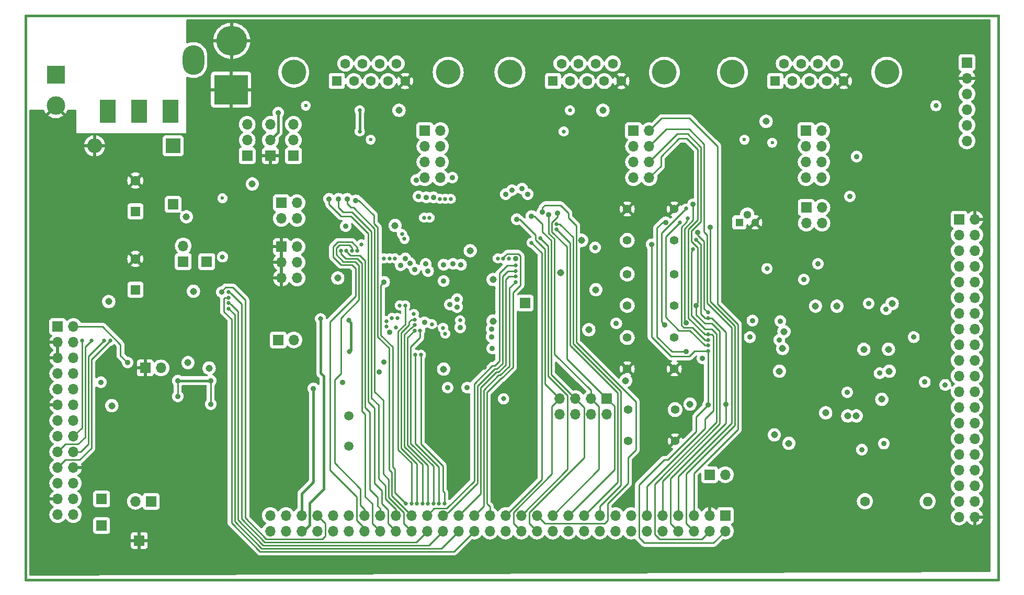
<source format=gbr>
%TF.GenerationSoftware,KiCad,Pcbnew,8.99.0-344-gfbc433deaa-dirty*%
%TF.CreationDate,2024-03-11T18:45:51+01:00*%
%TF.ProjectId,kit-dev-coldfire-xilinx_5213,6b69742d-6465-4762-9d63-6f6c64666972,2*%
%TF.SameCoordinates,Original*%
%TF.FileFunction,Copper,L2,Inr*%
%TF.FilePolarity,Positive*%
%FSLAX46Y46*%
G04 Gerber Fmt 4.6, Leading zero omitted, Abs format (unit mm)*
G04 Created by KiCad (PCBNEW 8.99.0-344-gfbc433deaa-dirty) date 2024-03-11 18:45:51*
%MOMM*%
%LPD*%
G01*
G04 APERTURE LIST*
%TA.AperFunction,ComponentPad*%
%ADD10C,1.397000*%
%TD*%
%TA.AperFunction,ComponentPad*%
%ADD11R,1.700000X1.700000*%
%TD*%
%TA.AperFunction,ComponentPad*%
%ADD12O,1.700000X1.700000*%
%TD*%
%TA.AperFunction,ComponentPad*%
%ADD13R,1.600000X1.600000*%
%TD*%
%TA.AperFunction,ComponentPad*%
%ADD14C,1.600000*%
%TD*%
%TA.AperFunction,ComponentPad*%
%ADD15R,2.400000X2.400000*%
%TD*%
%TA.AperFunction,ComponentPad*%
%ADD16O,2.400000X2.400000*%
%TD*%
%TA.AperFunction,ComponentPad*%
%ADD17R,5.500000X4.800600*%
%TD*%
%TA.AperFunction,ComponentPad*%
%ADD18O,5.000000X4.800600*%
%TD*%
%TA.AperFunction,ComponentPad*%
%ADD19O,3.500000X4.800600*%
%TD*%
%TA.AperFunction,ComponentPad*%
%ADD20R,1.300000X1.300000*%
%TD*%
%TA.AperFunction,ComponentPad*%
%ADD21C,1.300000*%
%TD*%
%TA.AperFunction,ComponentPad*%
%ADD22O,1.600000X1.600000*%
%TD*%
%TA.AperFunction,ComponentPad*%
%ADD23R,2.540000X3.810000*%
%TD*%
%TA.AperFunction,ComponentPad*%
%ADD24R,3.000000X3.000000*%
%TD*%
%TA.AperFunction,ComponentPad*%
%ADD25C,3.000000*%
%TD*%
%TA.AperFunction,ComponentPad*%
%ADD26C,1.500000*%
%TD*%
%TA.AperFunction,ComponentPad*%
%ADD27C,4.000000*%
%TD*%
%TA.AperFunction,ViaPad*%
%ADD28C,0.635000*%
%TD*%
%TA.AperFunction,ViaPad*%
%ADD29C,0.889000*%
%TD*%
%TA.AperFunction,ViaPad*%
%ADD30C,0.600000*%
%TD*%
%TA.AperFunction,ViaPad*%
%ADD31C,0.800000*%
%TD*%
%TA.AperFunction,ViaPad*%
%ADD32C,1.143000*%
%TD*%
%TA.AperFunction,Conductor*%
%ADD33C,0.254000*%
%TD*%
%TA.AperFunction,Conductor*%
%ADD34C,0.381000*%
%TD*%
%TA.AperFunction,Conductor*%
%ADD35C,0.400000*%
%TD*%
%TA.AperFunction,Conductor*%
%ADD36C,0.431800*%
%TD*%
%TA.AperFunction,Profile*%
%ADD37C,0.381000*%
%TD*%
G04 APERTURE END LIST*
D10*
%TO.N,Net-(ABRT_SW101-Pad1)*%
%TO.C,ABRT_SW101*%
X168529000Y-97790000D03*
X176149000Y-97790000D03*
%TO.N,+3.3V*%
X168529000Y-102870000D03*
X176149000Y-102870000D03*
%TD*%
D11*
%TO.N,/ALLPST*%
%TO.C,ALLPST101*%
X152019000Y-102489000D03*
%TD*%
%TO.N,unconnected-(BDM_PORT101-P1-Pad1)*%
%TO.C,BDM_PORT101*%
X76327000Y-106299000D03*
D12*
%TO.N,/BKPT-*%
X78867000Y-106299000D03*
%TO.N,GND*%
X76327000Y-108839000D03*
%TO.N,/DSCLK*%
X78867000Y-108839000D03*
%TO.N,GND*%
X76327000Y-111379000D03*
%TO.N,Net-(BDM_PORT101-P6)*%
X78867000Y-111379000D03*
%TO.N,/RSTI-*%
X76327000Y-113919000D03*
%TO.N,/DSI*%
X78867000Y-113919000D03*
%TO.N,+3.3V*%
X76327000Y-116459000D03*
%TO.N,/DSO*%
X78867000Y-116459000D03*
%TO.N,GND*%
X76327000Y-118999000D03*
%TO.N,/PST3*%
X78867000Y-118999000D03*
%TO.N,/PST2*%
X76327000Y-121539000D03*
%TO.N,/PST1*%
X78867000Y-121539000D03*
%TO.N,/PST0*%
X76327000Y-124079000D03*
%TO.N,/DDAT3*%
X78867000Y-124079000D03*
%TO.N,/DDAT2*%
X76327000Y-126619000D03*
%TO.N,/DDAT1*%
X78867000Y-126619000D03*
%TO.N,/DDAT0*%
X76327000Y-129159000D03*
%TO.N,GND*%
X78867000Y-129159000D03*
%TO.N,unconnected-(BDM_PORT101-P21-Pad21)*%
X76327000Y-131699000D03*
%TO.N,unconnected-(BDM_PORT101-P22-Pad22)*%
X78867000Y-131699000D03*
%TO.N,GND*%
X76327000Y-134239000D03*
%TO.N,/TCLK*%
X78867000Y-134239000D03*
%TO.N,+3.3V*%
X76327000Y-136779000D03*
%TO.N,Net-(BDM_PORT101-P22-Pad26)*%
X78867000Y-136779000D03*
%TD*%
D13*
%TO.N,Net-(D201-K)*%
%TO.C,C212*%
X88900000Y-87630000D03*
D14*
%TO.N,GND*%
X88900000Y-82630000D03*
%TD*%
D13*
%TO.N,+3.3V*%
%TO.C,C215*%
X88900000Y-100330000D03*
D14*
%TO.N,GND*%
X88900000Y-95330000D03*
%TD*%
D11*
%TO.N,/inout_user/CAN_H*%
%TO.C,CAN_TERM201*%
X96647000Y-95758000D03*
D12*
%TO.N,Net-(CAN_TERM201-Pad2)*%
X96647000Y-93218000D03*
%TD*%
D11*
%TO.N,/TCLK*%
%TO.C,CLKOUT101*%
X83439000Y-134239000D03*
%TD*%
%TO.N,/inout_user/CAN_H*%
%TO.C,COM_SEL203*%
X114500000Y-78613000D03*
D12*
%TO.N,/inout_user/CTS2{slash}CANH*%
X114500000Y-76073000D03*
%TO.N,Net-(COM_SEL203-P3)*%
X114500000Y-73533000D03*
%TD*%
D11*
%TO.N,GND*%
%TO.C,COM_SEL202*%
X110744000Y-78613000D03*
D12*
%TO.N,/inout_user/RXD2*%
X110744000Y-76073000D03*
%TO.N,Net-(COM_SEL202-P3)*%
X110744000Y-73533000D03*
%TD*%
D11*
%TO.N,Net-(BDM_PORT101-P6)*%
%TO.C,CT101*%
X91440000Y-134620000D03*
D12*
%TO.N,/TCLK*%
X88900000Y-134620000D03*
%TD*%
D15*
%TO.N,Net-(D201-K)*%
%TO.C,D201*%
X95000000Y-77000000D03*
D16*
%TO.N,GND*%
X82300000Y-77000000D03*
%TD*%
D11*
%TO.N,GND*%
%TO.C,GND101*%
X89535000Y-140970000D03*
%TD*%
D17*
%TO.N,GND*%
%TO.C,J201*%
X104400000Y-67900000D03*
D18*
X104500000Y-60000000D03*
D19*
%TO.N,Net-(TB201-P1)*%
X98300000Y-63100000D03*
%TD*%
D20*
%TO.N,Net-(D102-K)*%
%TO.C,LV101*%
X186690000Y-89408000D03*
D21*
%TO.N,+3.3V*%
X187960000Y-88138000D03*
%TO.N,GND*%
X189230000Y-89408000D03*
%TD*%
D11*
%TO.N,Net-(MCU_PORT201-P1)*%
%TO.C,MCU_PORT201*%
X184404000Y-136906000D03*
D12*
%TO.N,/IRQ-1*%
X184404000Y-139446000D03*
%TO.N,GND*%
X181864000Y-136906000D03*
%TO.N,/RSTO-*%
X181864000Y-139446000D03*
%TO.N,/UTXD1*%
X179324000Y-136906000D03*
%TO.N,/RSTI-*%
X179324000Y-139446000D03*
%TO.N,/URXD1*%
X176784000Y-136906000D03*
%TO.N,/IRQ-2*%
X176784000Y-139446000D03*
%TO.N,/URTS1*%
X174244000Y-136906000D03*
%TO.N,/AN0*%
X174244000Y-139446000D03*
%TO.N,/UCTS1*%
X171704000Y-136906000D03*
%TO.N,/AN1*%
X171704000Y-139446000D03*
%TO.N,/PWM1*%
X169164000Y-136906000D03*
%TO.N,/AN2*%
X169164000Y-139446000D03*
%TO.N,/PWM3*%
X166624000Y-136906000D03*
%TO.N,/AN3*%
X166624000Y-139446000D03*
%TO.N,/DSPI_DOUT*%
X164084000Y-136906000D03*
%TO.N,/AN4*%
X164084000Y-139446000D03*
%TO.N,/QSPI_DIN*%
X161544000Y-136906000D03*
%TO.N,/AN5*%
X161544000Y-139446000D03*
%TO.N,/QSPI_CLK*%
X159004000Y-136906000D03*
%TO.N,/AN6*%
X159004000Y-139446000D03*
%TO.N,/QSPI_CS0*%
X156464000Y-136906000D03*
%TO.N,/AN7*%
X156464000Y-139446000D03*
%TO.N,/QSPI_CS1*%
X153924000Y-136906000D03*
%TO.N,/CANTX*%
X153924000Y-139446000D03*
%TO.N,/QSPI_CS2*%
X151384000Y-136906000D03*
%TO.N,/CANRX*%
X151384000Y-139446000D03*
%TO.N,/QSPI_CS3*%
X148844000Y-136906000D03*
%TO.N,/PWM5*%
X148844000Y-139446000D03*
%TO.N,/IRQ-3*%
X146304000Y-136906000D03*
%TO.N,/PWM7*%
X146304000Y-139446000D03*
%TO.N,/IRQ-4*%
X143764000Y-136906000D03*
%TO.N,/DTIN0*%
X143764000Y-139446000D03*
%TO.N,/IRQ-5*%
X141224000Y-136906000D03*
%TO.N,/DTIN1*%
X141224000Y-139446000D03*
%TO.N,/IRQ-6*%
X138684000Y-136906000D03*
%TO.N,/DTIN2*%
X138684000Y-139446000D03*
%TO.N,/IRQ-7*%
X136144000Y-136906000D03*
%TO.N,/DTIN3*%
X136144000Y-139446000D03*
%TO.N,/UTXD0*%
X133604000Y-136906000D03*
%TO.N,/URTS0*%
X133604000Y-139446000D03*
%TO.N,/URXD0*%
X131064000Y-136906000D03*
%TO.N,/UCTS0*%
X131064000Y-139446000D03*
%TO.N,/UTXD2*%
X128524000Y-136906000D03*
%TO.N,/URTS2*%
X128524000Y-139446000D03*
%TO.N,/URXD2*%
X125984000Y-136906000D03*
%TO.N,/UCTS2*%
X125984000Y-139446000D03*
%TO.N,/GPT0*%
X123444000Y-136906000D03*
%TO.N,/GPT1*%
X123444000Y-139446000D03*
%TO.N,/GPT2*%
X120904000Y-136906000D03*
%TO.N,/GPT3*%
X120904000Y-139446000D03*
%TO.N,/RCON-*%
X118364000Y-136906000D03*
%TO.N,GND*%
X118364000Y-139446000D03*
%TO.N,/VCCA*%
X115824000Y-136906000D03*
%TO.N,GNDA*%
X115824000Y-139446000D03*
%TO.N,/VCCA*%
X113284000Y-136906000D03*
%TO.N,GNDA*%
X113284000Y-139446000D03*
%TO.N,+3.3V*%
X110744000Y-136906000D03*
%TO.N,GND*%
X110744000Y-139446000D03*
%TD*%
D11*
%TO.N,+3.3V*%
%TO.C,P301*%
X223520000Y-63500000D03*
D12*
%TO.N,GND*%
X223520000Y-66040000D03*
%TO.N,/xilinx/TMS*%
X223520000Y-68580000D03*
%TO.N,/xilinx/TDI*%
X223520000Y-71120000D03*
%TO.N,/xilinx/TCK*%
X223520000Y-73660000D03*
%TO.N,/xilinx/TDO*%
X223520000Y-76200000D03*
%TD*%
D11*
%TO.N,/xilinx/XIL_D0*%
%TO.C,P303*%
X222250000Y-88900000D03*
D12*
%TO.N,GND*%
X224790000Y-88900000D03*
%TO.N,/xilinx/XIL_D1*%
X222250000Y-91440000D03*
%TO.N,/xilinx/XIL_D20*%
X224790000Y-91440000D03*
%TO.N,/xilinx/XIL_D2*%
X222250000Y-93980000D03*
%TO.N,/xilinx/XIL_D21*%
X224790000Y-93980000D03*
%TO.N,/xilinx/XIL_D3*%
X222250000Y-96520000D03*
%TO.N,/xilinx/XIL_D22*%
X224790000Y-96520000D03*
%TO.N,/xilinx/XIL_D4*%
X222250000Y-99060000D03*
%TO.N,/xilinx/XIL_D23*%
X224790000Y-99060000D03*
%TO.N,/xilinx/XIL_D5*%
X222250000Y-101600000D03*
%TO.N,/xilinx/XIL_D24*%
X224790000Y-101600000D03*
%TO.N,/xilinx/XIL_D6*%
X222250000Y-104140000D03*
%TO.N,/xilinx/XIL_D25*%
X224790000Y-104140000D03*
%TO.N,/xilinx/XIL_D7*%
X222250000Y-106680000D03*
%TO.N,/xilinx/XIL_D26*%
X224790000Y-106680000D03*
%TO.N,/xilinx/XIL_D8*%
X222250000Y-109220000D03*
%TO.N,/xilinx/XIL_D27*%
X224790000Y-109220000D03*
%TO.N,/xilinx/XIL_D9*%
X222250000Y-111760000D03*
%TO.N,/xilinx/XIL_D28*%
X224790000Y-111760000D03*
%TO.N,/xilinx/XIL_D10*%
X222250000Y-114300000D03*
%TO.N,/xilinx/XIL_D29*%
X224790000Y-114300000D03*
%TO.N,/xilinx/XIL_D11*%
X222250000Y-116840000D03*
%TO.N,/xilinx/XIL_D30*%
X224790000Y-116840000D03*
%TO.N,/xilinx/XIL_D12*%
X222250000Y-119380000D03*
%TO.N,/xilinx/XIL_D31*%
X224790000Y-119380000D03*
%TO.N,/xilinx/XIL_D13*%
X222250000Y-121920000D03*
%TO.N,/xilinx/XIL_D32*%
X224790000Y-121920000D03*
%TO.N,/xilinx/XIL_D14*%
X222250000Y-124460000D03*
%TO.N,/xilinx/XIL_D33*%
X224790000Y-124460000D03*
%TO.N,/xilinx/XIL_D15*%
X222250000Y-127000000D03*
%TO.N,/xilinx/XIL_D34*%
X224790000Y-127000000D03*
%TO.N,/xilinx/XIL_D16*%
X222250000Y-129540000D03*
%TO.N,/xilinx/XIL_D35*%
X224790000Y-129540000D03*
%TO.N,/xilinx/XIL_D17*%
X222250000Y-132080000D03*
%TO.N,/xilinx/XIL_D36*%
X224790000Y-132080000D03*
%TO.N,/xilinx/XIL_D18*%
X222250000Y-134620000D03*
%TO.N,/xilinx/+3\u002C3V_OUT*%
X224790000Y-134620000D03*
%TO.N,/xilinx/XIL_D19*%
X222250000Y-137160000D03*
%TO.N,GND*%
X224790000Y-137160000D03*
%TD*%
D11*
%TO.N,/QSPI_CLK*%
%TO.C,PULUPEN201*%
X165227000Y-117983000D03*
D12*
%TO.N,Net-(PULUPEN201-Pad2)*%
X165227000Y-120523000D03*
%TO.N,/QSPI_CS0*%
X162687000Y-117983000D03*
%TO.N,Net-(PULUPEN201-Pad4)*%
X162687000Y-120523000D03*
%TO.N,/CANTX*%
X160147000Y-117983000D03*
%TO.N,Net-(PULUPEN201-Pad6)*%
X160147000Y-120523000D03*
%TO.N,/CANRX*%
X157607000Y-117983000D03*
%TO.N,Net-(PULUPEN201-Pad8)*%
X157607000Y-120523000D03*
%TD*%
D14*
%TO.N,+3.3V*%
%TO.C,R302*%
X207010000Y-134620000D03*
D22*
%TO.N,/xilinx/+3\u002C3V_OUT*%
X217170000Y-134620000D03*
%TD*%
D11*
%TO.N,Net-(U205-Rsl)*%
%TO.C,RS201*%
X100457000Y-95758000D03*
%TD*%
D10*
%TO.N,Net-(D102-K)*%
%TO.C,RST_SW101*%
X176149000Y-92329000D03*
X168529000Y-92329000D03*
%TO.N,GND*%
X176149000Y-87249000D03*
X168529000Y-87249000D03*
%TD*%
%TO.N,/IRQ-4*%
%TO.C,SW201*%
X168529000Y-108077000D03*
X176149000Y-108077000D03*
%TO.N,GND*%
X168529000Y-113157000D03*
X176149000Y-113157000D03*
%TD*%
%TO.N,/IRQ-5*%
%TO.C,SW202*%
X168656000Y-119761000D03*
X176276000Y-119761000D03*
%TO.N,GND*%
X168656000Y-124841000D03*
X176276000Y-124841000D03*
%TD*%
D23*
%TO.N,unconnected-(SW_ONOFF201-Pad1)*%
%TO.C,SW_ONOFF201*%
X84420000Y-71374000D03*
%TO.N,Net-(F201-Pad1)*%
X89500000Y-71374000D03*
%TO.N,Net-(TB201-P1)*%
X94580000Y-71374000D03*
%TD*%
D11*
%TO.N,Net-(BDM_PORT101-P22-Pad26)*%
%TO.C,TA-101*%
X83439000Y-138557000D03*
%TD*%
D24*
%TO.N,Net-(TB201-P1)*%
%TO.C,TB201*%
X76000000Y-65500000D03*
D25*
%TO.N,GND*%
X76000000Y-70500000D03*
%TD*%
D11*
%TO.N,Net-(U202-T1IN)*%
%TO.C,UART_EN201*%
X197485000Y-74549000D03*
D12*
%TO.N,/UTXD0*%
X200025000Y-74549000D03*
%TO.N,Net-(U202-R1OUT)*%
X197485000Y-77089000D03*
%TO.N,/URXD0*%
X200025000Y-77089000D03*
%TO.N,Net-(U202-T2IN)*%
X197485000Y-79629000D03*
%TO.N,/URTS0*%
X200025000Y-79629000D03*
%TO.N,Net-(U202-R2OUT)*%
X197485000Y-82169000D03*
%TO.N,/UCTS0*%
X200025000Y-82169000D03*
%TD*%
D11*
%TO.N,Net-(U203-T1IN)*%
%TO.C,UART_EN202*%
X169545000Y-74549000D03*
D12*
%TO.N,/UTXD1*%
X172085000Y-74549000D03*
%TO.N,Net-(U203-R1OUT)*%
X169545000Y-77089000D03*
%TO.N,/URXD1*%
X172085000Y-77089000D03*
%TO.N,Net-(U203-T2IN)*%
X169545000Y-79629000D03*
%TO.N,/URTS1*%
X172085000Y-79629000D03*
%TO.N,Net-(U203-R2OUT)*%
X169545000Y-82169000D03*
%TO.N,/UCTS1*%
X172085000Y-82169000D03*
%TD*%
D11*
%TO.N,Net-(U204-T2IN)*%
%TO.C,UART_EN203*%
X135763000Y-74549000D03*
D12*
%TO.N,/UTXD2*%
X138303000Y-74549000D03*
%TO.N,Net-(U204-R2OUT)*%
X135763000Y-77089000D03*
%TO.N,/URXD2*%
X138303000Y-77089000D03*
%TO.N,Net-(U204-T1IN)*%
X135763000Y-79629000D03*
%TO.N,/URTS2*%
X138303000Y-79629000D03*
%TO.N,Net-(U204-R1OUT)*%
X135763000Y-82169000D03*
%TO.N,/UCTS2*%
X138303000Y-82169000D03*
%TD*%
D11*
%TO.N,+3.3V*%
%TO.C,VDDA101*%
X112014000Y-108458000D03*
D12*
%TO.N,Net-(L102-Pad1)*%
X114554000Y-108458000D03*
%TD*%
D26*
%TO.N,/CLKIN{slash}EXTAL*%
%TO.C,Y101*%
X123444000Y-120777000D03*
%TO.N,/XTAL*%
X123444000Y-125677000D03*
%TD*%
D11*
%TO.N,/CANTX*%
%TO.C,CAN_EN201*%
X112522000Y-86233000D03*
D12*
%TO.N,/inout_user/RxD_CAN*%
X115062000Y-86233000D03*
%TO.N,/inout_user/TxD_CAN*%
X112522000Y-88773000D03*
%TO.N,/CANRX*%
X115062000Y-88773000D03*
%TD*%
D11*
%TO.N,+3.3V*%
%TO.C,VX_EN201*%
X181864000Y-130302000D03*
D12*
%TO.N,Net-(MCU_PORT201-P1)*%
X184404000Y-130302000D03*
%TD*%
D11*
%TO.N,GND*%
%TO.C,JP101*%
X112522000Y-93345000D03*
D12*
%TO.N,/JTAG_EN*%
X115062000Y-93345000D03*
%TO.N,GND*%
X112522000Y-95885000D03*
%TO.N,/CLKMOD1*%
X115062000Y-95885000D03*
%TO.N,GND*%
X112522000Y-98425000D03*
%TO.N,/CLKMOD0*%
X115062000Y-98425000D03*
%TD*%
D11*
%TO.N,/UCTS1*%
%TO.C,P302*%
X197500000Y-87000000D03*
D12*
%TO.N,Net-(U301-P11)*%
X200040000Y-87000000D03*
%TO.N,/URTS1*%
X197500000Y-89540000D03*
%TO.N,Net-(U301-P4)*%
X200040000Y-89540000D03*
%TD*%
D11*
%TO.N,/inout_user/CAN_L*%
%TO.C,COM_SEL201*%
X107000000Y-78613000D03*
D12*
%TO.N,/inout_user/TXD2{slash}CANL*%
X107000000Y-76073000D03*
%TO.N,Net-(COM_SEL201-P3)*%
X107000000Y-73533000D03*
%TD*%
D11*
%TO.N,GND*%
%TO.C,JP201*%
X90500000Y-113000000D03*
D12*
%TO.N,Net-(U201A-E)*%
X93040000Y-113000000D03*
%TD*%
D27*
%TO.N,N/C*%
%TO.C,UARTCAN201*%
X210540000Y-65080000D03*
X185540000Y-65080000D03*
D13*
%TO.N,Net-(UARTCAN201-P6)*%
X192500000Y-66500000D03*
D14*
%TO.N,/inout_user/TXD0*%
X195270000Y-66500000D03*
%TO.N,/inout_user/RXD0*%
X198040000Y-66500000D03*
%TO.N,Net-(UARTCAN201-P6)*%
X200810000Y-66500000D03*
%TO.N,GND*%
X203580000Y-66500000D03*
%TO.N,Net-(UARTCAN201-P6)*%
X193885000Y-63660000D03*
%TO.N,/inout_user/CTS0*%
X196655000Y-63660000D03*
%TO.N,/inout_user/RTS0*%
X199425000Y-63660000D03*
%TO.N,unconnected-(UARTCAN201-P9-Pad9)*%
X202195000Y-63660000D03*
%TD*%
D27*
%TO.N,N/C*%
%TO.C,UARTCAN202*%
X174540000Y-65080000D03*
X149540000Y-65080000D03*
D13*
%TO.N,Net-(UARTCAN202-P6)*%
X156500000Y-66500000D03*
D14*
%TO.N,/inout_user/TXD1*%
X159270000Y-66500000D03*
%TO.N,/inout_user/RXD1*%
X162040000Y-66500000D03*
%TO.N,Net-(UARTCAN202-P6)*%
X164810000Y-66500000D03*
%TO.N,GND*%
X167580000Y-66500000D03*
%TO.N,Net-(UARTCAN202-P6)*%
X157885000Y-63660000D03*
%TO.N,/inout_user/CTS1*%
X160655000Y-63660000D03*
%TO.N,/inout_user/RTS1*%
X163425000Y-63660000D03*
%TO.N,unconnected-(UARTCAN202-P9-Pad9)*%
X166195000Y-63660000D03*
%TD*%
D27*
%TO.N,N/C*%
%TO.C,UARTCAN203*%
X139540000Y-65080000D03*
X114540000Y-65080000D03*
D13*
%TO.N,Net-(UARTCAN203-P6)*%
X121500000Y-66500000D03*
D14*
%TO.N,/inout_user/TXD2{slash}CANL*%
X124270000Y-66500000D03*
%TO.N,/inout_user/RXD2*%
X127040000Y-66500000D03*
%TO.N,Net-(UARTCAN203-P6)*%
X129810000Y-66500000D03*
%TO.N,GND*%
X132580000Y-66500000D03*
%TO.N,Net-(UARTCAN203-P6)*%
X122885000Y-63660000D03*
%TO.N,/inout_user/CTS2{slash}CANH*%
X125655000Y-63660000D03*
%TO.N,/inout_user/RTS2*%
X128425000Y-63660000D03*
%TO.N,unconnected-(UARTCAN203-P9-Pad9)*%
X131195000Y-63660000D03*
%TD*%
D11*
%TO.N,Net-(U205-Vref)*%
%TO.C,VREF201*%
X95000000Y-86500000D03*
%TD*%
D28*
%TO.N,/AN2*%
X129540000Y-105410000D03*
%TO.N,/AN3*%
X129540000Y-106299000D03*
%TO.N,/AN4*%
X131064000Y-106426000D03*
D29*
%TO.N,/AN6*%
X129159000Y-112014000D03*
%TO.N,/BKPT-*%
X146685000Y-109855000D03*
X87630000Y-112141000D03*
D28*
%TO.N,/DDAT0*%
X84836000Y-108585000D03*
D29*
X146558000Y-107950000D03*
D28*
%TO.N,/DDAT1*%
X83820000Y-108585000D03*
D29*
X146558000Y-106680000D03*
%TO.N,/DDAT2*%
X139827000Y-102743000D03*
D28*
X81788000Y-108585000D03*
%TO.N,/DDAT3*%
X80264000Y-108585000D03*
D29*
X140970000Y-103124000D03*
%TO.N,/DSCLK*%
X140970000Y-101854000D03*
%TO.N,/DSI*%
X141478000Y-106426000D03*
D28*
%TO.N,/DSO*%
X141478000Y-105283000D03*
%TO.N,/DTIN1*%
X104013000Y-103378000D03*
X130937000Y-95250000D03*
%TO.N,/GPT1*%
X134112000Y-106045000D03*
X135382000Y-135001000D03*
%TO.N,/GPT3*%
X137160000Y-135001000D03*
X135001000Y-106934000D03*
D29*
%TO.N,/IRQ-5*%
X138811000Y-96266000D03*
D28*
X150495000Y-98171000D03*
D29*
%TO.N,/IRQ-6*%
X140335000Y-96139000D03*
D28*
X150495000Y-97282000D03*
D29*
%TO.N,/IRQ-7*%
X141605000Y-96266000D03*
D28*
X150495000Y-96393000D03*
%TO.N,/JTAG_EN*%
X125476000Y-92964000D03*
D29*
%TO.N,/PST0*%
X135700000Y-105600000D03*
D28*
%TO.N,/PST1*%
X136906000Y-105918000D03*
%TO.N,/PST2*%
X138700000Y-106500000D03*
%TO.N,/PST3*%
X139065000Y-107442000D03*
D29*
%TO.N,/QSPI_CS3*%
X136271000Y-97282000D03*
D28*
X153035000Y-92710000D03*
D29*
%TO.N,/TCLK*%
X83312000Y-115316000D03*
X122428000Y-115316000D03*
D30*
%TO.N,/inout_user/RTS2*%
X127000000Y-76000000D03*
%TO.N,/inout_user/RXD0*%
X192000000Y-76500000D03*
D29*
%TO.N,/inout_user/RXD2*%
X112014000Y-71628000D03*
D30*
%TO.N,/inout_user/TXD0*%
X187500000Y-76000000D03*
D29*
%TO.N,/xilinx/LED_TEST1*%
X197104000Y-98679000D03*
X205661260Y-78740000D03*
%TO.N,/xilinx/LED_TEST2*%
X199390000Y-96139000D03*
X204566520Y-85211920D03*
%TO.N,/xilinx/TCK*%
X204144880Y-116954300D03*
%TO.N,/xilinx/TDI*%
X210431380Y-103477060D03*
%TO.N,/xilinx/TDO*%
X209379820Y-113860580D03*
%TO.N,/xilinx/XIL_D11*%
X216689940Y-115280440D03*
%TO.N,/xilinx/XIL_D17*%
X210073240Y-125275340D03*
%TO.N,/xilinx/XIL_D27*%
X214914480Y-108005880D03*
%TO.N,/xilinx/XIL_D3*%
X207619600Y-102565200D03*
%TO.N,/xilinx/XIL_D30*%
X220002100Y-115755420D03*
%TO.N,/xilinx/XIL_D32*%
X206502000Y-126238000D03*
D31*
%TO.N,GND*%
X211074000Y-107442000D03*
D32*
X190047880Y-101206300D03*
D31*
X199644000Y-97536000D03*
X121158000Y-102616000D03*
X209166460Y-124264420D03*
X189438280Y-110502700D03*
X145415000Y-112903000D03*
X193929000Y-83947000D03*
X151750000Y-118000000D03*
X132715000Y-75438000D03*
X104000000Y-75500000D03*
X136652000Y-120396000D03*
X146812000Y-103886000D03*
X194691000Y-73406000D03*
X100965000Y-139827000D03*
X209748120Y-112008920D03*
X212194140Y-80645000D03*
X209677000Y-98694240D03*
X189156340Y-116509800D03*
X103378000Y-112522000D03*
X131699000Y-82804000D03*
X150876000Y-75311000D03*
X214454740Y-110502700D03*
X117729000Y-75184000D03*
X142240000Y-108839000D03*
X137287000Y-113538000D03*
X97282000Y-90043000D03*
X177165000Y-77089000D03*
X212237320Y-76248260D03*
X163068000Y-75311000D03*
X141478000Y-82423000D03*
X141605000Y-89027000D03*
X194678300Y-99253040D03*
X199174100Y-124272040D03*
X123571000Y-99060000D03*
X106680000Y-90424000D03*
X203454000Y-98673920D03*
X111252000Y-83820000D03*
X133731000Y-89535000D03*
X86741000Y-131241000D03*
X146812000Y-100076000D03*
X129032000Y-89789000D03*
X203794360Y-124617480D03*
X159512000Y-115697000D03*
%TO.N,GNDA*%
X123444000Y-105283000D03*
X123571000Y-110363000D03*
X118872000Y-105029000D03*
D28*
%TO.N,/AN0*%
X131318000Y-104902000D03*
%TO.N,/AN1*%
X130429000Y-104902000D03*
D29*
%TO.N,/QSPI_CS0*%
X155829000Y-88138000D03*
X131826000Y-96393000D03*
%TO.N,/AN5*%
X130048000Y-107188000D03*
%TO.N,/AN7*%
X128397000Y-113665000D03*
%TO.N,/IRQ-4*%
X138811000Y-98933000D03*
D28*
X150495000Y-99060000D03*
%TO.N,/DTIN0*%
X104013000Y-101600000D03*
X130048000Y-95250000D03*
%TO.N,/DTIN2*%
X104013000Y-102489000D03*
X129159000Y-95250000D03*
D29*
%TO.N,/DTIN3*%
X122936000Y-90043000D03*
D28*
X104013000Y-100711000D03*
%TO.N,/GPT0*%
X134112000Y-105156000D03*
X134493000Y-135001000D03*
%TO.N,/GPT2*%
X136271000Y-135001000D03*
X134112000Y-106934000D03*
D32*
%TO.N,+3.3V*%
X209732880Y-118094760D03*
D31*
X103000000Y-95000000D03*
D32*
X193675000Y-109855000D03*
X161163000Y-92329000D03*
X107823000Y-83185000D03*
X199009000Y-102976680D03*
D31*
X191152780Y-96906080D03*
D32*
X191008000Y-73025000D03*
D31*
X218500000Y-70500000D03*
D32*
X146812000Y-105410000D03*
X84582000Y-102235000D03*
X157734000Y-97536000D03*
X193167000Y-113538000D03*
X138800000Y-113200000D03*
D31*
X148500000Y-118000000D03*
D32*
X205613000Y-120777000D03*
X211414360Y-102567740D03*
X162306000Y-106807000D03*
X97155000Y-88500000D03*
X194691000Y-125222000D03*
X130937000Y-89916000D03*
D28*
X131699000Y-102870000D03*
D32*
X192333880Y-123845320D03*
X100838000Y-113030000D03*
X200660000Y-120269000D03*
X193903600Y-107111800D03*
X85090000Y-119126000D03*
X163449000Y-100330000D03*
X131572000Y-71247000D03*
X146812000Y-98679000D03*
X121666000Y-98425000D03*
X202481180Y-102997000D03*
X143100000Y-94000000D03*
X204216000Y-120777000D03*
X164592000Y-71247000D03*
X97409000Y-112141000D03*
X178689000Y-118872000D03*
X206834740Y-109987080D03*
X210947000Y-113538000D03*
D28*
X133985000Y-104267000D03*
D32*
X98298000Y-100584000D03*
X210820000Y-109982000D03*
X168275000Y-115062000D03*
D29*
%TO.N,/VCCA*%
X117729000Y-116332000D03*
%TO.N,/IRQ-1*%
X150495000Y-95250000D03*
X172466000Y-92964000D03*
X188798200Y-105321100D03*
X181610000Y-118999000D03*
D28*
X181610000Y-110236000D03*
%TO.N,/IRQ-2*%
X149352000Y-95250000D03*
X181610000Y-104902000D03*
X179705000Y-92202000D03*
D29*
X184531000Y-118872000D03*
D28*
%TO.N,/IRQ-3*%
X148463000Y-95250000D03*
D29*
X179959000Y-91059000D03*
D28*
X181610000Y-104013000D03*
D29*
%TO.N,/RCON-*%
X102870000Y-100711000D03*
D28*
X132080000Y-91313000D03*
%TO.N,/RSTO-*%
X179197000Y-93726000D03*
D29*
X163322000Y-93472000D03*
%TO.N,/RSTI-*%
X181991000Y-90170000D03*
D28*
X147574000Y-95250000D03*
%TO.N,/QSPI_CS1*%
X132461000Y-92075000D03*
D29*
X178054000Y-105664000D03*
X179197000Y-86487000D03*
X154813000Y-87757000D03*
X180721000Y-111457740D03*
%TO.N,/URTS1*%
X151511000Y-83947000D03*
X179705000Y-102870000D03*
%TO.N,/UCTS1*%
X152400000Y-84836000D03*
D28*
X181610000Y-107569000D03*
D29*
%TO.N,/QSPI_CLK*%
X132588000Y-95250000D03*
X193126360Y-108455460D03*
X157226000Y-87884000D03*
X174625000Y-106045000D03*
D28*
X178070000Y-87170000D03*
%TO.N,/DSPI_DOUT*%
X157099000Y-89662000D03*
X178308000Y-88773000D03*
D29*
X193294000Y-105410000D03*
X133350000Y-96012000D03*
D28*
X181610000Y-108458000D03*
D29*
%TO.N,/QSPI_DIN*%
X188374020Y-108021120D03*
X134112000Y-97028000D03*
D28*
X157099000Y-90551000D03*
X181610000Y-109347000D03*
X177038000Y-89408000D03*
D29*
%TO.N,/QSPI_CS2*%
X174752000Y-89408000D03*
D28*
X154432000Y-91948000D03*
D29*
X135890000Y-96139000D03*
X178054000Y-110363000D03*
%TO.N,/URXD1*%
X148844000Y-84836000D03*
%TO.N,/UTXD1*%
X149860000Y-84201000D03*
D28*
%TO.N,/PWM7*%
X138938000Y-135001000D03*
X135128000Y-110871000D03*
%TO.N,/PWM5*%
X134239000Y-110871000D03*
X138049000Y-135001000D03*
%TO.N,/PWM1*%
X133604000Y-135001000D03*
X132588000Y-102870000D03*
D29*
%TO.N,/PWM3*%
X129159000Y-99060000D03*
D28*
X132715000Y-135001000D03*
D29*
%TO.N,/URTS2*%
X134366000Y-82550000D03*
D28*
X122174000Y-93980000D03*
%TO.N,/UTXD2*%
X123063000Y-93980000D03*
%TO.N,/URXD2*%
X123952000Y-93980000D03*
D29*
%TO.N,/UCTS2*%
X140208000Y-82169000D03*
D28*
X124841000Y-93980000D03*
D29*
%TO.N,/CANRX*%
X134747000Y-85217000D03*
X150622000Y-88900000D03*
D28*
X135636000Y-88646000D03*
%TO.N,/CANTX*%
X136525000Y-88646000D03*
D29*
X136017000Y-85344000D03*
X153035000Y-88392000D03*
%TO.N,/URTS0*%
X137160000Y-85344000D03*
X123190000Y-85598000D03*
D28*
%TO.N,/UTXD0*%
X138176000Y-85598000D03*
D29*
X124587000Y-85852000D03*
D28*
%TO.N,/URXD0*%
X139065000Y-85598000D03*
D29*
X121793000Y-85598000D03*
%TO.N,/UCTS0*%
X120269000Y-85598000D03*
D28*
X139954000Y-85598000D03*
D29*
%TO.N,Net-(ABRT_SW101-Pad1)*%
X166751000Y-105791000D03*
D28*
%TO.N,Net-(U203-V+)*%
X158242000Y-74676000D03*
X159253000Y-71247000D03*
%TO.N,Net-(U204-V+)*%
X125222000Y-71247000D03*
X125222000Y-74676000D03*
D29*
%TO.N,Net-(U201A-E)*%
X95758000Y-117602000D03*
X101092000Y-115062000D03*
X95758000Y-115062000D03*
X101092000Y-118872000D03*
D30*
%TO.N,Net-(U205-Vref)*%
X103000000Y-85500000D03*
D29*
%TO.N,/CLKIN{slash}EXTAL*%
X139446000Y-116205000D03*
X142621000Y-116205000D03*
D30*
%TO.N,/inout_user/CTS2{slash}CANH*%
X116500000Y-70500000D03*
%TD*%
D33*
%TO.N,/BKPT-*%
X86487000Y-110998000D02*
X87630000Y-112141000D01*
X86487000Y-109220000D02*
X86487000Y-110998000D01*
X83566000Y-106299000D02*
X86487000Y-109220000D01*
X83566000Y-106299000D02*
X78867000Y-106299000D01*
%TO.N,/DDAT0*%
X81788000Y-111633000D02*
X84836000Y-108585000D01*
X79883000Y-127889000D02*
X81788000Y-125984000D01*
X77597000Y-127889000D02*
X79883000Y-127889000D01*
X81788000Y-125984000D02*
X81788000Y-111633000D01*
X76327000Y-129159000D02*
X77597000Y-127889000D01*
%TO.N,/DDAT1*%
X80010000Y-126619000D02*
X78867000Y-126619000D01*
X83820000Y-108585000D02*
X81280000Y-111125000D01*
X81280000Y-111125000D02*
X81280000Y-125349000D01*
X81280000Y-125349000D02*
X80010000Y-126619000D01*
%TO.N,/DDAT2*%
X79629000Y-125349000D02*
X77597000Y-125349000D01*
X77597000Y-125349000D02*
X76327000Y-126619000D01*
X80772000Y-124206000D02*
X79629000Y-125349000D01*
X80772000Y-109601000D02*
X80772000Y-124206000D01*
X81788000Y-108585000D02*
X80772000Y-109601000D01*
%TO.N,/DDAT3*%
X80264000Y-122682000D02*
X78867000Y-124079000D01*
X80264000Y-108585000D02*
X80264000Y-122682000D01*
%TO.N,/DTIN1*%
X109347000Y-142240000D02*
X104975000Y-137868000D01*
X104975000Y-104340000D02*
X104013000Y-103378000D01*
X138430000Y-142240000D02*
X109347000Y-142240000D01*
X141224000Y-139446000D02*
X138430000Y-142240000D01*
X104975000Y-137868000D02*
X104975000Y-104340000D01*
%TO.N,/GPT1*%
X132461000Y-125730000D02*
X135382000Y-128651000D01*
X133604000Y-106426000D02*
X132461000Y-107569000D01*
X132461000Y-107569000D02*
X132461000Y-125730000D01*
X134112000Y-106045000D02*
X133604000Y-106426000D01*
X135382000Y-128651000D02*
X135382000Y-135001000D01*
%TO.N,/GPT3*%
X133477000Y-125222000D02*
X133477000Y-109601000D01*
X137160000Y-128905000D02*
X133477000Y-125222000D01*
X133477000Y-109601000D02*
X135001000Y-108077000D01*
X137160000Y-135001000D02*
X137160000Y-128905000D01*
X135001000Y-108077000D02*
X135001000Y-106934000D01*
%TO.N,/IRQ-5*%
X147701000Y-113665000D02*
X148817000Y-112549000D01*
X147320000Y-113665000D02*
X147701000Y-113665000D01*
X141224000Y-136906000D02*
X144780000Y-133350000D01*
X144780000Y-133350000D02*
X144780000Y-116205000D01*
X149352000Y-98171000D02*
X150495000Y-98171000D01*
X148817000Y-112549000D02*
X148817000Y-98706000D01*
X148817000Y-98706000D02*
X149352000Y-98171000D01*
X144780000Y-116205000D02*
X147320000Y-113665000D01*
%TO.N,/IRQ-6*%
X144272000Y-115951000D02*
X147066000Y-113157000D01*
X138684000Y-136906000D02*
X139573000Y-136398000D01*
X147066000Y-113157000D02*
X147447000Y-113157000D01*
X149225000Y-97282000D02*
X150495000Y-97282000D01*
X144272000Y-131699000D02*
X144272000Y-115951000D01*
X147447000Y-113157000D02*
X148309000Y-112295000D01*
X148309000Y-112295000D02*
X148309000Y-98198000D01*
X148309000Y-98198000D02*
X149225000Y-97282000D01*
X139573000Y-136398000D02*
X144272000Y-131699000D01*
%TO.N,/IRQ-7*%
X147066000Y-112649000D02*
X147801000Y-111914000D01*
X147801000Y-97690000D02*
X149098000Y-96393000D01*
X136144000Y-136906000D02*
X137287000Y-135763000D01*
X146685000Y-112649000D02*
X147066000Y-112649000D01*
X143764000Y-115570000D02*
X146685000Y-112649000D01*
X139319000Y-135763000D02*
X143764000Y-131318000D01*
X137287000Y-135763000D02*
X139319000Y-135763000D01*
X147801000Y-111914000D02*
X147801000Y-97690000D01*
X143764000Y-131318000D02*
X143764000Y-115570000D01*
X149098000Y-96393000D02*
X150495000Y-96393000D01*
%TO.N,/QSPI_CS3*%
X148844000Y-136906000D02*
X154686000Y-131064000D01*
X154686000Y-94361000D02*
X153035000Y-92710000D01*
X154686000Y-131064000D02*
X154686000Y-94361000D01*
D34*
%TO.N,/inout_user/RXD2*%
X110744000Y-76073000D02*
X112014000Y-74803000D01*
X112014000Y-74803000D02*
X112014000Y-71628000D01*
D35*
%TO.N,GND*%
X112522000Y-93345000D02*
X112522000Y-95885000D01*
X136652000Y-118110000D02*
X136652000Y-120396000D01*
X162941000Y-75438000D02*
X163068000Y-75311000D01*
X137287000Y-113538000D02*
X137287000Y-117475000D01*
X112522000Y-95885000D02*
X112522000Y-98425000D01*
X137287000Y-117475000D02*
X136652000Y-118110000D01*
X123571000Y-99060000D02*
X121158000Y-101854000D01*
%TO.N,GNDA*%
X118872000Y-113792000D02*
X119380000Y-114300000D01*
X119380000Y-114300000D02*
X119380000Y-132588000D01*
X116078000Y-139446000D02*
X117100000Y-138424000D01*
X117100000Y-138424000D02*
X117100000Y-134868000D01*
X117100000Y-134868000D02*
X119380000Y-132588000D01*
X123825000Y-105664000D02*
X123825000Y-110109000D01*
X115824000Y-139446000D02*
X116078000Y-139446000D01*
X118872000Y-105029000D02*
X118872000Y-113792000D01*
X123825000Y-110109000D02*
X123571000Y-110363000D01*
X123444000Y-105283000D02*
X123825000Y-105664000D01*
D33*
%TO.N,/QSPI_CS0*%
X163957000Y-119253000D02*
X162687000Y-117983000D01*
X163957000Y-129413000D02*
X163957000Y-119253000D01*
X156718000Y-110744000D02*
X156718000Y-92075000D01*
X156464000Y-136906000D02*
X163957000Y-129413000D01*
X162687000Y-116586000D02*
X156718000Y-110744000D01*
X155829000Y-91186000D02*
X155829000Y-88138000D01*
X156718000Y-92075000D02*
X155829000Y-91186000D01*
X162687000Y-117983000D02*
X162687000Y-116586000D01*
%TO.N,/IRQ-4*%
X147955000Y-114173000D02*
X149425000Y-112703000D01*
X145288000Y-116586000D02*
X147701000Y-114173000D01*
X145288000Y-135382000D02*
X145288000Y-116586000D01*
X149425000Y-112703000D02*
X149425000Y-100023000D01*
X149425000Y-100023000D02*
X150495000Y-99060000D01*
X147701000Y-114173000D02*
X147955000Y-114173000D01*
X143764000Y-136906000D02*
X145288000Y-135382000D01*
%TO.N,/DTIN0*%
X140462000Y-142748000D02*
X143764000Y-139446000D01*
X104467000Y-138122000D02*
X109093000Y-142748000D01*
X103378000Y-101600000D02*
X103251000Y-101727000D01*
X103251000Y-103886000D02*
X104467000Y-105102000D01*
X109093000Y-142748000D02*
X140462000Y-142748000D01*
X104467000Y-105102000D02*
X104467000Y-138122000D01*
X104013000Y-101600000D02*
X103378000Y-101600000D01*
X103251000Y-101727000D02*
X103251000Y-103886000D01*
%TO.N,/DTIN2*%
X105483000Y-103832000D02*
X104394000Y-102743000D01*
X138684000Y-139446000D02*
X136398000Y-141732000D01*
X109601000Y-141732000D02*
X105483000Y-137614000D01*
X136398000Y-141732000D02*
X109601000Y-141732000D01*
X105483000Y-137614000D02*
X105483000Y-103832000D01*
X104394000Y-102743000D02*
X104013000Y-102489000D01*
%TO.N,/DTIN3*%
X104394000Y-100965000D02*
X104013000Y-100711000D01*
X106091000Y-137460000D02*
X106091000Y-102662000D01*
X136144000Y-139446000D02*
X134366000Y-141224000D01*
X134366000Y-141224000D02*
X109855000Y-141224000D01*
X106091000Y-102662000D02*
X104394000Y-100965000D01*
X109855000Y-141224000D02*
X106091000Y-137460000D01*
%TO.N,/GPT0*%
X133223000Y-105537000D02*
X133604000Y-105156000D01*
X133604000Y-105156000D02*
X134112000Y-105156000D01*
X131953000Y-125984000D02*
X131953000Y-107315000D01*
X134493000Y-128524000D02*
X131953000Y-125984000D01*
X133223000Y-106045000D02*
X133223000Y-105537000D01*
X134493000Y-135001000D02*
X134493000Y-128524000D01*
X131953000Y-107315000D02*
X133223000Y-106045000D01*
%TO.N,/GPT2*%
X136271000Y-135001000D02*
X136271000Y-128778000D01*
X136271000Y-128778000D02*
X132969000Y-125476000D01*
X132969000Y-125476000D02*
X132969000Y-108077000D01*
X132969000Y-108077000D02*
X134112000Y-106934000D01*
D34*
%TO.N,/VCCA*%
X117602000Y-131445000D02*
X117602000Y-131572000D01*
X117602000Y-131572000D02*
X115824000Y-133350000D01*
X117729000Y-131445000D02*
X117602000Y-131445000D01*
X115824000Y-133350000D02*
X115824000Y-136906000D01*
X117729000Y-116332000D02*
X117729000Y-131445000D01*
D33*
%TO.N,/IRQ-1*%
X172466000Y-107950000D02*
X175641000Y-111125000D01*
X178562000Y-111125000D02*
X179451000Y-110236000D01*
X175641000Y-111125000D02*
X178562000Y-111125000D01*
X182499000Y-141351000D02*
X171323000Y-141351000D01*
X170434000Y-140462000D02*
X170434000Y-131953000D01*
X179451000Y-110236000D02*
X181610000Y-110236000D01*
X184404000Y-139446000D02*
X182499000Y-141351000D01*
X172466000Y-92964000D02*
X172466000Y-107950000D01*
X174498000Y-127889000D02*
X170434000Y-131953000D01*
X175133000Y-127889000D02*
X174498000Y-127889000D01*
X171323000Y-141351000D02*
X170434000Y-140462000D01*
X181610000Y-118999000D02*
X181610000Y-110236000D01*
X179705000Y-120904000D02*
X179705000Y-123317000D01*
X179705000Y-120904000D02*
X181610000Y-118999000D01*
X179705000Y-123317000D02*
X175133000Y-127889000D01*
%TO.N,/IRQ-2*%
X180467000Y-92964000D02*
X179705000Y-92202000D01*
X175514000Y-130937000D02*
X175514000Y-138176000D01*
X181610000Y-104902000D02*
X181102000Y-104902000D01*
X184531000Y-118872000D02*
X184531000Y-107188000D01*
X184531000Y-118872000D02*
X184531000Y-121920000D01*
X182245000Y-104902000D02*
X181610000Y-104902000D01*
X175514000Y-130937000D02*
X184531000Y-121920000D01*
X184531000Y-107188000D02*
X182245000Y-104902000D01*
X180467000Y-104267000D02*
X180467000Y-92964000D01*
X176784000Y-139446000D02*
X175514000Y-138176000D01*
X181102000Y-104902000D02*
X180467000Y-104267000D01*
%TO.N,/IRQ-3*%
X180975000Y-103378000D02*
X180975000Y-92456000D01*
X151257000Y-99568000D02*
X150033000Y-100792000D01*
X150876000Y-94488000D02*
X151257000Y-94869000D01*
X148209000Y-114681000D02*
X148082000Y-114681000D01*
X148082000Y-114681000D02*
X145796000Y-116967000D01*
X150033000Y-112857000D02*
X148209000Y-114681000D01*
X180975000Y-92456000D02*
X179959000Y-91440000D01*
X151257000Y-94869000D02*
X151257000Y-99568000D01*
X148717000Y-94869000D02*
X149098000Y-94488000D01*
X150033000Y-100792000D02*
X150033000Y-112857000D01*
X145796000Y-116967000D02*
X145796000Y-135001000D01*
X181610000Y-104013000D02*
X180975000Y-103378000D01*
X145796000Y-135001000D02*
X146304000Y-135509000D01*
X179959000Y-91440000D02*
X179959000Y-91059000D01*
X148463000Y-95250000D02*
X148717000Y-94869000D01*
X149098000Y-94488000D02*
X150876000Y-94488000D01*
X146304000Y-135509000D02*
X146304000Y-136906000D01*
%TO.N,/RCON-*%
X102870000Y-100584000D02*
X102870000Y-100711000D01*
X118364000Y-136906000D02*
X119634000Y-138176000D01*
X119126000Y-140716000D02*
X110109000Y-140716000D01*
X106699000Y-102000000D02*
X104648000Y-99949000D01*
X119634000Y-138176000D02*
X119634000Y-140208000D01*
X103505000Y-99949000D02*
X102870000Y-100584000D01*
X104648000Y-99949000D02*
X103505000Y-99949000D01*
X119634000Y-140208000D02*
X119126000Y-140716000D01*
X106699000Y-137306000D02*
X106699000Y-102000000D01*
X110109000Y-140716000D02*
X106699000Y-137306000D01*
%TO.N,/RSTO-*%
X182245000Y-106680000D02*
X183007000Y-107442000D01*
X173736000Y-140716000D02*
X180594000Y-140716000D01*
X180594000Y-140716000D02*
X181864000Y-139446000D01*
X181102000Y-106680000D02*
X182245000Y-106680000D01*
X178943000Y-94234000D02*
X178943000Y-104521000D01*
X178943000Y-104521000D02*
X181102000Y-106680000D01*
X172974000Y-139954000D02*
X173736000Y-140716000D01*
X179197000Y-93726000D02*
X178943000Y-94234000D01*
X172974000Y-131826000D02*
X183007000Y-121793000D01*
X183007000Y-107442000D02*
X183007000Y-121793000D01*
X172974000Y-131826000D02*
X172974000Y-139954000D01*
%TO.N,/RSTI-*%
X181991000Y-90170000D02*
X181991000Y-102235000D01*
X178054000Y-130175000D02*
X178054000Y-138176000D01*
X185928000Y-106172000D02*
X185928000Y-122301000D01*
X178054000Y-130175000D02*
X185928000Y-122301000D01*
X181991000Y-102235000D02*
X185928000Y-106172000D01*
X178054000Y-138176000D02*
X179324000Y-139446000D01*
%TO.N,/QSPI_CS1*%
X160274000Y-89916000D02*
X159004000Y-88646000D01*
X168656000Y-127508000D02*
X169926000Y-126238000D01*
X160274000Y-108839000D02*
X160274000Y-89916000D01*
X157734000Y-86614000D02*
X159004000Y-87884000D01*
X179197000Y-89027000D02*
X177800000Y-90424000D01*
X169926000Y-118491000D02*
X160274000Y-108839000D01*
X154813000Y-86995000D02*
X155194000Y-86614000D01*
X164846000Y-138176000D02*
X165354000Y-137668000D01*
X155194000Y-86614000D02*
X157734000Y-86614000D01*
X179197000Y-86487000D02*
X179197000Y-89027000D01*
X154813000Y-87757000D02*
X154813000Y-86995000D01*
X153924000Y-136906000D02*
X155194000Y-138176000D01*
X165354000Y-137668000D02*
X165354000Y-135001000D01*
X165354000Y-135001000D02*
X168656000Y-131699000D01*
X159004000Y-87884000D02*
X159004000Y-88646000D01*
X177800000Y-105283000D02*
X178054000Y-105664000D01*
X177800000Y-90424000D02*
X177800000Y-105283000D01*
X155194000Y-138176000D02*
X164846000Y-138176000D01*
X169926000Y-126238000D02*
X169926000Y-118491000D01*
X168656000Y-131699000D02*
X168656000Y-127508000D01*
%TO.N,/URTS1*%
X179705000Y-102870000D02*
X179959000Y-102362000D01*
X174244000Y-131318000D02*
X174244000Y-136906000D01*
X176657000Y-75057000D02*
X172085000Y-79629000D01*
X180467000Y-77216000D02*
X178308000Y-75057000D01*
X178943000Y-90805000D02*
X180467000Y-89281000D01*
X174244000Y-131318000D02*
X183515000Y-122047000D01*
X183515000Y-107061000D02*
X182245000Y-105791000D01*
X178943000Y-92456000D02*
X178943000Y-90805000D01*
X178308000Y-75057000D02*
X176657000Y-75057000D01*
X183515000Y-107061000D02*
X183515000Y-122047000D01*
X179705000Y-104394000D02*
X179705000Y-102870000D01*
X182245000Y-105791000D02*
X181102000Y-105791000D01*
X179959000Y-102362000D02*
X179959000Y-93472000D01*
X181102000Y-105791000D02*
X179705000Y-104394000D01*
X179959000Y-93472000D02*
X178943000Y-92456000D01*
X180467000Y-89281000D02*
X180467000Y-77216000D01*
%TO.N,/UCTS1*%
X181610000Y-107569000D02*
X181102000Y-107569000D01*
X181102000Y-122809000D02*
X181102000Y-121285000D01*
X178181000Y-75819000D02*
X176911000Y-75819000D01*
X181102000Y-107569000D02*
X178435000Y-104902000D01*
X181610000Y-107569000D02*
X182245000Y-107569000D01*
X178435000Y-90551000D02*
X179959000Y-89027000D01*
X173990000Y-80264000D02*
X172085000Y-82169000D01*
X181102000Y-121285000D02*
X182499000Y-119888000D01*
X182499000Y-107823000D02*
X182499000Y-119888000D01*
X178435000Y-104902000D02*
X178435000Y-90551000D01*
X171704000Y-132207000D02*
X171704000Y-136906000D01*
X171704000Y-132207000D02*
X181102000Y-122809000D01*
X176911000Y-75819000D02*
X173990000Y-78740000D01*
X179959000Y-77597000D02*
X178181000Y-75819000D01*
X179959000Y-89027000D02*
X179959000Y-77597000D01*
X173990000Y-78740000D02*
X173990000Y-80264000D01*
X182245000Y-107569000D02*
X182499000Y-107823000D01*
%TO.N,/QSPI_CLK*%
X174117000Y-91123000D02*
X178070000Y-87170000D01*
X166424000Y-119180000D02*
X166424000Y-129486000D01*
X158750000Y-111506000D02*
X158750000Y-93345000D01*
X174117000Y-105537000D02*
X174117000Y-91123000D01*
X165227000Y-117983000D02*
X158750000Y-111506000D01*
X165227000Y-117983000D02*
X166424000Y-119180000D01*
X158750000Y-93345000D02*
X156337000Y-90932000D01*
X156337000Y-89408000D02*
X157226000Y-88519000D01*
X174625000Y-106045000D02*
X174117000Y-105537000D01*
X156337000Y-90932000D02*
X156337000Y-89408000D01*
X166424000Y-129486000D02*
X159004000Y-136906000D01*
X157226000Y-88519000D02*
X157226000Y-87884000D01*
%TO.N,/DSPI_DOUT*%
X167440000Y-116767000D02*
X159766000Y-109093000D01*
X164084000Y-136906000D02*
X164084000Y-135382000D01*
X181102000Y-108458000D02*
X179070000Y-106426000D01*
X177673000Y-106426000D02*
X177292000Y-106045000D01*
X164084000Y-135382000D02*
X167440000Y-132026000D01*
X177292000Y-90170000D02*
X178181000Y-89281000D01*
X178181000Y-89281000D02*
X178308000Y-88773000D01*
X167440000Y-132026000D02*
X167440000Y-116767000D01*
X181610000Y-108458000D02*
X181102000Y-108458000D01*
X159766000Y-109093000D02*
X159766000Y-91821000D01*
X159766000Y-91821000D02*
X157607000Y-89662000D01*
X157607000Y-89662000D02*
X157099000Y-89662000D01*
X177292000Y-106045000D02*
X177292000Y-90170000D01*
X179070000Y-106426000D02*
X177673000Y-106426000D01*
%TO.N,/QSPI_DIN*%
X166932000Y-117021000D02*
X159258000Y-109347000D01*
X181102000Y-109347000D02*
X178689000Y-106934000D01*
X181610000Y-109347000D02*
X181102000Y-109347000D01*
X178689000Y-106934000D02*
X176911000Y-106934000D01*
X176911000Y-106934000D02*
X174752000Y-104775000D01*
X159258000Y-109347000D02*
X159258000Y-92710000D01*
X166932000Y-131518000D02*
X166932000Y-117021000D01*
X174752000Y-104775000D02*
X174752000Y-91694000D01*
X159258000Y-92710000D02*
X157099000Y-90551000D01*
X161544000Y-136906000D02*
X166932000Y-131518000D01*
X174752000Y-91694000D02*
X177038000Y-89408000D01*
%TO.N,/QSPI_CS2*%
X175768000Y-110363000D02*
X178054000Y-110363000D01*
X173355000Y-90297000D02*
X173355000Y-107950000D01*
X155702000Y-93218000D02*
X154432000Y-91948000D01*
X158877000Y-117475000D02*
X155702000Y-114300000D01*
X174752000Y-89408000D02*
X174244000Y-89408000D01*
X155702000Y-114300000D02*
X155702000Y-93218000D01*
X174244000Y-89408000D02*
X173355000Y-90297000D01*
X158877000Y-129413000D02*
X158877000Y-117475000D01*
X173355000Y-107950000D02*
X175768000Y-110363000D01*
X151384000Y-136906000D02*
X158877000Y-129413000D01*
%TO.N,/URXD1*%
X180975000Y-76708000D02*
X180975000Y-90932000D01*
X176784000Y-130556000D02*
X176784000Y-136906000D01*
X178562000Y-74295000D02*
X180975000Y-76708000D01*
X172085000Y-77089000D02*
X174879000Y-74295000D01*
X176784000Y-130556000D02*
X185420000Y-121920000D01*
X180975000Y-90932000D02*
X181483000Y-91440000D01*
X181483000Y-91440000D02*
X181483000Y-102489000D01*
X185420000Y-106426000D02*
X185420000Y-121920000D01*
X174879000Y-74295000D02*
X178562000Y-74295000D01*
X181483000Y-102489000D02*
X185420000Y-106426000D01*
%TO.N,/UTXD1*%
X183134000Y-102616000D02*
X186436000Y-105918000D01*
X179324000Y-130048000D02*
X179324000Y-136906000D01*
X174117000Y-72517000D02*
X178562000Y-72517000D01*
X186436000Y-105918000D02*
X186436000Y-122936000D01*
X178562000Y-72517000D02*
X183134000Y-77089000D01*
X172085000Y-74549000D02*
X174117000Y-72517000D01*
X183134000Y-77089000D02*
X183134000Y-102616000D01*
X179324000Y-130048000D02*
X186436000Y-122936000D01*
%TO.N,/PWM7*%
X135128000Y-125349000D02*
X138684000Y-128905000D01*
X135128000Y-110871000D02*
X135128000Y-125349000D01*
X138938000Y-133223000D02*
X138938000Y-135001000D01*
X138684000Y-132969000D02*
X138938000Y-133223000D01*
X138684000Y-128905000D02*
X138684000Y-132969000D01*
%TO.N,/PWM5*%
X138049000Y-129032000D02*
X138049000Y-135001000D01*
X134239000Y-110871000D02*
X134239000Y-125222000D01*
X134239000Y-125222000D02*
X138049000Y-129032000D01*
%TO.N,/PWM1*%
X133604000Y-128397000D02*
X133604000Y-135001000D01*
X132588000Y-105918000D02*
X131445000Y-107061000D01*
X131445000Y-107061000D02*
X131445000Y-126238000D01*
X131445000Y-126238000D02*
X133604000Y-128397000D01*
X132588000Y-102870000D02*
X132588000Y-105918000D01*
%TO.N,/PWM3*%
X130556000Y-109601000D02*
X130556000Y-129032000D01*
X128651000Y-107696000D02*
X128651000Y-99568000D01*
X130556000Y-129032000D02*
X130937000Y-129413000D01*
X132715000Y-135001000D02*
X130937000Y-133223000D01*
X128651000Y-99568000D02*
X129159000Y-99060000D01*
X130556000Y-109601000D02*
X128651000Y-107696000D01*
X130937000Y-133223000D02*
X130937000Y-129413000D01*
%TO.N,/URTS2*%
X122174000Y-94488000D02*
X122936000Y-95250000D01*
X127254000Y-135001000D02*
X127254000Y-138176000D01*
X126111000Y-133858000D02*
X126111000Y-120523000D01*
X127254000Y-138176000D02*
X128524000Y-139446000D01*
X124841000Y-95250000D02*
X125603000Y-96012000D01*
X125603000Y-120015000D02*
X126111000Y-120523000D01*
X125603000Y-96012000D02*
X125603000Y-120015000D01*
X122936000Y-95250000D02*
X124841000Y-95250000D01*
X127254000Y-135001000D02*
X126111000Y-133858000D01*
X122174000Y-93980000D02*
X122174000Y-94488000D01*
%TO.N,/UTXD2*%
X128143000Y-133985000D02*
X126873000Y-132715000D01*
X123317000Y-94361000D02*
X123698000Y-94742000D01*
X128524000Y-135763000D02*
X128524000Y-136906000D01*
X128143000Y-133985000D02*
X128143000Y-135382000D01*
X126111000Y-95631000D02*
X126111000Y-119380000D01*
X125222000Y-94742000D02*
X126111000Y-95631000D01*
X126873000Y-120142000D02*
X126873000Y-132715000D01*
X128143000Y-135382000D02*
X128524000Y-135763000D01*
X126111000Y-119380000D02*
X126873000Y-120142000D01*
X123698000Y-94742000D02*
X125222000Y-94742000D01*
X123063000Y-93980000D02*
X123317000Y-94361000D01*
%TO.N,/URXD2*%
X125984000Y-136906000D02*
X125984000Y-135890000D01*
X125095000Y-101981000D02*
X122174000Y-104902000D01*
X121158000Y-114955320D02*
X122174000Y-113939320D01*
X123952000Y-93980000D02*
X123952000Y-93472000D01*
X123571000Y-93091000D02*
X121920000Y-93091000D01*
X122555000Y-95758000D02*
X124460000Y-95758000D01*
X121158000Y-128397000D02*
X125349000Y-132588000D01*
X121158000Y-114955320D02*
X121158000Y-128397000D01*
X125349000Y-132588000D02*
X125349000Y-135255000D01*
X125984000Y-135890000D02*
X125349000Y-135255000D01*
X125095000Y-96393000D02*
X125095000Y-101981000D01*
X121412000Y-94615000D02*
X122555000Y-95758000D01*
X124460000Y-95758000D02*
X125095000Y-96393000D01*
X123952000Y-93472000D02*
X123571000Y-93091000D01*
X121920000Y-93091000D02*
X121412000Y-93599000D01*
X121412000Y-93599000D02*
X121412000Y-94615000D01*
X122174000Y-104902000D02*
X122174000Y-113939320D01*
%TO.N,/UCTS2*%
X120904000Y-93345000D02*
X120904000Y-94996000D01*
X124841000Y-93472000D02*
X123952000Y-92583000D01*
X123952000Y-96266000D02*
X124587000Y-96901000D01*
X120396000Y-105537000D02*
X120396000Y-129540000D01*
X123952000Y-92583000D02*
X121666000Y-92583000D01*
X124587000Y-96901000D02*
X124587000Y-101346000D01*
X120904000Y-94996000D02*
X122174000Y-96266000D01*
X125984000Y-138938000D02*
X124714000Y-137668000D01*
X120396000Y-129540000D02*
X124714000Y-133858000D01*
X125984000Y-139446000D02*
X125984000Y-138938000D01*
X120396000Y-105537000D02*
X124587000Y-101346000D01*
X124714000Y-133858000D02*
X124714000Y-137668000D01*
X121666000Y-92583000D02*
X120904000Y-93345000D01*
X124841000Y-93980000D02*
X124841000Y-93472000D01*
X122174000Y-96266000D02*
X123952000Y-96266000D01*
%TO.N,/CANRX*%
X155194000Y-115570000D02*
X155194000Y-93726000D01*
X150622000Y-88900000D02*
X151130000Y-88900000D01*
X157607000Y-117983000D02*
X156337000Y-119253000D01*
X150114000Y-136398000D02*
X150114000Y-138176000D01*
X150114000Y-138176000D02*
X151384000Y-139446000D01*
X156337000Y-130175000D02*
X150114000Y-136398000D01*
X151130000Y-88900000D02*
X153670000Y-91440000D01*
X157607000Y-117983000D02*
X155194000Y-115570000D01*
X153670000Y-92202000D02*
X153670000Y-91440000D01*
X156337000Y-119253000D02*
X156337000Y-130175000D01*
X155194000Y-93726000D02*
X153670000Y-92202000D01*
%TO.N,/CANTX*%
X160147000Y-117983000D02*
X161544000Y-119380000D01*
X153035000Y-88392000D02*
X153543000Y-88392000D01*
X156210000Y-114046000D02*
X156210000Y-92329000D01*
X161544000Y-127508000D02*
X152654000Y-136398000D01*
X152654000Y-136398000D02*
X152654000Y-138176000D01*
X152654000Y-138176000D02*
X153924000Y-139446000D01*
X156210000Y-92329000D02*
X154813000Y-90932000D01*
X160147000Y-117983000D02*
X156210000Y-114046000D01*
X154813000Y-89662000D02*
X154813000Y-90932000D01*
X153543000Y-88392000D02*
X154813000Y-89662000D01*
X161544000Y-119380000D02*
X161544000Y-127508000D01*
%TO.N,/URTS0*%
X127635000Y-90435000D02*
X127635000Y-116840000D01*
X124195000Y-86995000D02*
X127635000Y-90435000D01*
X127635000Y-116840000D02*
X129032000Y-118237000D01*
X123825000Y-86995000D02*
X124195000Y-86995000D01*
X129921000Y-133985000D02*
X132334000Y-136398000D01*
X129921000Y-131064000D02*
X129921000Y-133985000D01*
X129032000Y-118237000D02*
X129032000Y-130175000D01*
X132334000Y-138176000D02*
X133604000Y-139446000D01*
X123190000Y-85598000D02*
X123190000Y-86360000D01*
X132334000Y-136398000D02*
X132334000Y-138176000D01*
X129032000Y-130175000D02*
X129921000Y-131064000D01*
X123190000Y-86360000D02*
X123825000Y-86995000D01*
%TO.N,/UTXD0*%
X128100000Y-90200000D02*
X127500000Y-89600000D01*
X127500000Y-89600000D02*
X127500000Y-88257000D01*
X128143000Y-90200000D02*
X128143000Y-107950000D01*
X124587000Y-85852000D02*
X125095000Y-85852000D01*
X130429000Y-129921000D02*
X130429000Y-133731000D01*
X130429000Y-133731000D02*
X133604000Y-136906000D01*
X125095000Y-85852000D02*
X127500000Y-88257000D01*
X128143000Y-107950000D02*
X129984500Y-109791500D01*
X129984500Y-129476500D02*
X130429000Y-129921000D01*
X129984500Y-109791500D02*
X129984500Y-129476500D01*
X128143000Y-90200000D02*
X128100000Y-90200000D01*
%TO.N,/URXD0*%
X127127000Y-90900000D02*
X127127000Y-117856000D01*
X127100000Y-90900000D02*
X123957000Y-87757000D01*
X128270000Y-118999000D02*
X128270000Y-130937000D01*
X129413000Y-132080000D02*
X128270000Y-130937000D01*
X127127000Y-90900000D02*
X127100000Y-90900000D01*
X122555000Y-87757000D02*
X123957000Y-87757000D01*
X131064000Y-135890000D02*
X131064000Y-136906000D01*
X121793000Y-86995000D02*
X122555000Y-87757000D01*
X121793000Y-85598000D02*
X121793000Y-86995000D01*
X127127000Y-117856000D02*
X128270000Y-118999000D01*
X129413000Y-132080000D02*
X129413000Y-134239000D01*
X129413000Y-134239000D02*
X131064000Y-135890000D01*
%TO.N,/UCTS0*%
X126600000Y-91200000D02*
X123792000Y-88392000D01*
X123792000Y-88392000D02*
X122174000Y-88392000D01*
X126619000Y-91200000D02*
X126600000Y-91200000D01*
X126619000Y-118491000D02*
X127635000Y-119507000D01*
X127635000Y-119507000D02*
X127635000Y-131699000D01*
X129794000Y-138176000D02*
X129794000Y-136017000D01*
X128778000Y-132842000D02*
X127635000Y-131699000D01*
X122174000Y-88392000D02*
X120269000Y-86487000D01*
X120269000Y-86487000D02*
X120269000Y-85598000D01*
X126619000Y-118491000D02*
X126619000Y-91200000D01*
X128778000Y-135001000D02*
X128778000Y-132842000D01*
X129794000Y-136017000D02*
X128778000Y-135001000D01*
X131064000Y-139446000D02*
X129794000Y-138176000D01*
D34*
%TO.N,Net-(U204-V+)*%
X125222000Y-71247000D02*
X125222000Y-74676000D01*
D36*
%TO.N,Net-(U201A-E)*%
X101092000Y-115062000D02*
X95758000Y-115062000D01*
D33*
X101092000Y-115062000D02*
X101092000Y-118872000D01*
X95758000Y-115062000D02*
X95758000Y-117602000D01*
%TD*%
%TA.AperFunction,Conductor*%
%TO.N,GND*%
G36*
X157061000Y-111964267D02*
G01*
X157090718Y-111986817D01*
X160492275Y-115316000D01*
X161885840Y-116679915D01*
X161925120Y-116746292D01*
X161925949Y-116823415D01*
X161888106Y-116890621D01*
X161867084Y-116908454D01*
X161815598Y-116944505D01*
X161648506Y-117111597D01*
X161539054Y-117267912D01*
X161479970Y-117317489D01*
X161404014Y-117330882D01*
X161331537Y-117304503D01*
X161294946Y-117267912D01*
X161274432Y-117238615D01*
X161185495Y-117111599D01*
X161018401Y-116944505D01*
X160824830Y-116808965D01*
X160610663Y-116709097D01*
X160610661Y-116709096D01*
X160382409Y-116647937D01*
X160147000Y-116627341D01*
X159911590Y-116647937D01*
X159911587Y-116647937D01*
X159827299Y-116670522D01*
X159750171Y-116670522D01*
X159683377Y-116631958D01*
X156881141Y-113829722D01*
X156842577Y-113762927D01*
X156837500Y-113724363D01*
X156837500Y-112093305D01*
X156857462Y-112018805D01*
X156912000Y-111964267D01*
X156986500Y-111944305D01*
X157061000Y-111964267D01*
G37*
%TD.AperFunction*%
%TA.AperFunction,Conductor*%
G36*
X76581000Y-110948297D02*
G01*
X76519993Y-110913075D01*
X76392826Y-110879000D01*
X76261174Y-110879000D01*
X76134007Y-110913075D01*
X76073000Y-110948297D01*
X76073000Y-109269702D01*
X76134007Y-109304925D01*
X76261174Y-109339000D01*
X76392826Y-109339000D01*
X76519993Y-109304925D01*
X76581000Y-109269702D01*
X76581000Y-110948297D01*
G37*
%TD.AperFunction*%
%TA.AperFunction,Conductor*%
G36*
X112776000Y-97994297D02*
G01*
X112714993Y-97959075D01*
X112587826Y-97925000D01*
X112456174Y-97925000D01*
X112329007Y-97959075D01*
X112268000Y-97994297D01*
X112268000Y-96315702D01*
X112329007Y-96350925D01*
X112456174Y-96385000D01*
X112587826Y-96385000D01*
X112714993Y-96350925D01*
X112776000Y-96315702D01*
X112776000Y-97994297D01*
G37*
%TD.AperFunction*%
%TA.AperFunction,Conductor*%
G36*
X112776000Y-95454297D02*
G01*
X112714993Y-95419075D01*
X112587826Y-95385000D01*
X112456174Y-95385000D01*
X112329007Y-95419075D01*
X112268000Y-95454297D01*
X112268000Y-93775702D01*
X112329007Y-93810925D01*
X112456174Y-93845000D01*
X112587826Y-93845000D01*
X112714993Y-93810925D01*
X112776000Y-93775702D01*
X112776000Y-95454297D01*
G37*
%TD.AperFunction*%
%TA.AperFunction,Conductor*%
G36*
X227255500Y-56534962D02*
G01*
X227310038Y-56589500D01*
X227330000Y-56664000D01*
X227330000Y-145901606D01*
X227310038Y-145976106D01*
X227255500Y-146030644D01*
X227181608Y-146050605D01*
X71904608Y-146684389D01*
X71830027Y-146664731D01*
X71775267Y-146610416D01*
X71755001Y-146535998D01*
X71755000Y-146535390D01*
X71755000Y-141868584D01*
X88177000Y-141868584D01*
X88177001Y-141868602D01*
X88183504Y-141929095D01*
X88234552Y-142065957D01*
X88234555Y-142065963D01*
X88322096Y-142182903D01*
X88439036Y-142270444D01*
X88439042Y-142270447D01*
X88575906Y-142321495D01*
X88575902Y-142321495D01*
X88636397Y-142327998D01*
X88636416Y-142328000D01*
X89281000Y-142328000D01*
X89281000Y-141400702D01*
X89342007Y-141435925D01*
X89469174Y-141470000D01*
X89600826Y-141470000D01*
X89727993Y-141435925D01*
X89789000Y-141400702D01*
X89789000Y-142328000D01*
X90433584Y-142328000D01*
X90433602Y-142327998D01*
X90494095Y-142321495D01*
X90630957Y-142270447D01*
X90630963Y-142270444D01*
X90747903Y-142182903D01*
X90835444Y-142065963D01*
X90835447Y-142065957D01*
X90886495Y-141929095D01*
X90892998Y-141868602D01*
X90893000Y-141868584D01*
X90893000Y-141224000D01*
X89965703Y-141224000D01*
X90000925Y-141162993D01*
X90035000Y-141035826D01*
X90035000Y-140904174D01*
X90000925Y-140777007D01*
X89965703Y-140716000D01*
X90893000Y-140716000D01*
X90893000Y-140071415D01*
X90892998Y-140071397D01*
X90886495Y-140010904D01*
X90835447Y-139874042D01*
X90835444Y-139874036D01*
X90747903Y-139757096D01*
X90630963Y-139669555D01*
X90630957Y-139669552D01*
X90494093Y-139618504D01*
X90494097Y-139618504D01*
X90433602Y-139612001D01*
X90433584Y-139612000D01*
X89789000Y-139612000D01*
X89789000Y-140539297D01*
X89727993Y-140504075D01*
X89600826Y-140470000D01*
X89469174Y-140470000D01*
X89342007Y-140504075D01*
X89281000Y-140539297D01*
X89281000Y-139612000D01*
X88636416Y-139612000D01*
X88636397Y-139612001D01*
X88575904Y-139618504D01*
X88439042Y-139669552D01*
X88439036Y-139669555D01*
X88322096Y-139757096D01*
X88234555Y-139874036D01*
X88234552Y-139874042D01*
X88183504Y-140010904D01*
X88177001Y-140071397D01*
X88177000Y-140071415D01*
X88177000Y-140716000D01*
X89104297Y-140716000D01*
X89069075Y-140777007D01*
X89035000Y-140904174D01*
X89035000Y-141035826D01*
X89069075Y-141162993D01*
X89104297Y-141224000D01*
X88177000Y-141224000D01*
X88177000Y-141868584D01*
X71755000Y-141868584D01*
X71755000Y-139454863D01*
X82088500Y-139454863D01*
X82088502Y-139454888D01*
X82094908Y-139514478D01*
X82094909Y-139514484D01*
X82145202Y-139649329D01*
X82145204Y-139649333D01*
X82231452Y-139764544D01*
X82231455Y-139764547D01*
X82346666Y-139850795D01*
X82346670Y-139850797D01*
X82481517Y-139901091D01*
X82541114Y-139907499D01*
X82541118Y-139907499D01*
X82541127Y-139907500D01*
X84336872Y-139907499D01*
X84396483Y-139901091D01*
X84492447Y-139865298D01*
X84531329Y-139850797D01*
X84531333Y-139850795D01*
X84588938Y-139807671D01*
X84646546Y-139764546D01*
X84689671Y-139706938D01*
X84732795Y-139649333D01*
X84732797Y-139649329D01*
X84753174Y-139594693D01*
X84783091Y-139514483D01*
X84784823Y-139498370D01*
X84789499Y-139454885D01*
X84789499Y-139454882D01*
X84789500Y-139454873D01*
X84789499Y-137659128D01*
X84783091Y-137599517D01*
X84743769Y-137494088D01*
X84732797Y-137464670D01*
X84732795Y-137464666D01*
X84646547Y-137349455D01*
X84646544Y-137349452D01*
X84531333Y-137263204D01*
X84531329Y-137263202D01*
X84396482Y-137212908D01*
X84336876Y-137206500D01*
X82541136Y-137206500D01*
X82541111Y-137206502D01*
X82481521Y-137212908D01*
X82481515Y-137212909D01*
X82346670Y-137263202D01*
X82346666Y-137263204D01*
X82231455Y-137349452D01*
X82231452Y-137349455D01*
X82145204Y-137464666D01*
X82145202Y-137464670D01*
X82094908Y-137599517D01*
X82088500Y-137659114D01*
X82088500Y-139454863D01*
X71755000Y-139454863D01*
X71755000Y-136779000D01*
X74971341Y-136779000D01*
X74991937Y-137014409D01*
X75048585Y-137225826D01*
X75053097Y-137242663D01*
X75152965Y-137456830D01*
X75288505Y-137650401D01*
X75455599Y-137817495D01*
X75649170Y-137953035D01*
X75863337Y-138052903D01*
X76091592Y-138114063D01*
X76327000Y-138134659D01*
X76562408Y-138114063D01*
X76790663Y-138052903D01*
X77004830Y-137953035D01*
X77198401Y-137817495D01*
X77365495Y-137650401D01*
X77474947Y-137494086D01*
X77534030Y-137444511D01*
X77609986Y-137431118D01*
X77682463Y-137457497D01*
X77719051Y-137494085D01*
X77828505Y-137650401D01*
X77995599Y-137817495D01*
X78189170Y-137953035D01*
X78403337Y-138052903D01*
X78631592Y-138114063D01*
X78867000Y-138134659D01*
X79102408Y-138114063D01*
X79330663Y-138052903D01*
X79544830Y-137953035D01*
X79738401Y-137817495D01*
X79905495Y-137650401D01*
X80041035Y-137456830D01*
X80140903Y-137242663D01*
X80202063Y-137014408D01*
X80222659Y-136779000D01*
X80202063Y-136543592D01*
X80140903Y-136315337D01*
X80041035Y-136101171D01*
X79905495Y-135907599D01*
X79738401Y-135740505D01*
X79582086Y-135631052D01*
X79532511Y-135571970D01*
X79519118Y-135496014D01*
X79545497Y-135423537D01*
X79582085Y-135386948D01*
X79738401Y-135277495D01*
X79879033Y-135136863D01*
X82088500Y-135136863D01*
X82088502Y-135136888D01*
X82094908Y-135196478D01*
X82094909Y-135196484D01*
X82145202Y-135331329D01*
X82145204Y-135331333D01*
X82231452Y-135446544D01*
X82231455Y-135446547D01*
X82346666Y-135532795D01*
X82346670Y-135532797D01*
X82481517Y-135583091D01*
X82541114Y-135589499D01*
X82541118Y-135589499D01*
X82541127Y-135589500D01*
X84336872Y-135589499D01*
X84396483Y-135583091D01*
X84492447Y-135547298D01*
X84531329Y-135532797D01*
X84531333Y-135532795D01*
X84594063Y-135485835D01*
X84646546Y-135446546D01*
X84732796Y-135331331D01*
X84734798Y-135325965D01*
X84754881Y-135272118D01*
X84783091Y-135196483D01*
X84788586Y-135145375D01*
X84789499Y-135136885D01*
X84789499Y-135136882D01*
X84789500Y-135136873D01*
X84789500Y-134620000D01*
X87544341Y-134620000D01*
X87564937Y-134855409D01*
X87619853Y-135060362D01*
X87626097Y-135083663D01*
X87725965Y-135297830D01*
X87861505Y-135491401D01*
X88028599Y-135658495D01*
X88222170Y-135794035D01*
X88436337Y-135893903D01*
X88664592Y-135955063D01*
X88900000Y-135975659D01*
X89135408Y-135955063D01*
X89363663Y-135893903D01*
X89577830Y-135794035D01*
X89771401Y-135658495D01*
X89865819Y-135564077D01*
X89932613Y-135525512D01*
X90009741Y-135525512D01*
X90076536Y-135564076D01*
X90110784Y-135617366D01*
X90146202Y-135712329D01*
X90146204Y-135712333D01*
X90232452Y-135827544D01*
X90232455Y-135827547D01*
X90347666Y-135913795D01*
X90347670Y-135913797D01*
X90482517Y-135964091D01*
X90542114Y-135970499D01*
X90542118Y-135970499D01*
X90542127Y-135970500D01*
X92337872Y-135970499D01*
X92397483Y-135964091D01*
X92501037Y-135925468D01*
X92532329Y-135913797D01*
X92532333Y-135913795D01*
X92621907Y-135846739D01*
X92647546Y-135827546D01*
X92712175Y-135741213D01*
X92733795Y-135712333D01*
X92733797Y-135712329D01*
X92764594Y-135629758D01*
X92784091Y-135577483D01*
X92787009Y-135550341D01*
X92790499Y-135517885D01*
X92790499Y-135517882D01*
X92790500Y-135517873D01*
X92790499Y-133722128D01*
X92784091Y-133662517D01*
X92757213Y-133590453D01*
X92733797Y-133527670D01*
X92733795Y-133527666D01*
X92647547Y-133412455D01*
X92647544Y-133412452D01*
X92532333Y-133326204D01*
X92532329Y-133326202D01*
X92397482Y-133275908D01*
X92337876Y-133269500D01*
X90542136Y-133269500D01*
X90542111Y-133269502D01*
X90482521Y-133275908D01*
X90482515Y-133275909D01*
X90347670Y-133326202D01*
X90347666Y-133326204D01*
X90232455Y-133412452D01*
X90232452Y-133412455D01*
X90146204Y-133527666D01*
X90146203Y-133527668D01*
X90110784Y-133622634D01*
X90066045Y-133685461D01*
X89995887Y-133717501D01*
X89919108Y-133710170D01*
X89865819Y-133675923D01*
X89771402Y-133581506D01*
X89742357Y-133561168D01*
X89577830Y-133445965D01*
X89363663Y-133346097D01*
X89363661Y-133346096D01*
X89135409Y-133284937D01*
X88900000Y-133264341D01*
X88664590Y-133284937D01*
X88436340Y-133346096D01*
X88436339Y-133346096D01*
X88436337Y-133346097D01*
X88222171Y-133445965D01*
X88222168Y-133445966D01*
X88222168Y-133445967D01*
X88028596Y-133581507D01*
X87861507Y-133748596D01*
X87861505Y-133748599D01*
X87725965Y-133942171D01*
X87657095Y-134089863D01*
X87626096Y-134156340D01*
X87564937Y-134384590D01*
X87544341Y-134620000D01*
X84789500Y-134620000D01*
X84789499Y-133341128D01*
X84783091Y-133281517D01*
X84752876Y-133200505D01*
X84732797Y-133146670D01*
X84732795Y-133146666D01*
X84646547Y-133031455D01*
X84646544Y-133031452D01*
X84531333Y-132945204D01*
X84531329Y-132945202D01*
X84396482Y-132894908D01*
X84336876Y-132888500D01*
X82541136Y-132888500D01*
X82541111Y-132888502D01*
X82481521Y-132894908D01*
X82481515Y-132894909D01*
X82346670Y-132945202D01*
X82346666Y-132945204D01*
X82231455Y-133031452D01*
X82231452Y-133031455D01*
X82145204Y-133146666D01*
X82145202Y-133146670D01*
X82094908Y-133281517D01*
X82088500Y-133341114D01*
X82088500Y-135136863D01*
X79879033Y-135136863D01*
X79905495Y-135110401D01*
X80041035Y-134916830D01*
X80140903Y-134702663D01*
X80202063Y-134474408D01*
X80222659Y-134239000D01*
X80202063Y-134003592D01*
X80140903Y-133775337D01*
X80041035Y-133561171D01*
X79905495Y-133367599D01*
X79738401Y-133200505D01*
X79582086Y-133091052D01*
X79532511Y-133031970D01*
X79519118Y-132956014D01*
X79545497Y-132883537D01*
X79582085Y-132846948D01*
X79738401Y-132737495D01*
X79905495Y-132570401D01*
X80041035Y-132376830D01*
X80140903Y-132162663D01*
X80202063Y-131934408D01*
X80222659Y-131699000D01*
X80202063Y-131463592D01*
X80140903Y-131235337D01*
X80041035Y-131021171D01*
X79905495Y-130827599D01*
X79738401Y-130660505D01*
X79738399Y-130660503D01*
X79590375Y-130556855D01*
X79540798Y-130497772D01*
X79527405Y-130421815D01*
X79553785Y-130349339D01*
X79604926Y-130303758D01*
X79612304Y-130299765D01*
X79789899Y-130161537D01*
X79942325Y-129995958D01*
X80065421Y-129807546D01*
X80155821Y-129601455D01*
X80203544Y-129413000D01*
X79297703Y-129413000D01*
X79332925Y-129351993D01*
X79367000Y-129224826D01*
X79367000Y-129093174D01*
X79332925Y-128966007D01*
X79297703Y-128905000D01*
X80203543Y-128905000D01*
X80155821Y-128716546D01*
X80119383Y-128633477D01*
X80107737Y-128557233D01*
X80135773Y-128485381D01*
X80175417Y-128451052D01*
X80174146Y-128449150D01*
X80180233Y-128445083D01*
X80283008Y-128376411D01*
X80370411Y-128289008D01*
X82275411Y-126384008D01*
X82280452Y-126376464D01*
X82344083Y-126281233D01*
X82361993Y-126237995D01*
X82370519Y-126217412D01*
X82391035Y-126167881D01*
X82391386Y-126167034D01*
X82415500Y-126045803D01*
X82415500Y-125922197D01*
X82415500Y-119126004D01*
X84013407Y-119126004D01*
X84031737Y-119323818D01*
X84031737Y-119323820D01*
X84031738Y-119323823D01*
X84047513Y-119379265D01*
X84086107Y-119514911D01*
X84174660Y-119692751D01*
X84226196Y-119760995D01*
X84294388Y-119851296D01*
X84424732Y-119970120D01*
X84441207Y-119985139D01*
X84441208Y-119985140D01*
X84610119Y-120089726D01*
X84610124Y-120089729D01*
X84739284Y-120139765D01*
X84795376Y-120161495D01*
X84857111Y-120173035D01*
X84990658Y-120197999D01*
X84990661Y-120197999D01*
X84990665Y-120198000D01*
X84990668Y-120198000D01*
X85189332Y-120198000D01*
X85189335Y-120198000D01*
X85189339Y-120197999D01*
X85189341Y-120197999D01*
X85237259Y-120189041D01*
X85384624Y-120161495D01*
X85520527Y-120108846D01*
X85569875Y-120089729D01*
X85569877Y-120089727D01*
X85569879Y-120089727D01*
X85738792Y-119985140D01*
X85885612Y-119851296D01*
X86005338Y-119692753D01*
X86093893Y-119514910D01*
X86148262Y-119323823D01*
X86164870Y-119144592D01*
X86166593Y-119126004D01*
X86166593Y-119125995D01*
X86155490Y-119006177D01*
X86148262Y-118928177D01*
X86093893Y-118737090D01*
X86082639Y-118714489D01*
X86005339Y-118559248D01*
X85939034Y-118471446D01*
X85885612Y-118400704D01*
X85738792Y-118266860D01*
X85738791Y-118266859D01*
X85569880Y-118162273D01*
X85569875Y-118162270D01*
X85384630Y-118090507D01*
X85384622Y-118090504D01*
X85189341Y-118054000D01*
X85189335Y-118054000D01*
X84990665Y-118054000D01*
X84990658Y-118054000D01*
X84795377Y-118090504D01*
X84795369Y-118090507D01*
X84610124Y-118162270D01*
X84610119Y-118162273D01*
X84441208Y-118266859D01*
X84441207Y-118266860D01*
X84359326Y-118341505D01*
X84304441Y-118391540D01*
X84294386Y-118400706D01*
X84174660Y-118559248D01*
X84086107Y-118737088D01*
X84031737Y-118928181D01*
X84013407Y-119125995D01*
X84013407Y-119126004D01*
X82415500Y-119126004D01*
X82415500Y-117602004D01*
X94808428Y-117602004D01*
X94826673Y-117787250D01*
X94879230Y-117960505D01*
X94880710Y-117965385D01*
X94968460Y-118129554D01*
X95031169Y-118205965D01*
X95081143Y-118266860D01*
X95086551Y-118273449D01*
X95230446Y-118391540D01*
X95394615Y-118479290D01*
X95572748Y-118533326D01*
X95593166Y-118535337D01*
X95757995Y-118551572D01*
X95758000Y-118551572D01*
X95758005Y-118551572D01*
X95890322Y-118538539D01*
X95943252Y-118533326D01*
X96121385Y-118479290D01*
X96285554Y-118391540D01*
X96429449Y-118273449D01*
X96547540Y-118129554D01*
X96635290Y-117965385D01*
X96689326Y-117787252D01*
X96701266Y-117666030D01*
X96707572Y-117602004D01*
X96707572Y-117601995D01*
X96689326Y-117416749D01*
X96674983Y-117369464D01*
X96635290Y-117238615D01*
X96547540Y-117074446D01*
X96429449Y-116930551D01*
X96429141Y-116930243D01*
X96429009Y-116930015D01*
X96424805Y-116924892D01*
X96425650Y-116924197D01*
X96390577Y-116863448D01*
X96385500Y-116824884D01*
X96385500Y-115927400D01*
X96405462Y-115852900D01*
X96460000Y-115798362D01*
X96534500Y-115778400D01*
X100315500Y-115778400D01*
X100390000Y-115798362D01*
X100444538Y-115852900D01*
X100464500Y-115927400D01*
X100464500Y-118094884D01*
X100444538Y-118169384D01*
X100425053Y-118194776D01*
X100425195Y-118194892D01*
X100421656Y-118199204D01*
X100420859Y-118200243D01*
X100420550Y-118200551D01*
X100302462Y-118344443D01*
X100302458Y-118344449D01*
X100214709Y-118508616D01*
X100160673Y-118686749D01*
X100142428Y-118871995D01*
X100142428Y-118872004D01*
X100160673Y-119057250D01*
X100214414Y-119234408D01*
X100214710Y-119235385D01*
X100302460Y-119399554D01*
X100420551Y-119543449D01*
X100564446Y-119661540D01*
X100728615Y-119749290D01*
X100906748Y-119803326D01*
X100937623Y-119806367D01*
X101091995Y-119821572D01*
X101092000Y-119821572D01*
X101092005Y-119821572D01*
X101224322Y-119808539D01*
X101277252Y-119803326D01*
X101455385Y-119749290D01*
X101619554Y-119661540D01*
X101763449Y-119543449D01*
X101881540Y-119399554D01*
X101969290Y-119235385D01*
X102023326Y-119057252D01*
X102033322Y-118955766D01*
X102041572Y-118872004D01*
X102041572Y-118871995D01*
X102023326Y-118686749D01*
X102022220Y-118683101D01*
X101969290Y-118508615D01*
X101881540Y-118344446D01*
X101763449Y-118200551D01*
X101763141Y-118200243D01*
X101763009Y-118200015D01*
X101758805Y-118194892D01*
X101759650Y-118194197D01*
X101724577Y-118133448D01*
X101719500Y-118094884D01*
X101719500Y-115839116D01*
X101739462Y-115764616D01*
X101758946Y-115739223D01*
X101758805Y-115739108D01*
X101762343Y-115734795D01*
X101763141Y-115733757D01*
X101763443Y-115733453D01*
X101763449Y-115733449D01*
X101881540Y-115589554D01*
X101969290Y-115425385D01*
X102023326Y-115247252D01*
X102038303Y-115095189D01*
X102041572Y-115062004D01*
X102041572Y-115061995D01*
X102023326Y-114876749D01*
X102019513Y-114864177D01*
X101969290Y-114698615D01*
X101881540Y-114534446D01*
X101763449Y-114390551D01*
X101760506Y-114388136D01*
X101671648Y-114315212D01*
X101619554Y-114272460D01*
X101455385Y-114184710D01*
X101455381Y-114184708D01*
X101448929Y-114181260D01*
X101449689Y-114179836D01*
X101395619Y-114138342D01*
X101366108Y-114067083D01*
X101376181Y-113990615D01*
X101423137Y-113929428D01*
X101435384Y-113920970D01*
X101486792Y-113889140D01*
X101633612Y-113755296D01*
X101753338Y-113596753D01*
X101841893Y-113418910D01*
X101896262Y-113227823D01*
X101911273Y-113065826D01*
X101914593Y-113030004D01*
X101914593Y-113029995D01*
X101900740Y-112880503D01*
X101896262Y-112832177D01*
X101841893Y-112641090D01*
X101821383Y-112599901D01*
X101753339Y-112463248D01*
X101697319Y-112389066D01*
X101633612Y-112304704D01*
X101486792Y-112170860D01*
X101486791Y-112170859D01*
X101317880Y-112066273D01*
X101317875Y-112066270D01*
X101132630Y-111994507D01*
X101132622Y-111994504D01*
X100937341Y-111958000D01*
X100937335Y-111958000D01*
X100738665Y-111958000D01*
X100738658Y-111958000D01*
X100543377Y-111994504D01*
X100543369Y-111994507D01*
X100358124Y-112066270D01*
X100358119Y-112066273D01*
X100189208Y-112170859D01*
X100189207Y-112170860D01*
X100042386Y-112304706D01*
X99922660Y-112463248D01*
X99834107Y-112641088D01*
X99797129Y-112771054D01*
X99786900Y-112807007D01*
X99779737Y-112832181D01*
X99761407Y-113029995D01*
X99761407Y-113030004D01*
X99779737Y-113227818D01*
X99779737Y-113227820D01*
X99779738Y-113227823D01*
X99800734Y-113301615D01*
X99834107Y-113418911D01*
X99922660Y-113596751D01*
X99951159Y-113634489D01*
X100042388Y-113755296D01*
X100176458Y-113877517D01*
X100189207Y-113889139D01*
X100189208Y-113889140D01*
X100358119Y-113993726D01*
X100358118Y-113993726D01*
X100377212Y-114001123D01*
X100491011Y-114045209D01*
X100553267Y-114090734D01*
X100584421Y-114161290D01*
X100576124Y-114237970D01*
X100531714Y-114299321D01*
X100516540Y-114311775D01*
X100446288Y-114343609D01*
X100422011Y-114345600D01*
X96427989Y-114345600D01*
X96353489Y-114325638D01*
X96333464Y-114311778D01*
X96285557Y-114272462D01*
X96285555Y-114272461D01*
X96285554Y-114272460D01*
X96121385Y-114184710D01*
X96121384Y-114184709D01*
X96121383Y-114184709D01*
X95943249Y-114130673D01*
X95943250Y-114130673D01*
X95758005Y-114112428D01*
X95757995Y-114112428D01*
X95572749Y-114130673D01*
X95394616Y-114184709D01*
X95230449Y-114272458D01*
X95230443Y-114272462D01*
X95086551Y-114390550D01*
X95086550Y-114390551D01*
X94968462Y-114534443D01*
X94968458Y-114534449D01*
X94880709Y-114698616D01*
X94826673Y-114876749D01*
X94808428Y-115061995D01*
X94808428Y-115062004D01*
X94826673Y-115247250D01*
X94879230Y-115420505D01*
X94880710Y-115425385D01*
X94968460Y-115589554D01*
X95026727Y-115660553D01*
X95086550Y-115733448D01*
X95086859Y-115733757D01*
X95086990Y-115733984D01*
X95091195Y-115739108D01*
X95090349Y-115739802D01*
X95125423Y-115800552D01*
X95130500Y-115839116D01*
X95130500Y-116824884D01*
X95110538Y-116899384D01*
X95091053Y-116924776D01*
X95091195Y-116924892D01*
X95087656Y-116929204D01*
X95086859Y-116930243D01*
X95086550Y-116930551D01*
X94968462Y-117074443D01*
X94968458Y-117074449D01*
X94880709Y-117238616D01*
X94826673Y-117416749D01*
X94808428Y-117601995D01*
X94808428Y-117602004D01*
X82415500Y-117602004D01*
X82415500Y-116117788D01*
X82435462Y-116043288D01*
X82490000Y-115988750D01*
X82564500Y-115968788D01*
X82639000Y-115988750D01*
X82659021Y-116002607D01*
X82784446Y-116105540D01*
X82948615Y-116193290D01*
X83126748Y-116247326D01*
X83157623Y-116250367D01*
X83311995Y-116265572D01*
X83312000Y-116265572D01*
X83312005Y-116265572D01*
X83444322Y-116252539D01*
X83497252Y-116247326D01*
X83675385Y-116193290D01*
X83839554Y-116105540D01*
X83983449Y-115987449D01*
X84101540Y-115843554D01*
X84189290Y-115679385D01*
X84243326Y-115501252D01*
X84254083Y-115392035D01*
X84261572Y-115316004D01*
X84261572Y-115315995D01*
X84243326Y-115130749D01*
X84235072Y-115103537D01*
X84189290Y-114952615D01*
X84101540Y-114788446D01*
X83983449Y-114644551D01*
X83970380Y-114633826D01*
X83925302Y-114596831D01*
X83839554Y-114526460D01*
X83675385Y-114438710D01*
X83675384Y-114438709D01*
X83675383Y-114438709D01*
X83497249Y-114384673D01*
X83497250Y-114384673D01*
X83312005Y-114366428D01*
X83311995Y-114366428D01*
X83126749Y-114384673D01*
X82948616Y-114438709D01*
X82784449Y-114526458D01*
X82784443Y-114526462D01*
X82659024Y-114629390D01*
X82588770Y-114661221D01*
X82512014Y-114653661D01*
X82449321Y-114608735D01*
X82417490Y-114538481D01*
X82415500Y-114514211D01*
X82415500Y-113898584D01*
X89142000Y-113898584D01*
X89142001Y-113898602D01*
X89148504Y-113959095D01*
X89199552Y-114095957D01*
X89199555Y-114095963D01*
X89287096Y-114212903D01*
X89404036Y-114300444D01*
X89404042Y-114300447D01*
X89540906Y-114351495D01*
X89540902Y-114351495D01*
X89601397Y-114357998D01*
X89601416Y-114358000D01*
X90246000Y-114358000D01*
X90246000Y-113430702D01*
X90307007Y-113465925D01*
X90434174Y-113500000D01*
X90565826Y-113500000D01*
X90692993Y-113465925D01*
X90754000Y-113430702D01*
X90754000Y-114358000D01*
X91398584Y-114358000D01*
X91398602Y-114357998D01*
X91459095Y-114351495D01*
X91595957Y-114300447D01*
X91595963Y-114300444D01*
X91712903Y-114212903D01*
X91800444Y-114095963D01*
X91835045Y-114003195D01*
X91879784Y-113940369D01*
X91949942Y-113908328D01*
X92026721Y-113915659D01*
X92080010Y-113949906D01*
X92168599Y-114038495D01*
X92362170Y-114174035D01*
X92576337Y-114273903D01*
X92804592Y-114335063D01*
X93040000Y-114355659D01*
X93275408Y-114335063D01*
X93503663Y-114273903D01*
X93717830Y-114174035D01*
X93911401Y-114038495D01*
X94078495Y-113871401D01*
X94214035Y-113677830D01*
X94313903Y-113463663D01*
X94375063Y-113235408D01*
X94395659Y-113000000D01*
X94375063Y-112764592D01*
X94313903Y-112536337D01*
X94214035Y-112322171D01*
X94087178Y-112141000D01*
X96332407Y-112141000D01*
X96350737Y-112338818D01*
X96350737Y-112338820D01*
X96350738Y-112338823D01*
X96370225Y-112407312D01*
X96405107Y-112529911D01*
X96493660Y-112707751D01*
X96545845Y-112776855D01*
X96613388Y-112866296D01*
X96760203Y-113000135D01*
X96760207Y-113000139D01*
X96760208Y-113000140D01*
X96929119Y-113104726D01*
X96929124Y-113104729D01*
X97043630Y-113149088D01*
X97114376Y-113176495D01*
X97181969Y-113189130D01*
X97309658Y-113212999D01*
X97309661Y-113212999D01*
X97309665Y-113213000D01*
X97309668Y-113213000D01*
X97508332Y-113213000D01*
X97508335Y-113213000D01*
X97508339Y-113212999D01*
X97508341Y-113212999D01*
X97615365Y-113192993D01*
X97703624Y-113176495D01*
X97814777Y-113133434D01*
X97888875Y-113104729D01*
X97888877Y-113104727D01*
X97888879Y-113104727D01*
X98057792Y-113000140D01*
X98204612Y-112866296D01*
X98324338Y-112707753D01*
X98412893Y-112529910D01*
X98467262Y-112338823D01*
X98485593Y-112141000D01*
X98485431Y-112139255D01*
X98469216Y-111964267D01*
X98467262Y-111943177D01*
X98412893Y-111752090D01*
X98377537Y-111681085D01*
X98324339Y-111574248D01*
X98245275Y-111469551D01*
X98204612Y-111415704D01*
X98057792Y-111281860D01*
X98057791Y-111281859D01*
X97888880Y-111177273D01*
X97888875Y-111177270D01*
X97703630Y-111105507D01*
X97703622Y-111105504D01*
X97508341Y-111069000D01*
X97508335Y-111069000D01*
X97309665Y-111069000D01*
X97309658Y-111069000D01*
X97114377Y-111105504D01*
X97114369Y-111105507D01*
X96929124Y-111177270D01*
X96929119Y-111177273D01*
X96760208Y-111281859D01*
X96760207Y-111281860D01*
X96613386Y-111415706D01*
X96493660Y-111574248D01*
X96405107Y-111752088D01*
X96350737Y-111943181D01*
X96332407Y-112140995D01*
X96332407Y-112141000D01*
X94087178Y-112141000D01*
X94078495Y-112128599D01*
X93911401Y-111961505D01*
X93717830Y-111825965D01*
X93503663Y-111726097D01*
X93503661Y-111726096D01*
X93275409Y-111664937D01*
X93040000Y-111644341D01*
X92804590Y-111664937D01*
X92576340Y-111726096D01*
X92576339Y-111726096D01*
X92576337Y-111726097D01*
X92362171Y-111825965D01*
X92362168Y-111825966D01*
X92362168Y-111825967D01*
X92168593Y-111961509D01*
X92080009Y-112050093D01*
X92013214Y-112088657D01*
X91936086Y-112088657D01*
X91869292Y-112050092D01*
X91835045Y-111996804D01*
X91800444Y-111904036D01*
X91712903Y-111787096D01*
X91595963Y-111699555D01*
X91595957Y-111699552D01*
X91459093Y-111648504D01*
X91459097Y-111648504D01*
X91398602Y-111642001D01*
X91398584Y-111642000D01*
X90754000Y-111642000D01*
X90754000Y-112569297D01*
X90692993Y-112534075D01*
X90565826Y-112500000D01*
X90434174Y-112500000D01*
X90307007Y-112534075D01*
X90246000Y-112569297D01*
X90246000Y-111642000D01*
X89601416Y-111642000D01*
X89601397Y-111642001D01*
X89540904Y-111648504D01*
X89404042Y-111699552D01*
X89404036Y-111699555D01*
X89287096Y-111787096D01*
X89199555Y-111904036D01*
X89199552Y-111904042D01*
X89148504Y-112040904D01*
X89142001Y-112101397D01*
X89142000Y-112101415D01*
X89142000Y-112746000D01*
X90069297Y-112746000D01*
X90034075Y-112807007D01*
X90000000Y-112934174D01*
X90000000Y-113065826D01*
X90034075Y-113192993D01*
X90069297Y-113254000D01*
X89142000Y-113254000D01*
X89142000Y-113898584D01*
X82415500Y-113898584D01*
X82415500Y-111954636D01*
X82435462Y-111880136D01*
X82459137Y-111849281D01*
X84871535Y-109436882D01*
X84938328Y-109398320D01*
X84960203Y-109394181D01*
X85019174Y-109387537D01*
X85193163Y-109326656D01*
X85349242Y-109228585D01*
X85373345Y-109204482D01*
X85440140Y-109165918D01*
X85517268Y-109165918D01*
X85584063Y-109204482D01*
X85815859Y-109436278D01*
X85854423Y-109503073D01*
X85859500Y-109541637D01*
X85859500Y-111059803D01*
X85883613Y-111181033D01*
X85883614Y-111181036D01*
X85904480Y-111231408D01*
X85904481Y-111231412D01*
X85930913Y-111295226D01*
X85930915Y-111295229D01*
X85930917Y-111295233D01*
X85942503Y-111312572D01*
X85952404Y-111327390D01*
X85999584Y-111398002D01*
X85999589Y-111398008D01*
X86636787Y-112035206D01*
X86675351Y-112102001D01*
X86679528Y-112133733D01*
X86679710Y-112133716D01*
X86680255Y-112139255D01*
X86680428Y-112140565D01*
X86680428Y-112141001D01*
X86698673Y-112326250D01*
X86752140Y-112502505D01*
X86752710Y-112504385D01*
X86840460Y-112668554D01*
X86958551Y-112812449D01*
X87102446Y-112930540D01*
X87266615Y-113018290D01*
X87444748Y-113072326D01*
X87475623Y-113075367D01*
X87629995Y-113090572D01*
X87630000Y-113090572D01*
X87630005Y-113090572D01*
X87762322Y-113077539D01*
X87815252Y-113072326D01*
X87993385Y-113018290D01*
X88157554Y-112930540D01*
X88301449Y-112812449D01*
X88419540Y-112668554D01*
X88507290Y-112504385D01*
X88561326Y-112326252D01*
X88579572Y-112141000D01*
X88579529Y-112140565D01*
X88561326Y-111955749D01*
X88560989Y-111954636D01*
X88507290Y-111777615D01*
X88419540Y-111613446D01*
X88301449Y-111469551D01*
X88157554Y-111351460D01*
X87993385Y-111263710D01*
X87993384Y-111263709D01*
X87993383Y-111263709D01*
X87815249Y-111209673D01*
X87815250Y-111209673D01*
X87630006Y-111191428D01*
X87629565Y-111191428D01*
X87629308Y-111191359D01*
X87622716Y-111190710D01*
X87622823Y-111189621D01*
X87555065Y-111171466D01*
X87524206Y-111147787D01*
X87158141Y-110781722D01*
X87119577Y-110714927D01*
X87114500Y-110676363D01*
X87114500Y-109158199D01*
X87114500Y-109158197D01*
X87108832Y-109129704D01*
X87090386Y-109036966D01*
X87057229Y-108956919D01*
X87053117Y-108946991D01*
X87053117Y-108946990D01*
X87046427Y-108930842D01*
X87043083Y-108922767D01*
X87042345Y-108921663D01*
X86999645Y-108857758D01*
X86974411Y-108819992D01*
X86887008Y-108732589D01*
X83966008Y-105811589D01*
X83961536Y-105808601D01*
X83961533Y-105808598D01*
X83961533Y-105808599D01*
X83863235Y-105742917D01*
X83823502Y-105726460D01*
X83823500Y-105726459D01*
X83749035Y-105695614D01*
X83749033Y-105695613D01*
X83627803Y-105671500D01*
X80153840Y-105671500D01*
X80079340Y-105651538D01*
X80031787Y-105607964D01*
X79905495Y-105427599D01*
X79738401Y-105260505D01*
X79544830Y-105124965D01*
X79330663Y-105025097D01*
X79330661Y-105025096D01*
X79102409Y-104963937D01*
X78867000Y-104943341D01*
X78631590Y-104963937D01*
X78403340Y-105025096D01*
X78403339Y-105025096D01*
X78403337Y-105025097D01*
X78189171Y-105124965D01*
X78189168Y-105124966D01*
X78189168Y-105124967D01*
X77995593Y-105260509D01*
X77901179Y-105354923D01*
X77834384Y-105393487D01*
X77757256Y-105393487D01*
X77690462Y-105354922D01*
X77656215Y-105301633D01*
X77651110Y-105287946D01*
X77620796Y-105206669D01*
X77620795Y-105206668D01*
X77620795Y-105206666D01*
X77534547Y-105091455D01*
X77534544Y-105091452D01*
X77419333Y-105005204D01*
X77419329Y-105005202D01*
X77284482Y-104954908D01*
X77224876Y-104948500D01*
X75429136Y-104948500D01*
X75429111Y-104948502D01*
X75369521Y-104954908D01*
X75369515Y-104954909D01*
X75234670Y-105005202D01*
X75234666Y-105005204D01*
X75119455Y-105091452D01*
X75119452Y-105091455D01*
X75033204Y-105206666D01*
X75033202Y-105206670D01*
X74982908Y-105341517D01*
X74976500Y-105401114D01*
X74976500Y-107196863D01*
X74976502Y-107196888D01*
X74982908Y-107256478D01*
X74982909Y-107256484D01*
X75033202Y-107391329D01*
X75033204Y-107391333D01*
X75119452Y-107506544D01*
X75119455Y-107506547D01*
X75234666Y-107592795D01*
X75234670Y-107592797D01*
X75320106Y-107624662D01*
X75382933Y-107669400D01*
X75414974Y-107739558D01*
X75407643Y-107816337D01*
X75377660Y-107865182D01*
X75251677Y-108002037D01*
X75128578Y-108190453D01*
X75038178Y-108396544D01*
X74990456Y-108585000D01*
X75896297Y-108585000D01*
X75861075Y-108646007D01*
X75827000Y-108773174D01*
X75827000Y-108904826D01*
X75861075Y-109031993D01*
X75896297Y-109093000D01*
X74990456Y-109093000D01*
X75038178Y-109281455D01*
X75128578Y-109487546D01*
X75251674Y-109675958D01*
X75404100Y-109841537D01*
X75581697Y-109979766D01*
X75586852Y-109983134D01*
X75585698Y-109984899D01*
X75634390Y-110030998D01*
X75656383Y-110104924D01*
X75638467Y-110179942D01*
X75586695Y-110234626D01*
X75586852Y-110234866D01*
X75585846Y-110235523D01*
X75585441Y-110235951D01*
X75583286Y-110237194D01*
X75581697Y-110238233D01*
X75404100Y-110376462D01*
X75251674Y-110542041D01*
X75128578Y-110730453D01*
X75038178Y-110936544D01*
X74990456Y-111125000D01*
X75896297Y-111125000D01*
X75861075Y-111186007D01*
X75827000Y-111313174D01*
X75827000Y-111444826D01*
X75861075Y-111571993D01*
X75896297Y-111633000D01*
X74990456Y-111633000D01*
X75038178Y-111821455D01*
X75128578Y-112027546D01*
X75251674Y-112215958D01*
X75404100Y-112381537D01*
X75581695Y-112519765D01*
X75589074Y-112523758D01*
X75645096Y-112576771D01*
X75667105Y-112650692D01*
X75649206Y-112725714D01*
X75603625Y-112776855D01*
X75455600Y-112880503D01*
X75288507Y-113047596D01*
X75157000Y-113235409D01*
X75152965Y-113241171D01*
X75057000Y-113446967D01*
X75053096Y-113455340D01*
X74991937Y-113683590D01*
X74971341Y-113919000D01*
X74991937Y-114154409D01*
X75048746Y-114366428D01*
X75053097Y-114382663D01*
X75152965Y-114596830D01*
X75288505Y-114790401D01*
X75455599Y-114957495D01*
X75611913Y-115066947D01*
X75661489Y-115126030D01*
X75674882Y-115201986D01*
X75648503Y-115274463D01*
X75611912Y-115311054D01*
X75455597Y-115420506D01*
X75288507Y-115587596D01*
X75186006Y-115733984D01*
X75152965Y-115781171D01*
X75056169Y-115988750D01*
X75053096Y-115995340D01*
X74991937Y-116223590D01*
X74971341Y-116459000D01*
X74991937Y-116694409D01*
X75049289Y-116908454D01*
X75053097Y-116922663D01*
X75152965Y-117136830D01*
X75288505Y-117330401D01*
X75455599Y-117497495D01*
X75582243Y-117586172D01*
X75603624Y-117601143D01*
X75653201Y-117660227D01*
X75666594Y-117736183D01*
X75640215Y-117808660D01*
X75589086Y-117854234D01*
X75581698Y-117858232D01*
X75581697Y-117858233D01*
X75404100Y-117996462D01*
X75251674Y-118162041D01*
X75128578Y-118350453D01*
X75038178Y-118556544D01*
X74990456Y-118745000D01*
X75896297Y-118745000D01*
X75861075Y-118806007D01*
X75827000Y-118933174D01*
X75827000Y-119064826D01*
X75861075Y-119191993D01*
X75896297Y-119253000D01*
X74990456Y-119253000D01*
X75038178Y-119441455D01*
X75128578Y-119647546D01*
X75251674Y-119835958D01*
X75404100Y-120001537D01*
X75581695Y-120139765D01*
X75589074Y-120143758D01*
X75645096Y-120196771D01*
X75667105Y-120270692D01*
X75649206Y-120345714D01*
X75603625Y-120396855D01*
X75455600Y-120500503D01*
X75288507Y-120667596D01*
X75288505Y-120667599D01*
X75152965Y-120861171D01*
X75057000Y-121066967D01*
X75053096Y-121075340D01*
X74991937Y-121303590D01*
X74971341Y-121539000D01*
X74991937Y-121774409D01*
X75043617Y-121967286D01*
X75053097Y-122002663D01*
X75152965Y-122216830D01*
X75288505Y-122410401D01*
X75455599Y-122577495D01*
X75611913Y-122686947D01*
X75661489Y-122746030D01*
X75674882Y-122821986D01*
X75648503Y-122894463D01*
X75611912Y-122931054D01*
X75455597Y-123040506D01*
X75288507Y-123207596D01*
X75288505Y-123207599D01*
X75152965Y-123401171D01*
X75057000Y-123606967D01*
X75053096Y-123615340D01*
X74991937Y-123843590D01*
X74971341Y-124079000D01*
X74991937Y-124314409D01*
X75045932Y-124515926D01*
X75053097Y-124542663D01*
X75152965Y-124756830D01*
X75288505Y-124950401D01*
X75455599Y-125117495D01*
X75611913Y-125226947D01*
X75661489Y-125286030D01*
X75674882Y-125361986D01*
X75648503Y-125434463D01*
X75611912Y-125471054D01*
X75455597Y-125580506D01*
X75288507Y-125747596D01*
X75185310Y-125894978D01*
X75152965Y-125941171D01*
X75053097Y-126155337D01*
X75053096Y-126155340D01*
X74991937Y-126383590D01*
X74971341Y-126619000D01*
X74991937Y-126854409D01*
X75036464Y-127020589D01*
X75053097Y-127082663D01*
X75152965Y-127296830D01*
X75288505Y-127490401D01*
X75455599Y-127657495D01*
X75611913Y-127766947D01*
X75661489Y-127826030D01*
X75674882Y-127901986D01*
X75648503Y-127974463D01*
X75611912Y-128011054D01*
X75455597Y-128120506D01*
X75288507Y-128287596D01*
X75279568Y-128300363D01*
X75152965Y-128481171D01*
X75060215Y-128680073D01*
X75053096Y-128695340D01*
X74991937Y-128923590D01*
X74971341Y-129159000D01*
X74991937Y-129394409D01*
X75045961Y-129596034D01*
X75053097Y-129622663D01*
X75152965Y-129836830D01*
X75288505Y-130030401D01*
X75455599Y-130197495D01*
X75611913Y-130306947D01*
X75661489Y-130366030D01*
X75674882Y-130441986D01*
X75648503Y-130514463D01*
X75611912Y-130551054D01*
X75455597Y-130660506D01*
X75288507Y-130827596D01*
X75288505Y-130827599D01*
X75152965Y-131021171D01*
X75064059Y-131211829D01*
X75053096Y-131235340D01*
X74991937Y-131463590D01*
X74971341Y-131699000D01*
X74991937Y-131934409D01*
X75036040Y-132099008D01*
X75053097Y-132162663D01*
X75152965Y-132376830D01*
X75288505Y-132570401D01*
X75455599Y-132737495D01*
X75603624Y-132841143D01*
X75653201Y-132900227D01*
X75666594Y-132976183D01*
X75640215Y-133048660D01*
X75589086Y-133094234D01*
X75581698Y-133098232D01*
X75581697Y-133098233D01*
X75404100Y-133236462D01*
X75251674Y-133402041D01*
X75128578Y-133590453D01*
X75038178Y-133796544D01*
X74990456Y-133985000D01*
X75896297Y-133985000D01*
X75861075Y-134046007D01*
X75827000Y-134173174D01*
X75827000Y-134304826D01*
X75861075Y-134431993D01*
X75896297Y-134493000D01*
X74990456Y-134493000D01*
X75038178Y-134681455D01*
X75128578Y-134887546D01*
X75251674Y-135075958D01*
X75404100Y-135241537D01*
X75581695Y-135379765D01*
X75589074Y-135383758D01*
X75645096Y-135436771D01*
X75667105Y-135510692D01*
X75649206Y-135585714D01*
X75603625Y-135636855D01*
X75455600Y-135740503D01*
X75288507Y-135907596D01*
X75218109Y-136008136D01*
X75152965Y-136101171D01*
X75057000Y-136306967D01*
X75053096Y-136315340D01*
X74991937Y-136543590D01*
X74971341Y-136779000D01*
X71755000Y-136779000D01*
X71755000Y-102235004D01*
X83505407Y-102235004D01*
X83523737Y-102432818D01*
X83523737Y-102432820D01*
X83523738Y-102432823D01*
X83553764Y-102538354D01*
X83578107Y-102623911D01*
X83666660Y-102801751D01*
X83669575Y-102805611D01*
X83786388Y-102960296D01*
X83930043Y-103091255D01*
X83933207Y-103094139D01*
X83933208Y-103094140D01*
X84102119Y-103198726D01*
X84102124Y-103198729D01*
X84239956Y-103252124D01*
X84287376Y-103270495D01*
X84361058Y-103284268D01*
X84482658Y-103306999D01*
X84482661Y-103306999D01*
X84482665Y-103307000D01*
X84482668Y-103307000D01*
X84681332Y-103307000D01*
X84681335Y-103307000D01*
X84681339Y-103306999D01*
X84681341Y-103306999D01*
X84729259Y-103298041D01*
X84876624Y-103270495D01*
X84988477Y-103227163D01*
X85061875Y-103198729D01*
X85061877Y-103198727D01*
X85061879Y-103198727D01*
X85230792Y-103094140D01*
X85377612Y-102960296D01*
X85497338Y-102801753D01*
X85585893Y-102623910D01*
X85640262Y-102432823D01*
X85653092Y-102294363D01*
X85658593Y-102235004D01*
X85658593Y-102234995D01*
X85642716Y-102063661D01*
X85640262Y-102037177D01*
X85585893Y-101846090D01*
X85571390Y-101816963D01*
X85497339Y-101668248D01*
X85448831Y-101604013D01*
X85377612Y-101509704D01*
X85230792Y-101375860D01*
X85230791Y-101375859D01*
X85061880Y-101271273D01*
X85061875Y-101271270D01*
X84876630Y-101199507D01*
X84876622Y-101199504D01*
X84760852Y-101177863D01*
X87599500Y-101177863D01*
X87599502Y-101177888D01*
X87605908Y-101237478D01*
X87605909Y-101237484D01*
X87656202Y-101372329D01*
X87656204Y-101372333D01*
X87742452Y-101487544D01*
X87742455Y-101487547D01*
X87857666Y-101573795D01*
X87857670Y-101573797D01*
X87992517Y-101624091D01*
X88052114Y-101630499D01*
X88052118Y-101630499D01*
X88052127Y-101630500D01*
X89747872Y-101630499D01*
X89807483Y-101624091D01*
X89903473Y-101588289D01*
X89942329Y-101573797D01*
X89942333Y-101573795D01*
X90027944Y-101509706D01*
X90057546Y-101487546D01*
X90136222Y-101382449D01*
X90143795Y-101372333D01*
X90143797Y-101372329D01*
X90164174Y-101317693D01*
X90194091Y-101237483D01*
X90198236Y-101198928D01*
X90200499Y-101177885D01*
X90200499Y-101177882D01*
X90200500Y-101177873D01*
X90200500Y-100584004D01*
X97221407Y-100584004D01*
X97239737Y-100781818D01*
X97294107Y-100972911D01*
X97382660Y-101150751D01*
X97419042Y-101198928D01*
X97502388Y-101309296D01*
X97604080Y-101402000D01*
X97649207Y-101443139D01*
X97649208Y-101443140D01*
X97818119Y-101547726D01*
X97818124Y-101547729D01*
X97953033Y-101599992D01*
X98003376Y-101619495D01*
X98077058Y-101633268D01*
X98198658Y-101655999D01*
X98198661Y-101655999D01*
X98198665Y-101656000D01*
X98198668Y-101656000D01*
X98397332Y-101656000D01*
X98397335Y-101656000D01*
X98397339Y-101655999D01*
X98397341Y-101655999D01*
X98470486Y-101642326D01*
X98592624Y-101619495D01*
X98703777Y-101576434D01*
X98777875Y-101547729D01*
X98777877Y-101547727D01*
X98777879Y-101547727D01*
X98946792Y-101443140D01*
X99093612Y-101309296D01*
X99213338Y-101150753D01*
X99301893Y-100972910D01*
X99356262Y-100781823D01*
X99362824Y-100711004D01*
X101920428Y-100711004D01*
X101938673Y-100896250D01*
X101989699Y-101064458D01*
X101992710Y-101074385D01*
X102080460Y-101238554D01*
X102115667Y-101281454D01*
X102193143Y-101375860D01*
X102198551Y-101382449D01*
X102342446Y-101500540D01*
X102506615Y-101588290D01*
X102517752Y-101591668D01*
X102583248Y-101632395D01*
X102619607Y-101700415D01*
X102623500Y-101734252D01*
X102623500Y-103947803D01*
X102647613Y-104069033D01*
X102647615Y-104069040D01*
X102675703Y-104136847D01*
X102675703Y-104136849D01*
X102675704Y-104136849D01*
X102694914Y-104183227D01*
X102694915Y-104183229D01*
X102694917Y-104183233D01*
X102694920Y-104183237D01*
X102745151Y-104258414D01*
X102763586Y-104286004D01*
X102763592Y-104286011D01*
X103795859Y-105318278D01*
X103834423Y-105385073D01*
X103839500Y-105423637D01*
X103839500Y-138183803D01*
X103863613Y-138305033D01*
X103863614Y-138305036D01*
X103884480Y-138355408D01*
X103884481Y-138355412D01*
X103910913Y-138419225D01*
X103910919Y-138419237D01*
X103961584Y-138495062D01*
X103979586Y-138522004D01*
X103979589Y-138522008D01*
X108605589Y-143148008D01*
X108692992Y-143235411D01*
X108795766Y-143304082D01*
X108795767Y-143304083D01*
X108795772Y-143304086D01*
X108823998Y-143315776D01*
X108829215Y-143317937D01*
X108909965Y-143351386D01*
X109031197Y-143375500D01*
X140523803Y-143375500D01*
X140645035Y-143351386D01*
X140725777Y-143317939D01*
X140725782Y-143317939D01*
X140725782Y-143317938D01*
X140729402Y-143316438D01*
X140759233Y-143304083D01*
X140862008Y-143235411D01*
X140949411Y-143148008D01*
X143300378Y-140797039D01*
X143367171Y-140758477D01*
X143444299Y-140758477D01*
X143475280Y-140766778D01*
X143528592Y-140781063D01*
X143764000Y-140801659D01*
X143999408Y-140781063D01*
X144227663Y-140719903D01*
X144441830Y-140620035D01*
X144635401Y-140484495D01*
X144802495Y-140317401D01*
X144911947Y-140161086D01*
X144971030Y-140111511D01*
X145046986Y-140098118D01*
X145119463Y-140124497D01*
X145156051Y-140161085D01*
X145265505Y-140317401D01*
X145432599Y-140484495D01*
X145626170Y-140620035D01*
X145840337Y-140719903D01*
X146068592Y-140781063D01*
X146304000Y-140801659D01*
X146539408Y-140781063D01*
X146767663Y-140719903D01*
X146981830Y-140620035D01*
X147175401Y-140484495D01*
X147342495Y-140317401D01*
X147451947Y-140161086D01*
X147511030Y-140111511D01*
X147586986Y-140098118D01*
X147659463Y-140124497D01*
X147696051Y-140161085D01*
X147805505Y-140317401D01*
X147972599Y-140484495D01*
X148166170Y-140620035D01*
X148380337Y-140719903D01*
X148608592Y-140781063D01*
X148844000Y-140801659D01*
X149079408Y-140781063D01*
X149307663Y-140719903D01*
X149521830Y-140620035D01*
X149715401Y-140484495D01*
X149882495Y-140317401D01*
X149991947Y-140161086D01*
X150051030Y-140111511D01*
X150126986Y-140098118D01*
X150199463Y-140124497D01*
X150236051Y-140161085D01*
X150345505Y-140317401D01*
X150512599Y-140484495D01*
X150706170Y-140620035D01*
X150920337Y-140719903D01*
X151148592Y-140781063D01*
X151384000Y-140801659D01*
X151619408Y-140781063D01*
X151847663Y-140719903D01*
X152061830Y-140620035D01*
X152255401Y-140484495D01*
X152422495Y-140317401D01*
X152531947Y-140161086D01*
X152591030Y-140111511D01*
X152666986Y-140098118D01*
X152739463Y-140124497D01*
X152776051Y-140161085D01*
X152885505Y-140317401D01*
X153052599Y-140484495D01*
X153246170Y-140620035D01*
X153460337Y-140719903D01*
X153688592Y-140781063D01*
X153924000Y-140801659D01*
X154159408Y-140781063D01*
X154387663Y-140719903D01*
X154601830Y-140620035D01*
X154795401Y-140484495D01*
X154962495Y-140317401D01*
X155071947Y-140161086D01*
X155131030Y-140111511D01*
X155206986Y-140098118D01*
X155279463Y-140124497D01*
X155316051Y-140161085D01*
X155425505Y-140317401D01*
X155592599Y-140484495D01*
X155786170Y-140620035D01*
X156000337Y-140719903D01*
X156228592Y-140781063D01*
X156464000Y-140801659D01*
X156699408Y-140781063D01*
X156927663Y-140719903D01*
X157141830Y-140620035D01*
X157335401Y-140484495D01*
X157502495Y-140317401D01*
X157611947Y-140161086D01*
X157671030Y-140111511D01*
X157746986Y-140098118D01*
X157819463Y-140124497D01*
X157856051Y-140161085D01*
X157965505Y-140317401D01*
X158132599Y-140484495D01*
X158326170Y-140620035D01*
X158540337Y-140719903D01*
X158768592Y-140781063D01*
X159004000Y-140801659D01*
X159239408Y-140781063D01*
X159467663Y-140719903D01*
X159681830Y-140620035D01*
X159875401Y-140484495D01*
X160042495Y-140317401D01*
X160151947Y-140161086D01*
X160211030Y-140111511D01*
X160286986Y-140098118D01*
X160359463Y-140124497D01*
X160396051Y-140161085D01*
X160505505Y-140317401D01*
X160672599Y-140484495D01*
X160866170Y-140620035D01*
X161080337Y-140719903D01*
X161308592Y-140781063D01*
X161544000Y-140801659D01*
X161779408Y-140781063D01*
X162007663Y-140719903D01*
X162221830Y-140620035D01*
X162415401Y-140484495D01*
X162582495Y-140317401D01*
X162691947Y-140161086D01*
X162751030Y-140111511D01*
X162826986Y-140098118D01*
X162899463Y-140124497D01*
X162936051Y-140161085D01*
X163045505Y-140317401D01*
X163212599Y-140484495D01*
X163406170Y-140620035D01*
X163620337Y-140719903D01*
X163848592Y-140781063D01*
X164084000Y-140801659D01*
X164319408Y-140781063D01*
X164547663Y-140719903D01*
X164761830Y-140620035D01*
X164955401Y-140484495D01*
X165122495Y-140317401D01*
X165231947Y-140161086D01*
X165291030Y-140111511D01*
X165366986Y-140098118D01*
X165439463Y-140124497D01*
X165476051Y-140161085D01*
X165585505Y-140317401D01*
X165752599Y-140484495D01*
X165946170Y-140620035D01*
X166160337Y-140719903D01*
X166388592Y-140781063D01*
X166624000Y-140801659D01*
X166859408Y-140781063D01*
X167087663Y-140719903D01*
X167301830Y-140620035D01*
X167495401Y-140484495D01*
X167662495Y-140317401D01*
X167771947Y-140161086D01*
X167831030Y-140111511D01*
X167906986Y-140098118D01*
X167979463Y-140124497D01*
X168016051Y-140161085D01*
X168125505Y-140317401D01*
X168292599Y-140484495D01*
X168486170Y-140620035D01*
X168700337Y-140719903D01*
X168928592Y-140781063D01*
X169164000Y-140801659D01*
X169399408Y-140781063D01*
X169627663Y-140719903D01*
X169683292Y-140693962D01*
X169759246Y-140680570D01*
X169831722Y-140706949D01*
X169873117Y-140753634D01*
X169873849Y-140753146D01*
X169877409Y-140758475D01*
X169877666Y-140758764D01*
X169877918Y-140759236D01*
X169906265Y-140801659D01*
X169912764Y-140811385D01*
X169946589Y-140862008D01*
X170835589Y-141751008D01*
X170922992Y-141838411D01*
X170964493Y-141866141D01*
X171025762Y-141907080D01*
X171025763Y-141907080D01*
X171025767Y-141907083D01*
X171044958Y-141915032D01*
X171073067Y-141926675D01*
X171073068Y-141926675D01*
X171073070Y-141926676D01*
X171139966Y-141954386D01*
X171261197Y-141978500D01*
X182560803Y-141978500D01*
X182682035Y-141954386D01*
X182749211Y-141926559D01*
X182777038Y-141915034D01*
X182777039Y-141915032D01*
X182796233Y-141907083D01*
X182899008Y-141838411D01*
X182986411Y-141751008D01*
X183940378Y-140797039D01*
X184007171Y-140758477D01*
X184084299Y-140758477D01*
X184115280Y-140766778D01*
X184168592Y-140781063D01*
X184404000Y-140801659D01*
X184639408Y-140781063D01*
X184867663Y-140719903D01*
X185081830Y-140620035D01*
X185275401Y-140484495D01*
X185442495Y-140317401D01*
X185578035Y-140123830D01*
X185677903Y-139909663D01*
X185739063Y-139681408D01*
X185759659Y-139446000D01*
X185739063Y-139210592D01*
X185677903Y-138982337D01*
X185578035Y-138768171D01*
X185442495Y-138574599D01*
X185348075Y-138480179D01*
X185309512Y-138413385D01*
X185309512Y-138336257D01*
X185348076Y-138269462D01*
X185401366Y-138235215D01*
X185432278Y-138223685D01*
X185496327Y-138199798D01*
X185496333Y-138199795D01*
X185553938Y-138156671D01*
X185611546Y-138113546D01*
X185673041Y-138031400D01*
X185697795Y-137998333D01*
X185697797Y-137998329D01*
X185731287Y-137908537D01*
X185748091Y-137863483D01*
X185752917Y-137818599D01*
X185754499Y-137803885D01*
X185754499Y-137803882D01*
X185754500Y-137803873D01*
X185754499Y-136008128D01*
X185748091Y-135948517D01*
X185721422Y-135877014D01*
X185697797Y-135813670D01*
X185697795Y-135813666D01*
X185611547Y-135698455D01*
X185611544Y-135698452D01*
X185496333Y-135612204D01*
X185496329Y-135612202D01*
X185361482Y-135561908D01*
X185301876Y-135555500D01*
X183506136Y-135555500D01*
X183506111Y-135555502D01*
X183446521Y-135561908D01*
X183446515Y-135561909D01*
X183311670Y-135612202D01*
X183311666Y-135612204D01*
X183196455Y-135698452D01*
X183196452Y-135698455D01*
X183110204Y-135813666D01*
X183110203Y-135813668D01*
X183077976Y-135900076D01*
X183033237Y-135962903D01*
X182963079Y-135994943D01*
X182886300Y-135987612D01*
X182828747Y-135948921D01*
X182786899Y-135903462D01*
X182609302Y-135765233D01*
X182609301Y-135765232D01*
X182411372Y-135658118D01*
X182198518Y-135585044D01*
X182118000Y-135571607D01*
X182118000Y-136475297D01*
X182056993Y-136440075D01*
X181929826Y-136406000D01*
X181798174Y-136406000D01*
X181671007Y-136440075D01*
X181610000Y-136475297D01*
X181610000Y-135571607D01*
X181529481Y-135585044D01*
X181316627Y-135658118D01*
X181118698Y-135765232D01*
X181118697Y-135765233D01*
X180941100Y-135903462D01*
X180788673Y-136069042D01*
X180715067Y-136181704D01*
X180657608Y-136233154D01*
X180582121Y-136248982D01*
X180508834Y-136224945D01*
X180468276Y-136185671D01*
X180362495Y-136034599D01*
X180195401Y-135867505D01*
X180015036Y-135741212D01*
X179965460Y-135682129D01*
X179951500Y-135619159D01*
X179951500Y-134620000D01*
X205704532Y-134620000D01*
X205724365Y-134846693D01*
X205770814Y-135020045D01*
X205783261Y-135066496D01*
X205879432Y-135272734D01*
X205897004Y-135297830D01*
X206009951Y-135459137D01*
X206170862Y-135620048D01*
X206225764Y-135658490D01*
X206357266Y-135750568D01*
X206563504Y-135846739D01*
X206783308Y-135905635D01*
X207010000Y-135925468D01*
X207236692Y-135905635D01*
X207456496Y-135846739D01*
X207662734Y-135750568D01*
X207849139Y-135620047D01*
X208010047Y-135459139D01*
X208140568Y-135272734D01*
X208236739Y-135066496D01*
X208295635Y-134846692D01*
X208315468Y-134620000D01*
X215864532Y-134620000D01*
X215884365Y-134846693D01*
X215930814Y-135020045D01*
X215943261Y-135066496D01*
X216039432Y-135272734D01*
X216057004Y-135297830D01*
X216169951Y-135459137D01*
X216330862Y-135620048D01*
X216385764Y-135658490D01*
X216517266Y-135750568D01*
X216723504Y-135846739D01*
X216943308Y-135905635D01*
X217170000Y-135925468D01*
X217396692Y-135905635D01*
X217616496Y-135846739D01*
X217822734Y-135750568D01*
X218009139Y-135620047D01*
X218170047Y-135459139D01*
X218300568Y-135272734D01*
X218396739Y-135066496D01*
X218455635Y-134846692D01*
X218475468Y-134620000D01*
X218455635Y-134393308D01*
X218396739Y-134173504D01*
X218300568Y-133967266D01*
X218170047Y-133780861D01*
X218009139Y-133619953D01*
X218009137Y-133619951D01*
X217822741Y-133489437D01*
X217822738Y-133489435D01*
X217822734Y-133489432D01*
X217616496Y-133393261D01*
X217396692Y-133334365D01*
X217396693Y-133334365D01*
X217170000Y-133314532D01*
X216943306Y-133334365D01*
X216723507Y-133393260D01*
X216723506Y-133393260D01*
X216723504Y-133393261D01*
X216517266Y-133489432D01*
X216517263Y-133489434D01*
X216517261Y-133489435D01*
X216517258Y-133489437D01*
X216330862Y-133619951D01*
X216169951Y-133780862D01*
X216039437Y-133967258D01*
X216039435Y-133967261D01*
X216039434Y-133967263D01*
X216039432Y-133967266D01*
X215951265Y-134156340D01*
X215943260Y-134173507D01*
X215884365Y-134393306D01*
X215864532Y-134620000D01*
X208315468Y-134620000D01*
X208295635Y-134393308D01*
X208236739Y-134173504D01*
X208140568Y-133967266D01*
X208010047Y-133780861D01*
X207849139Y-133619953D01*
X207849137Y-133619951D01*
X207662741Y-133489437D01*
X207662738Y-133489435D01*
X207662734Y-133489432D01*
X207456496Y-133393261D01*
X207236692Y-133334365D01*
X207236693Y-133334365D01*
X207010000Y-133314532D01*
X206783306Y-133334365D01*
X206563507Y-133393260D01*
X206563506Y-133393260D01*
X206563504Y-133393261D01*
X206357266Y-133489432D01*
X206357263Y-133489434D01*
X206357261Y-133489435D01*
X206357258Y-133489437D01*
X206170862Y-133619951D01*
X206009951Y-133780862D01*
X205879437Y-133967258D01*
X205879435Y-133967261D01*
X205879434Y-133967263D01*
X205879432Y-133967266D01*
X205791265Y-134156340D01*
X205783260Y-134173507D01*
X205724365Y-134393306D01*
X205704532Y-134620000D01*
X179951500Y-134620000D01*
X179951500Y-130369636D01*
X179971462Y-130295136D01*
X179995137Y-130264280D01*
X180259142Y-130000276D01*
X180325936Y-129961713D01*
X180403064Y-129961713D01*
X180469859Y-130000277D01*
X180508423Y-130067072D01*
X180513500Y-130105636D01*
X180513500Y-131199863D01*
X180513502Y-131199888D01*
X180519908Y-131259478D01*
X180519909Y-131259484D01*
X180570202Y-131394329D01*
X180570204Y-131394333D01*
X180656452Y-131509544D01*
X180656455Y-131509547D01*
X180771666Y-131595795D01*
X180771670Y-131595797D01*
X180906517Y-131646091D01*
X180966114Y-131652499D01*
X180966118Y-131652499D01*
X180966127Y-131652500D01*
X182761872Y-131652499D01*
X182821483Y-131646091D01*
X182933260Y-131604401D01*
X182956329Y-131595797D01*
X182956333Y-131595795D01*
X183017689Y-131549863D01*
X183071546Y-131509546D01*
X183151927Y-131402171D01*
X183157795Y-131394333D01*
X183157798Y-131394327D01*
X183193215Y-131299367D01*
X183237953Y-131236540D01*
X183308110Y-131204498D01*
X183384889Y-131211829D01*
X183438180Y-131246076D01*
X183532599Y-131340495D01*
X183726170Y-131476035D01*
X183940337Y-131575903D01*
X184168592Y-131637063D01*
X184404000Y-131657659D01*
X184639408Y-131637063D01*
X184867663Y-131575903D01*
X185081830Y-131476035D01*
X185275401Y-131340495D01*
X185442495Y-131173401D01*
X185578035Y-130979830D01*
X185677903Y-130765663D01*
X185739063Y-130537408D01*
X185759659Y-130302000D01*
X185739063Y-130066592D01*
X185677903Y-129838337D01*
X185578035Y-129624171D01*
X185442495Y-129430599D01*
X185275401Y-129263505D01*
X185081830Y-129127965D01*
X184867663Y-129028097D01*
X184867661Y-129028096D01*
X184639409Y-128966937D01*
X184404000Y-128946341D01*
X184168590Y-128966937D01*
X183940340Y-129028096D01*
X183940339Y-129028096D01*
X183940337Y-129028097D01*
X183726171Y-129127965D01*
X183726168Y-129127966D01*
X183726168Y-129127967D01*
X183532593Y-129263509D01*
X183438179Y-129357923D01*
X183371384Y-129396487D01*
X183294256Y-129396487D01*
X183227462Y-129357922D01*
X183193215Y-129304633D01*
X183177876Y-129263506D01*
X183157796Y-129209669D01*
X183157795Y-129209668D01*
X183157795Y-129209666D01*
X183071547Y-129094455D01*
X183071544Y-129094452D01*
X182956333Y-129008204D01*
X182956329Y-129008202D01*
X182821482Y-128957908D01*
X182761885Y-128951500D01*
X182761873Y-128951500D01*
X181667636Y-128951500D01*
X181593136Y-128931538D01*
X181538598Y-128877000D01*
X181518636Y-128802500D01*
X181538598Y-128728000D01*
X181562277Y-128697141D01*
X184110475Y-126148943D01*
X185037414Y-125222004D01*
X193614407Y-125222004D01*
X193632737Y-125419818D01*
X193632737Y-125419820D01*
X193632738Y-125419823D01*
X193649537Y-125478864D01*
X193687107Y-125610911D01*
X193775660Y-125788751D01*
X193825511Y-125854764D01*
X193895388Y-125947296D01*
X194024372Y-126064880D01*
X194042207Y-126081139D01*
X194042208Y-126081140D01*
X194211119Y-126185726D01*
X194211124Y-126185729D01*
X194346041Y-126237995D01*
X194396376Y-126257495D01*
X194470058Y-126271268D01*
X194591658Y-126293999D01*
X194591661Y-126293999D01*
X194591665Y-126294000D01*
X194591668Y-126294000D01*
X194790332Y-126294000D01*
X194790335Y-126294000D01*
X194790339Y-126293999D01*
X194790341Y-126293999D01*
X194858655Y-126281229D01*
X194985624Y-126257495D01*
X195035936Y-126238004D01*
X205552428Y-126238004D01*
X205570673Y-126423250D01*
X205604979Y-126536340D01*
X205624710Y-126601385D01*
X205712460Y-126765554D01*
X205830551Y-126909449D01*
X205974446Y-127027540D01*
X206138615Y-127115290D01*
X206316748Y-127169326D01*
X206347623Y-127172367D01*
X206501995Y-127187572D01*
X206502000Y-127187572D01*
X206502005Y-127187572D01*
X206634322Y-127174539D01*
X206687252Y-127169326D01*
X206865385Y-127115290D01*
X207029554Y-127027540D01*
X207173449Y-126909449D01*
X207291540Y-126765554D01*
X207379290Y-126601385D01*
X207433326Y-126423252D01*
X207445485Y-126299803D01*
X207451572Y-126238004D01*
X207451572Y-126237995D01*
X207433326Y-126052749D01*
X207432462Y-126049899D01*
X207379290Y-125874615D01*
X207291540Y-125710446D01*
X207173449Y-125566551D01*
X207029554Y-125448460D01*
X206865385Y-125360710D01*
X206865384Y-125360709D01*
X206865383Y-125360709D01*
X206687249Y-125306673D01*
X206687250Y-125306673D01*
X206502005Y-125288428D01*
X206501995Y-125288428D01*
X206316749Y-125306673D01*
X206138616Y-125360709D01*
X205974449Y-125448458D01*
X205974443Y-125448462D01*
X205830551Y-125566550D01*
X205830550Y-125566551D01*
X205712462Y-125710443D01*
X205712458Y-125710449D01*
X205624709Y-125874616D01*
X205570673Y-126052749D01*
X205552428Y-126237995D01*
X205552428Y-126238004D01*
X195035936Y-126238004D01*
X195116829Y-126206666D01*
X195170875Y-126185729D01*
X195170877Y-126185727D01*
X195170879Y-126185727D01*
X195339792Y-126081140D01*
X195486612Y-125947296D01*
X195606338Y-125788753D01*
X195694893Y-125610910D01*
X195749262Y-125419823D01*
X195761660Y-125286030D01*
X195762650Y-125275344D01*
X209123668Y-125275344D01*
X209141913Y-125460590D01*
X209187513Y-125610911D01*
X209195950Y-125638725D01*
X209283700Y-125802894D01*
X209401791Y-125946789D01*
X209545686Y-126064880D01*
X209709855Y-126152630D01*
X209887988Y-126206666D01*
X209918863Y-126209707D01*
X210073235Y-126224912D01*
X210073240Y-126224912D01*
X210073245Y-126224912D01*
X210205562Y-126211879D01*
X210258492Y-126206666D01*
X210436625Y-126152630D01*
X210600794Y-126064880D01*
X210744689Y-125946789D01*
X210862780Y-125802894D01*
X210950530Y-125638725D01*
X211004566Y-125460592D01*
X211015557Y-125349000D01*
X211022812Y-125275344D01*
X211022812Y-125275335D01*
X211004566Y-125090089D01*
X211004261Y-125089081D01*
X210950530Y-124911955D01*
X210862780Y-124747786D01*
X210744689Y-124603891D01*
X210727638Y-124589898D01*
X210614083Y-124496706D01*
X210600794Y-124485800D01*
X210436625Y-124398050D01*
X210436624Y-124398049D01*
X210436623Y-124398049D01*
X210258489Y-124344013D01*
X210258490Y-124344013D01*
X210073245Y-124325768D01*
X210073235Y-124325768D01*
X209887989Y-124344013D01*
X209709856Y-124398049D01*
X209545689Y-124485798D01*
X209545683Y-124485802D01*
X209401791Y-124603890D01*
X209401790Y-124603891D01*
X209283702Y-124747783D01*
X209283698Y-124747789D01*
X209195949Y-124911956D01*
X209141913Y-125090089D01*
X209123668Y-125275335D01*
X209123668Y-125275344D01*
X195762650Y-125275344D01*
X195767593Y-125222004D01*
X195767593Y-125221995D01*
X195755370Y-125090089D01*
X195749262Y-125024177D01*
X195694893Y-124833090D01*
X195656920Y-124756830D01*
X195606339Y-124655248D01*
X195542425Y-124570613D01*
X195486612Y-124496704D01*
X195339792Y-124362860D01*
X195339791Y-124362859D01*
X195170880Y-124258273D01*
X195170875Y-124258270D01*
X194985630Y-124186507D01*
X194985622Y-124186504D01*
X194790341Y-124150000D01*
X194790335Y-124150000D01*
X194591665Y-124150000D01*
X194591658Y-124150000D01*
X194396377Y-124186504D01*
X194396369Y-124186507D01*
X194211124Y-124258270D01*
X194211119Y-124258273D01*
X194042208Y-124362859D01*
X194042207Y-124362860D01*
X193895386Y-124496706D01*
X193775660Y-124655248D01*
X193687107Y-124833088D01*
X193632737Y-125024181D01*
X193614407Y-125221995D01*
X193614407Y-125222004D01*
X185037414Y-125222004D01*
X186414095Y-123845324D01*
X191257287Y-123845324D01*
X191275617Y-124043138D01*
X191329987Y-124234231D01*
X191418540Y-124412071D01*
X191482452Y-124496704D01*
X191538268Y-124570616D01*
X191675160Y-124695409D01*
X191685087Y-124704459D01*
X191685088Y-124704460D01*
X191853999Y-124809046D01*
X191854004Y-124809049D01*
X191991836Y-124862444D01*
X192039256Y-124880815D01*
X192112487Y-124894504D01*
X192234538Y-124917319D01*
X192234541Y-124917319D01*
X192234545Y-124917320D01*
X192234548Y-124917320D01*
X192433212Y-124917320D01*
X192433215Y-124917320D01*
X192433219Y-124917319D01*
X192433221Y-124917319D01*
X192481139Y-124908361D01*
X192628504Y-124880815D01*
X192751702Y-124833088D01*
X192813755Y-124809049D01*
X192813757Y-124809047D01*
X192813759Y-124809047D01*
X192982672Y-124704460D01*
X193129492Y-124570616D01*
X193249218Y-124412073D01*
X193337773Y-124234230D01*
X193392142Y-124043143D01*
X193410473Y-123845320D01*
X193404621Y-123782171D01*
X193394745Y-123675586D01*
X193392142Y-123647497D01*
X193337773Y-123456410D01*
X193320393Y-123421506D01*
X193249219Y-123278568D01*
X193210402Y-123227166D01*
X193129492Y-123120024D01*
X192982672Y-122986180D01*
X192982671Y-122986179D01*
X192813760Y-122881593D01*
X192813755Y-122881590D01*
X192628510Y-122809827D01*
X192628502Y-122809824D01*
X192433221Y-122773320D01*
X192433215Y-122773320D01*
X192234545Y-122773320D01*
X192234538Y-122773320D01*
X192039257Y-122809824D01*
X192039249Y-122809827D01*
X191854004Y-122881590D01*
X191853999Y-122881593D01*
X191685088Y-122986179D01*
X191685087Y-122986180D01*
X191625496Y-123040505D01*
X191555257Y-123104537D01*
X191538266Y-123120026D01*
X191418540Y-123278568D01*
X191329987Y-123456408D01*
X191275617Y-123647501D01*
X191257287Y-123845315D01*
X191257287Y-123845324D01*
X186414095Y-123845324D01*
X186923411Y-123336008D01*
X186949869Y-123296411D01*
X186956849Y-123285965D01*
X186992080Y-123233238D01*
X186992081Y-123233235D01*
X186992083Y-123233233D01*
X187028705Y-123144820D01*
X187039386Y-123119034D01*
X187063500Y-122997803D01*
X187063500Y-122874197D01*
X187063500Y-120269000D01*
X199583407Y-120269000D01*
X199601737Y-120466818D01*
X199601737Y-120466820D01*
X199601738Y-120466823D01*
X199612314Y-120503992D01*
X199656107Y-120657911D01*
X199744660Y-120835751D01*
X199822294Y-120938554D01*
X199864388Y-120994296D01*
X199992093Y-121110714D01*
X200011207Y-121128139D01*
X200011208Y-121128140D01*
X200180119Y-121232726D01*
X200180124Y-121232729D01*
X200317956Y-121286124D01*
X200365376Y-121304495D01*
X200439058Y-121318268D01*
X200560658Y-121340999D01*
X200560661Y-121340999D01*
X200560665Y-121341000D01*
X200560668Y-121341000D01*
X200759332Y-121341000D01*
X200759335Y-121341000D01*
X200759339Y-121340999D01*
X200759341Y-121340999D01*
X200807259Y-121332041D01*
X200954624Y-121304495D01*
X201083705Y-121254489D01*
X201139875Y-121232729D01*
X201139877Y-121232727D01*
X201139879Y-121232727D01*
X201308792Y-121128140D01*
X201455612Y-120994296D01*
X201575338Y-120835753D01*
X201604591Y-120777004D01*
X203139407Y-120777004D01*
X203157737Y-120974818D01*
X203157737Y-120974820D01*
X203157738Y-120974823D01*
X203169294Y-121015437D01*
X203212107Y-121165911D01*
X203300660Y-121343751D01*
X203300662Y-121343753D01*
X203420388Y-121502296D01*
X203517500Y-121590825D01*
X203567207Y-121636139D01*
X203567208Y-121636140D01*
X203736119Y-121740726D01*
X203736124Y-121740729D01*
X203823064Y-121774409D01*
X203921376Y-121812495D01*
X203955111Y-121818801D01*
X204116658Y-121848999D01*
X204116661Y-121848999D01*
X204116665Y-121849000D01*
X204116668Y-121849000D01*
X204315332Y-121849000D01*
X204315335Y-121849000D01*
X204315339Y-121848999D01*
X204315341Y-121848999D01*
X204399485Y-121833270D01*
X204510624Y-121812495D01*
X204630340Y-121766117D01*
X204695875Y-121740729D01*
X204695877Y-121740727D01*
X204695879Y-121740727D01*
X204786543Y-121684590D01*
X204836061Y-121653930D01*
X204909911Y-121631683D01*
X204984991Y-121649341D01*
X204992939Y-121653930D01*
X205133119Y-121740726D01*
X205133124Y-121740729D01*
X205220064Y-121774409D01*
X205318376Y-121812495D01*
X205352111Y-121818801D01*
X205513658Y-121848999D01*
X205513661Y-121848999D01*
X205513665Y-121849000D01*
X205513668Y-121849000D01*
X205712332Y-121849000D01*
X205712335Y-121849000D01*
X205712339Y-121848999D01*
X205712341Y-121848999D01*
X205796485Y-121833270D01*
X205907624Y-121812495D01*
X206027340Y-121766117D01*
X206092875Y-121740729D01*
X206092877Y-121740727D01*
X206092879Y-121740727D01*
X206261792Y-121636140D01*
X206408612Y-121502296D01*
X206528338Y-121343753D01*
X206616893Y-121165910D01*
X206671262Y-120974823D01*
X206683857Y-120838899D01*
X206689593Y-120777004D01*
X206689593Y-120776995D01*
X206675916Y-120629404D01*
X206671262Y-120579177D01*
X206616893Y-120388090D01*
X206591838Y-120337772D01*
X206528339Y-120210248D01*
X206478128Y-120143758D01*
X206408612Y-120051704D01*
X206261792Y-119917860D01*
X206261791Y-119917859D01*
X206092880Y-119813273D01*
X206092875Y-119813270D01*
X205907630Y-119741507D01*
X205907622Y-119741504D01*
X205712341Y-119705000D01*
X205712335Y-119705000D01*
X205513665Y-119705000D01*
X205513658Y-119705000D01*
X205318377Y-119741504D01*
X205318369Y-119741507D01*
X205133124Y-119813270D01*
X205133119Y-119813273D01*
X204992939Y-119900070D01*
X204919089Y-119922317D01*
X204844009Y-119904659D01*
X204836061Y-119900070D01*
X204695880Y-119813273D01*
X204695875Y-119813270D01*
X204510630Y-119741507D01*
X204510622Y-119741504D01*
X204315341Y-119705000D01*
X204315335Y-119705000D01*
X204116665Y-119705000D01*
X204116658Y-119705000D01*
X203921377Y-119741504D01*
X203921369Y-119741507D01*
X203736124Y-119813270D01*
X203736119Y-119813273D01*
X203567208Y-119917859D01*
X203567207Y-119917860D01*
X203444230Y-120029968D01*
X203427182Y-120045511D01*
X203420386Y-120051706D01*
X203300660Y-120210248D01*
X203212107Y-120388088D01*
X203180123Y-120500503D01*
X203161904Y-120564537D01*
X203157737Y-120579181D01*
X203139407Y-120776995D01*
X203139407Y-120777004D01*
X201604591Y-120777004D01*
X201663893Y-120657910D01*
X201718262Y-120466823D01*
X201736593Y-120269000D01*
X201736231Y-120265097D01*
X201724618Y-120139765D01*
X201718262Y-120071177D01*
X201663893Y-119880090D01*
X201641803Y-119835727D01*
X201575339Y-119702248D01*
X201496080Y-119597293D01*
X201455612Y-119543704D01*
X201308792Y-119409860D01*
X201308791Y-119409859D01*
X201139880Y-119305273D01*
X201139875Y-119305270D01*
X200954630Y-119233507D01*
X200954622Y-119233504D01*
X200759341Y-119197000D01*
X200759335Y-119197000D01*
X200560665Y-119197000D01*
X200560658Y-119197000D01*
X200365377Y-119233504D01*
X200365369Y-119233507D01*
X200180124Y-119305270D01*
X200180119Y-119305273D01*
X200011208Y-119409859D01*
X200011207Y-119409860D01*
X199864386Y-119543706D01*
X199744660Y-119702248D01*
X199656107Y-119880088D01*
X199601737Y-120071181D01*
X199583407Y-120268995D01*
X199583407Y-120269000D01*
X187063500Y-120269000D01*
X187063500Y-118094764D01*
X208656287Y-118094764D01*
X208674617Y-118292578D01*
X208674617Y-118292580D01*
X208674618Y-118292583D01*
X208696155Y-118368278D01*
X208728987Y-118483671D01*
X208817540Y-118661511D01*
X208874615Y-118737090D01*
X208937268Y-118820056D01*
X209084087Y-118953899D01*
X209084088Y-118953900D01*
X209252999Y-119058486D01*
X209253004Y-119058489D01*
X209370484Y-119104000D01*
X209438256Y-119130255D01*
X209511938Y-119144028D01*
X209633538Y-119166759D01*
X209633541Y-119166759D01*
X209633545Y-119166760D01*
X209633548Y-119166760D01*
X209832212Y-119166760D01*
X209832215Y-119166760D01*
X209832219Y-119166759D01*
X209832221Y-119166759D01*
X209880139Y-119157801D01*
X210027504Y-119130255D01*
X210172886Y-119073934D01*
X210212755Y-119058489D01*
X210212757Y-119058487D01*
X210212759Y-119058487D01*
X210381672Y-118953900D01*
X210528492Y-118820056D01*
X210648218Y-118661513D01*
X210736773Y-118483670D01*
X210791142Y-118292583D01*
X210803217Y-118162270D01*
X210809473Y-118094764D01*
X210809473Y-118094755D01*
X210797484Y-117965383D01*
X210791142Y-117896937D01*
X210736773Y-117705850D01*
X210685060Y-117601995D01*
X210648219Y-117528008D01*
X210584704Y-117443901D01*
X210528492Y-117369464D01*
X210381672Y-117235620D01*
X210381671Y-117235619D01*
X210212760Y-117131033D01*
X210212755Y-117131030D01*
X210027510Y-117059267D01*
X210027502Y-117059264D01*
X209832221Y-117022760D01*
X209832215Y-117022760D01*
X209633545Y-117022760D01*
X209633538Y-117022760D01*
X209438257Y-117059264D01*
X209438249Y-117059267D01*
X209253004Y-117131030D01*
X209252999Y-117131033D01*
X209084088Y-117235619D01*
X209084087Y-117235620D01*
X208937266Y-117369466D01*
X208817540Y-117528008D01*
X208728987Y-117705848D01*
X208674617Y-117896941D01*
X208656287Y-118094755D01*
X208656287Y-118094764D01*
X187063500Y-118094764D01*
X187063500Y-116954304D01*
X203195308Y-116954304D01*
X203213553Y-117139550D01*
X203267531Y-117317489D01*
X203267590Y-117317685D01*
X203355340Y-117481854D01*
X203473431Y-117625749D01*
X203617326Y-117743840D01*
X203781495Y-117831590D01*
X203959628Y-117885626D01*
X203990503Y-117888667D01*
X204144875Y-117903872D01*
X204144880Y-117903872D01*
X204144885Y-117903872D01*
X204294322Y-117889153D01*
X204330132Y-117885626D01*
X204508265Y-117831590D01*
X204672434Y-117743840D01*
X204816329Y-117625749D01*
X204934420Y-117481854D01*
X205022170Y-117317685D01*
X205076206Y-117139552D01*
X205082619Y-117074443D01*
X205094452Y-116954304D01*
X205094452Y-116954295D01*
X205076206Y-116769049D01*
X205065136Y-116732554D01*
X205022170Y-116590915D01*
X204934420Y-116426746D01*
X204816329Y-116282851D01*
X204672434Y-116164760D01*
X204508265Y-116077010D01*
X204508264Y-116077009D01*
X204508263Y-116077009D01*
X204330129Y-116022973D01*
X204330130Y-116022973D01*
X204144885Y-116004728D01*
X204144875Y-116004728D01*
X203959629Y-116022973D01*
X203781496Y-116077009D01*
X203617329Y-116164758D01*
X203617323Y-116164762D01*
X203473431Y-116282850D01*
X203473430Y-116282851D01*
X203355342Y-116426743D01*
X203355338Y-116426749D01*
X203267589Y-116590916D01*
X203213553Y-116769049D01*
X203195308Y-116954295D01*
X203195308Y-116954304D01*
X187063500Y-116954304D01*
X187063500Y-115280444D01*
X215740368Y-115280444D01*
X215758613Y-115465690D01*
X215796188Y-115589556D01*
X215812650Y-115643825D01*
X215900400Y-115807994D01*
X216018491Y-115951889D01*
X216162386Y-116069980D01*
X216326555Y-116157730D01*
X216504688Y-116211766D01*
X216535563Y-116214807D01*
X216689935Y-116230012D01*
X216689940Y-116230012D01*
X216689945Y-116230012D01*
X216822262Y-116216979D01*
X216875192Y-116211766D01*
X217053325Y-116157730D01*
X217217494Y-116069980D01*
X217361389Y-115951889D01*
X217479480Y-115807994D01*
X217507579Y-115755424D01*
X219052528Y-115755424D01*
X219070773Y-115940670D01*
X219118346Y-116097495D01*
X219124810Y-116118805D01*
X219212560Y-116282974D01*
X219252798Y-116332004D01*
X219330552Y-116426749D01*
X219330651Y-116426869D01*
X219474546Y-116544960D01*
X219638715Y-116632710D01*
X219816848Y-116686746D01*
X219847723Y-116689787D01*
X220002095Y-116704992D01*
X220002100Y-116704992D01*
X220002105Y-116704992D01*
X220134422Y-116691959D01*
X220187352Y-116686746D01*
X220365485Y-116632710D01*
X220529654Y-116544960D01*
X220673549Y-116426869D01*
X220673558Y-116426857D01*
X220675128Y-116425289D01*
X220676297Y-116424613D01*
X220679208Y-116422225D01*
X220679602Y-116422705D01*
X220741920Y-116386720D01*
X220819048Y-116386714D01*
X220885846Y-116425273D01*
X220924415Y-116492065D01*
X220924421Y-116569193D01*
X220924419Y-116569201D01*
X220914937Y-116604590D01*
X220894341Y-116840000D01*
X220914937Y-117075409D01*
X220972070Y-117288636D01*
X220976097Y-117303663D01*
X221075965Y-117517830D01*
X221211505Y-117711401D01*
X221378599Y-117878495D01*
X221534913Y-117987947D01*
X221584489Y-118047030D01*
X221597882Y-118122986D01*
X221571503Y-118195463D01*
X221534912Y-118232054D01*
X221378597Y-118341506D01*
X221211507Y-118508596D01*
X221086764Y-118686749D01*
X221075965Y-118702171D01*
X220996772Y-118872000D01*
X220976096Y-118916340D01*
X220914937Y-119144590D01*
X220894341Y-119380000D01*
X220914937Y-119615409D01*
X220973970Y-119835727D01*
X220976097Y-119843663D01*
X221075965Y-120057830D01*
X221211505Y-120251401D01*
X221378599Y-120418495D01*
X221534913Y-120527947D01*
X221584489Y-120587030D01*
X221597882Y-120662986D01*
X221571503Y-120735463D01*
X221534912Y-120772054D01*
X221378597Y-120881506D01*
X221211507Y-121048596D01*
X221211505Y-121048599D01*
X221075965Y-121242171D01*
X220980000Y-121447967D01*
X220976096Y-121456340D01*
X220914937Y-121684590D01*
X220894341Y-121920000D01*
X220914937Y-122155409D01*
X220931394Y-122216830D01*
X220976097Y-122383663D01*
X221075965Y-122597830D01*
X221211505Y-122791401D01*
X221378599Y-122958495D01*
X221534913Y-123067947D01*
X221584489Y-123127030D01*
X221597882Y-123202986D01*
X221571503Y-123275463D01*
X221534912Y-123312054D01*
X221378597Y-123421506D01*
X221211507Y-123588596D01*
X221170262Y-123647501D01*
X221075965Y-123782171D01*
X220980000Y-123987967D01*
X220976096Y-123996340D01*
X220914937Y-124224590D01*
X220894341Y-124460000D01*
X220914937Y-124695409D01*
X220972959Y-124911955D01*
X220976097Y-124923663D01*
X221075965Y-125137830D01*
X221211505Y-125331401D01*
X221378599Y-125498495D01*
X221534913Y-125607947D01*
X221584489Y-125667030D01*
X221597882Y-125742986D01*
X221571503Y-125815463D01*
X221534912Y-125852054D01*
X221378597Y-125961506D01*
X221211507Y-126128596D01*
X221104316Y-126281682D01*
X221075965Y-126322171D01*
X220976097Y-126536337D01*
X220976096Y-126536340D01*
X220914937Y-126764590D01*
X220894341Y-127000000D01*
X220914937Y-127235409D01*
X220971416Y-127446196D01*
X220976097Y-127463663D01*
X221075965Y-127677830D01*
X221211505Y-127871401D01*
X221378599Y-128038495D01*
X221534913Y-128147947D01*
X221584489Y-128207030D01*
X221597882Y-128282986D01*
X221571503Y-128355463D01*
X221534912Y-128392054D01*
X221378597Y-128501506D01*
X221211507Y-128668596D01*
X221211505Y-128668599D01*
X221075965Y-128862171D01*
X220998592Y-129028097D01*
X220976096Y-129076340D01*
X220914937Y-129304590D01*
X220894341Y-129540000D01*
X220914937Y-129775409D01*
X220975189Y-130000277D01*
X220976097Y-130003663D01*
X221075965Y-130217830D01*
X221211505Y-130411401D01*
X221378599Y-130578495D01*
X221534913Y-130687947D01*
X221584489Y-130747030D01*
X221597882Y-130822986D01*
X221571503Y-130895463D01*
X221534912Y-130932054D01*
X221378597Y-131041506D01*
X221211507Y-131208596D01*
X221146301Y-131301721D01*
X221075965Y-131402171D01*
X220985675Y-131595797D01*
X220976096Y-131616340D01*
X220914937Y-131844590D01*
X220894341Y-132080000D01*
X220914937Y-132315409D01*
X220955533Y-132466919D01*
X220976097Y-132543663D01*
X221075965Y-132757830D01*
X221211505Y-132951401D01*
X221378599Y-133118495D01*
X221534913Y-133227947D01*
X221584489Y-133287030D01*
X221597882Y-133362986D01*
X221571503Y-133435463D01*
X221534912Y-133472054D01*
X221378597Y-133581506D01*
X221211507Y-133748596D01*
X221211505Y-133748599D01*
X221075965Y-133942171D01*
X221007095Y-134089863D01*
X220976096Y-134156340D01*
X220914937Y-134384590D01*
X220894341Y-134620000D01*
X220914937Y-134855409D01*
X220969853Y-135060362D01*
X220976097Y-135083663D01*
X221075965Y-135297830D01*
X221211505Y-135491401D01*
X221378599Y-135658495D01*
X221534913Y-135767947D01*
X221584489Y-135827030D01*
X221597882Y-135902986D01*
X221571503Y-135975463D01*
X221534912Y-136012054D01*
X221378597Y-136121506D01*
X221211507Y-136288596D01*
X221187389Y-136323041D01*
X221075965Y-136482171D01*
X220977152Y-136694075D01*
X220976096Y-136696340D01*
X220914937Y-136924590D01*
X220894341Y-137160000D01*
X220914937Y-137395409D01*
X220969626Y-137599515D01*
X220976097Y-137623663D01*
X221075965Y-137837830D01*
X221211505Y-138031401D01*
X221378599Y-138198495D01*
X221572170Y-138334035D01*
X221786337Y-138433903D01*
X222014592Y-138495063D01*
X222250000Y-138515659D01*
X222485408Y-138495063D01*
X222713663Y-138433903D01*
X222927830Y-138334035D01*
X223121401Y-138198495D01*
X223288495Y-138031401D01*
X223394278Y-137880327D01*
X223453359Y-137830751D01*
X223529316Y-137817358D01*
X223601792Y-137843737D01*
X223641068Y-137884295D01*
X223714676Y-137996961D01*
X223867100Y-138162537D01*
X224044697Y-138300766D01*
X224044698Y-138300767D01*
X224242627Y-138407881D01*
X224455488Y-138480957D01*
X224455492Y-138480958D01*
X224535999Y-138494391D01*
X224536000Y-138494391D01*
X224536000Y-137590702D01*
X224597007Y-137625925D01*
X224724174Y-137660000D01*
X224855826Y-137660000D01*
X224982993Y-137625925D01*
X225044000Y-137590702D01*
X225044000Y-138494391D01*
X225124507Y-138480958D01*
X225124511Y-138480957D01*
X225337372Y-138407881D01*
X225535301Y-138300767D01*
X225535302Y-138300766D01*
X225712899Y-138162537D01*
X225865325Y-137996958D01*
X225988421Y-137808546D01*
X226078821Y-137602455D01*
X226126544Y-137414000D01*
X225220703Y-137414000D01*
X225255925Y-137352993D01*
X225290000Y-137225826D01*
X225290000Y-137094174D01*
X225255925Y-136967007D01*
X225220703Y-136906000D01*
X226126543Y-136906000D01*
X226078821Y-136717544D01*
X225988421Y-136511453D01*
X225865325Y-136323041D01*
X225712899Y-136157462D01*
X225535302Y-136019233D01*
X225535296Y-136019229D01*
X225527918Y-136015236D01*
X225471900Y-135962220D01*
X225449894Y-135888298D01*
X225467799Y-135813277D01*
X225513372Y-135762145D01*
X225661401Y-135658495D01*
X225828495Y-135491401D01*
X225964035Y-135297830D01*
X226063903Y-135083663D01*
X226125063Y-134855408D01*
X226145659Y-134620000D01*
X226125063Y-134384592D01*
X226063903Y-134156337D01*
X225964035Y-133942171D01*
X225828495Y-133748599D01*
X225661401Y-133581505D01*
X225505086Y-133472052D01*
X225455511Y-133412970D01*
X225442118Y-133337014D01*
X225468497Y-133264537D01*
X225505085Y-133227948D01*
X225661401Y-133118495D01*
X225828495Y-132951401D01*
X225964035Y-132757830D01*
X226063903Y-132543663D01*
X226125063Y-132315408D01*
X226145659Y-132080000D01*
X226125063Y-131844592D01*
X226063903Y-131616337D01*
X225964035Y-131402171D01*
X225828495Y-131208599D01*
X225661401Y-131041505D01*
X225505086Y-130932052D01*
X225455511Y-130872970D01*
X225442118Y-130797014D01*
X225468497Y-130724537D01*
X225505085Y-130687948D01*
X225661401Y-130578495D01*
X225828495Y-130411401D01*
X225964035Y-130217830D01*
X226063903Y-130003663D01*
X226125063Y-129775408D01*
X226145659Y-129540000D01*
X226125063Y-129304592D01*
X226063903Y-129076337D01*
X225964035Y-128862171D01*
X225828495Y-128668599D01*
X225661401Y-128501505D01*
X225505086Y-128392052D01*
X225455511Y-128332970D01*
X225442118Y-128257014D01*
X225468497Y-128184537D01*
X225505085Y-128147948D01*
X225661401Y-128038495D01*
X225828495Y-127871401D01*
X225964035Y-127677830D01*
X226063903Y-127463663D01*
X226125063Y-127235408D01*
X226145659Y-127000000D01*
X226125063Y-126764592D01*
X226063903Y-126536337D01*
X225964035Y-126322171D01*
X225828495Y-126128599D01*
X225661401Y-125961505D01*
X225505086Y-125852052D01*
X225455511Y-125792970D01*
X225442118Y-125717014D01*
X225468497Y-125644537D01*
X225505085Y-125607948D01*
X225661401Y-125498495D01*
X225828495Y-125331401D01*
X225964035Y-125137830D01*
X226063903Y-124923663D01*
X226125063Y-124695408D01*
X226145659Y-124460000D01*
X226125063Y-124224592D01*
X226063903Y-123996337D01*
X225964035Y-123782171D01*
X225828495Y-123588599D01*
X225661401Y-123421505D01*
X225505086Y-123312052D01*
X225455511Y-123252970D01*
X225442118Y-123177014D01*
X225468497Y-123104537D01*
X225505085Y-123067948D01*
X225661401Y-122958495D01*
X225828495Y-122791401D01*
X225964035Y-122597830D01*
X226063903Y-122383663D01*
X226125063Y-122155408D01*
X226145659Y-121920000D01*
X226125063Y-121684592D01*
X226063903Y-121456337D01*
X225964035Y-121242171D01*
X225828495Y-121048599D01*
X225661401Y-120881505D01*
X225505086Y-120772052D01*
X225455511Y-120712970D01*
X225442118Y-120637014D01*
X225468497Y-120564537D01*
X225505085Y-120527948D01*
X225661401Y-120418495D01*
X225828495Y-120251401D01*
X225964035Y-120057830D01*
X226063903Y-119843663D01*
X226125063Y-119615408D01*
X226145659Y-119380000D01*
X226125063Y-119144592D01*
X226063903Y-118916337D01*
X225964035Y-118702171D01*
X225828495Y-118508599D01*
X225661401Y-118341505D01*
X225505086Y-118232052D01*
X225455511Y-118172970D01*
X225442118Y-118097014D01*
X225468497Y-118024537D01*
X225505085Y-117987948D01*
X225661401Y-117878495D01*
X225828495Y-117711401D01*
X225964035Y-117517830D01*
X226063903Y-117303663D01*
X226125063Y-117075408D01*
X226145659Y-116840000D01*
X226125063Y-116604592D01*
X226063903Y-116376337D01*
X225964035Y-116162171D01*
X225828495Y-115968599D01*
X225661401Y-115801505D01*
X225505086Y-115692052D01*
X225455511Y-115632970D01*
X225442118Y-115557014D01*
X225468497Y-115484537D01*
X225505085Y-115447948D01*
X225661401Y-115338495D01*
X225828495Y-115171401D01*
X225964035Y-114977830D01*
X226063903Y-114763663D01*
X226125063Y-114535408D01*
X226145659Y-114300000D01*
X226125063Y-114064592D01*
X226063903Y-113836337D01*
X225964035Y-113622171D01*
X225828495Y-113428599D01*
X225661401Y-113261505D01*
X225505086Y-113152052D01*
X225455511Y-113092970D01*
X225442118Y-113017014D01*
X225468497Y-112944537D01*
X225505085Y-112907948D01*
X225661401Y-112798495D01*
X225828495Y-112631401D01*
X225964035Y-112437830D01*
X226063903Y-112223663D01*
X226125063Y-111995408D01*
X226145659Y-111760000D01*
X226125063Y-111524592D01*
X226063903Y-111296337D01*
X225964035Y-111082171D01*
X225828495Y-110888599D01*
X225661401Y-110721505D01*
X225505086Y-110612052D01*
X225455511Y-110552970D01*
X225442118Y-110477014D01*
X225468497Y-110404537D01*
X225505085Y-110367948D01*
X225661401Y-110258495D01*
X225828495Y-110091401D01*
X225964035Y-109897830D01*
X226063903Y-109683663D01*
X226125063Y-109455408D01*
X226145659Y-109220000D01*
X226125063Y-108984592D01*
X226063903Y-108756337D01*
X225964035Y-108542171D01*
X225828495Y-108348599D01*
X225661401Y-108181505D01*
X225505086Y-108072052D01*
X225455511Y-108012970D01*
X225442118Y-107937014D01*
X225468497Y-107864537D01*
X225505085Y-107827948D01*
X225661401Y-107718495D01*
X225828495Y-107551401D01*
X225964035Y-107357830D01*
X226063903Y-107143663D01*
X226125063Y-106915408D01*
X226145659Y-106680000D01*
X226125063Y-106444592D01*
X226063903Y-106216337D01*
X225964035Y-106002171D01*
X225828495Y-105808599D01*
X225661401Y-105641505D01*
X225505086Y-105532052D01*
X225455511Y-105472970D01*
X225442118Y-105397014D01*
X225468497Y-105324537D01*
X225505085Y-105287948D01*
X225661401Y-105178495D01*
X225828495Y-105011401D01*
X225964035Y-104817830D01*
X226063903Y-104603663D01*
X226125063Y-104375408D01*
X226145659Y-104140000D01*
X226125063Y-103904592D01*
X226063903Y-103676337D01*
X225964035Y-103462171D01*
X225828495Y-103268599D01*
X225661401Y-103101505D01*
X225505086Y-102992052D01*
X225455511Y-102932970D01*
X225442118Y-102857014D01*
X225468497Y-102784537D01*
X225505085Y-102747948D01*
X225661401Y-102638495D01*
X225828495Y-102471401D01*
X225964035Y-102277830D01*
X226063903Y-102063663D01*
X226125063Y-101835408D01*
X226145659Y-101600000D01*
X226125063Y-101364592D01*
X226063903Y-101136337D01*
X225964035Y-100922171D01*
X225828495Y-100728599D01*
X225661401Y-100561505D01*
X225505086Y-100452052D01*
X225455511Y-100392970D01*
X225442118Y-100317014D01*
X225468497Y-100244537D01*
X225505085Y-100207948D01*
X225661401Y-100098495D01*
X225828495Y-99931401D01*
X225964035Y-99737830D01*
X226063903Y-99523663D01*
X226125063Y-99295408D01*
X226145659Y-99060000D01*
X226125063Y-98824592D01*
X226063903Y-98596337D01*
X225964035Y-98382171D01*
X225828495Y-98188599D01*
X225661401Y-98021505D01*
X225505086Y-97912052D01*
X225455511Y-97852970D01*
X225442118Y-97777014D01*
X225468497Y-97704537D01*
X225505085Y-97667948D01*
X225661401Y-97558495D01*
X225828495Y-97391401D01*
X225964035Y-97197830D01*
X226063903Y-96983663D01*
X226125063Y-96755408D01*
X226145659Y-96520000D01*
X226125063Y-96284592D01*
X226063903Y-96056337D01*
X225964035Y-95842171D01*
X225828495Y-95648599D01*
X225661401Y-95481505D01*
X225505086Y-95372052D01*
X225455511Y-95312970D01*
X225442118Y-95237014D01*
X225468497Y-95164537D01*
X225505085Y-95127948D01*
X225661401Y-95018495D01*
X225828495Y-94851401D01*
X225964035Y-94657830D01*
X226063903Y-94443663D01*
X226125063Y-94215408D01*
X226145659Y-93980000D01*
X226125063Y-93744592D01*
X226063903Y-93516337D01*
X225964035Y-93302171D01*
X225828495Y-93108599D01*
X225661401Y-92941505D01*
X225505086Y-92832052D01*
X225455511Y-92772970D01*
X225442118Y-92697014D01*
X225468497Y-92624537D01*
X225505085Y-92587948D01*
X225661401Y-92478495D01*
X225828495Y-92311401D01*
X225964035Y-92117830D01*
X226063903Y-91903663D01*
X226125063Y-91675408D01*
X226145659Y-91440000D01*
X226125063Y-91204592D01*
X226063903Y-90976337D01*
X225964035Y-90762171D01*
X225828495Y-90568599D01*
X225661401Y-90401505D01*
X225661399Y-90401503D01*
X225513375Y-90297855D01*
X225463798Y-90238772D01*
X225450405Y-90162815D01*
X225476785Y-90090339D01*
X225527926Y-90044758D01*
X225535304Y-90040765D01*
X225712899Y-89902537D01*
X225865325Y-89736958D01*
X225988421Y-89548546D01*
X226078821Y-89342455D01*
X226126544Y-89154000D01*
X225220703Y-89154000D01*
X225255925Y-89092993D01*
X225290000Y-88965826D01*
X225290000Y-88834174D01*
X225255925Y-88707007D01*
X225220703Y-88646000D01*
X226126543Y-88646000D01*
X226078821Y-88457544D01*
X225988421Y-88251453D01*
X225865325Y-88063041D01*
X225712899Y-87897462D01*
X225535302Y-87759233D01*
X225535301Y-87759232D01*
X225337372Y-87652118D01*
X225124518Y-87579044D01*
X225044000Y-87565607D01*
X225044000Y-88469297D01*
X224982993Y-88434075D01*
X224855826Y-88400000D01*
X224724174Y-88400000D01*
X224597007Y-88434075D01*
X224536000Y-88469297D01*
X224536000Y-87565607D01*
X224455481Y-87579044D01*
X224242627Y-87652118D01*
X224044698Y-87759232D01*
X224044697Y-87759233D01*
X223867100Y-87897462D01*
X223825251Y-87942922D01*
X223760106Y-87984213D01*
X223683044Y-87987399D01*
X223614713Y-87951628D01*
X223576023Y-87894074D01*
X223543798Y-87807672D01*
X223543795Y-87807666D01*
X223457547Y-87692455D01*
X223457544Y-87692452D01*
X223342333Y-87606204D01*
X223342329Y-87606202D01*
X223207482Y-87555908D01*
X223147876Y-87549500D01*
X221352136Y-87549500D01*
X221352111Y-87549502D01*
X221292521Y-87555908D01*
X221292515Y-87555909D01*
X221157670Y-87606202D01*
X221157666Y-87606204D01*
X221042455Y-87692452D01*
X221042452Y-87692455D01*
X220956204Y-87807666D01*
X220956202Y-87807670D01*
X220905908Y-87942517D01*
X220899500Y-88002114D01*
X220899500Y-89797863D01*
X220899502Y-89797888D01*
X220905908Y-89857478D01*
X220905909Y-89857484D01*
X220956202Y-89992329D01*
X220956204Y-89992333D01*
X221042452Y-90107544D01*
X221042455Y-90107547D01*
X221157666Y-90193795D01*
X221157668Y-90193795D01*
X221157669Y-90193796D01*
X221252633Y-90229215D01*
X221315460Y-90273953D01*
X221347501Y-90344111D01*
X221340170Y-90420890D01*
X221305923Y-90474179D01*
X221211509Y-90568593D01*
X221187163Y-90603363D01*
X221075965Y-90762171D01*
X220980000Y-90967967D01*
X220976096Y-90976340D01*
X220914937Y-91204590D01*
X220894341Y-91440000D01*
X220914937Y-91675409D01*
X220973512Y-91894018D01*
X220976097Y-91903663D01*
X221075965Y-92117830D01*
X221211505Y-92311401D01*
X221378599Y-92478495D01*
X221534913Y-92587947D01*
X221584489Y-92647030D01*
X221597882Y-92722986D01*
X221571503Y-92795463D01*
X221534912Y-92832054D01*
X221378597Y-92941506D01*
X221211507Y-93108596D01*
X221084543Y-93289921D01*
X221075965Y-93302171D01*
X220987654Y-93491554D01*
X220976096Y-93516340D01*
X220914937Y-93744590D01*
X220906993Y-93835385D01*
X220894341Y-93980000D01*
X220896052Y-93999554D01*
X220914937Y-94215409D01*
X220975373Y-94440963D01*
X220976097Y-94443663D01*
X221075965Y-94657830D01*
X221211505Y-94851401D01*
X221378599Y-95018495D01*
X221534913Y-95127947D01*
X221584489Y-95187030D01*
X221597882Y-95262986D01*
X221571503Y-95335463D01*
X221534912Y-95372053D01*
X221516423Y-95385000D01*
X221378597Y-95481506D01*
X221211507Y-95648596D01*
X221173595Y-95702741D01*
X221075965Y-95842171D01*
X220976097Y-96056337D01*
X220976096Y-96056340D01*
X220914937Y-96284590D01*
X220894341Y-96520000D01*
X220914937Y-96755409D01*
X220974787Y-96978777D01*
X220976097Y-96983663D01*
X221075965Y-97197830D01*
X221211505Y-97391401D01*
X221378599Y-97558495D01*
X221534913Y-97667947D01*
X221584489Y-97727030D01*
X221597882Y-97802986D01*
X221571503Y-97875463D01*
X221534912Y-97912054D01*
X221378597Y-98021506D01*
X221211507Y-98188596D01*
X221140441Y-98290090D01*
X221075965Y-98382171D01*
X220981673Y-98584380D01*
X220976096Y-98596340D01*
X220914937Y-98824590D01*
X220894341Y-99060000D01*
X220914937Y-99295409D01*
X220972971Y-99512000D01*
X220976097Y-99523663D01*
X221075965Y-99737830D01*
X221211505Y-99931401D01*
X221378599Y-100098495D01*
X221534913Y-100207947D01*
X221584489Y-100267030D01*
X221597882Y-100342986D01*
X221571503Y-100415463D01*
X221534912Y-100452054D01*
X221378597Y-100561506D01*
X221211507Y-100728596D01*
X221211505Y-100728599D01*
X221075965Y-100922171D01*
X221004987Y-101074383D01*
X220976096Y-101136340D01*
X220914937Y-101364590D01*
X220894341Y-101600000D01*
X220914937Y-101835409D01*
X220974787Y-102058777D01*
X220976097Y-102063663D01*
X221075965Y-102277830D01*
X221211505Y-102471401D01*
X221378599Y-102638495D01*
X221534913Y-102747947D01*
X221584489Y-102807030D01*
X221597882Y-102882986D01*
X221571503Y-102955463D01*
X221534912Y-102992054D01*
X221378597Y-103101506D01*
X221211507Y-103268596D01*
X221086951Y-103446482D01*
X221075965Y-103462171D01*
X220977035Y-103674326D01*
X220976096Y-103676340D01*
X220914937Y-103904590D01*
X220894341Y-104140000D01*
X220914937Y-104375409D01*
X220975437Y-104601203D01*
X220976097Y-104603663D01*
X221075965Y-104817830D01*
X221211505Y-105011401D01*
X221378599Y-105178495D01*
X221534913Y-105287947D01*
X221584489Y-105347030D01*
X221597882Y-105422986D01*
X221571503Y-105495463D01*
X221534912Y-105532054D01*
X221378597Y-105641506D01*
X221211507Y-105808596D01*
X221108373Y-105955888D01*
X221075965Y-106002171D01*
X220976097Y-106216337D01*
X220976096Y-106216340D01*
X220914937Y-106444590D01*
X220894341Y-106680000D01*
X220914937Y-106915409D01*
X220976075Y-107143583D01*
X220976097Y-107143663D01*
X221075965Y-107357830D01*
X221211505Y-107551401D01*
X221378599Y-107718495D01*
X221534913Y-107827947D01*
X221584489Y-107887030D01*
X221597882Y-107962986D01*
X221571503Y-108035463D01*
X221534912Y-108072053D01*
X221527855Y-108076995D01*
X221378597Y-108181506D01*
X221211507Y-108348596D01*
X221121595Y-108477005D01*
X221075965Y-108542171D01*
X221002849Y-108698968D01*
X220976096Y-108756340D01*
X220914937Y-108984590D01*
X220894341Y-109220000D01*
X220914937Y-109455409D01*
X220972368Y-109669749D01*
X220976097Y-109683663D01*
X221075965Y-109897830D01*
X221211505Y-110091401D01*
X221378599Y-110258495D01*
X221534913Y-110367947D01*
X221584489Y-110427030D01*
X221597882Y-110502986D01*
X221571503Y-110575463D01*
X221534912Y-110612054D01*
X221378597Y-110721506D01*
X221211507Y-110888596D01*
X221077209Y-111080395D01*
X221075965Y-111082171D01*
X220982848Y-111281860D01*
X220976096Y-111296340D01*
X220914937Y-111524590D01*
X220894341Y-111760000D01*
X220914937Y-111995409D01*
X220961948Y-112170860D01*
X220976097Y-112223663D01*
X221075965Y-112437830D01*
X221211505Y-112631401D01*
X221378599Y-112798495D01*
X221534913Y-112907947D01*
X221584489Y-112967030D01*
X221597882Y-113042986D01*
X221571503Y-113115463D01*
X221534912Y-113152054D01*
X221378597Y-113261506D01*
X221211507Y-113428596D01*
X221079108Y-113617683D01*
X221075965Y-113622171D01*
X220986641Y-113813726D01*
X220976096Y-113836340D01*
X220914937Y-114064590D01*
X220894341Y-114300000D01*
X220914937Y-114535409D01*
X220975882Y-114762864D01*
X220976097Y-114763663D01*
X221075965Y-114977830D01*
X221211505Y-115171401D01*
X221378599Y-115338495D01*
X221534913Y-115447947D01*
X221584489Y-115507030D01*
X221597882Y-115582986D01*
X221571503Y-115655463D01*
X221534912Y-115692054D01*
X221378597Y-115801506D01*
X221211503Y-115968600D01*
X221210753Y-115969672D01*
X221210250Y-115970093D01*
X221207325Y-115973580D01*
X221206709Y-115973063D01*
X221151664Y-116019242D01*
X221075706Y-116032627D01*
X221003232Y-116006239D01*
X220953662Y-115947150D01*
X220940277Y-115871192D01*
X220940427Y-115869590D01*
X220951672Y-115755424D01*
X220951672Y-115755415D01*
X220935143Y-115587597D01*
X220933426Y-115570168D01*
X220879390Y-115392035D01*
X220791640Y-115227866D01*
X220673549Y-115083971D01*
X220529654Y-114965880D01*
X220365485Y-114878130D01*
X220365484Y-114878129D01*
X220365483Y-114878129D01*
X220187349Y-114824093D01*
X220187350Y-114824093D01*
X220002105Y-114805848D01*
X220002095Y-114805848D01*
X219816849Y-114824093D01*
X219638716Y-114878129D01*
X219474549Y-114965878D01*
X219474543Y-114965882D01*
X219330651Y-115083970D01*
X219330650Y-115083971D01*
X219212562Y-115227863D01*
X219212558Y-115227869D01*
X219124809Y-115392036D01*
X219070773Y-115570169D01*
X219052528Y-115755415D01*
X219052528Y-115755424D01*
X217507579Y-115755424D01*
X217567230Y-115643825D01*
X217621266Y-115465692D01*
X217634856Y-115327710D01*
X217639512Y-115280444D01*
X217639512Y-115280435D01*
X217621266Y-115095189D01*
X217616965Y-115081008D01*
X217567230Y-114917055D01*
X217479480Y-114752886D01*
X217361389Y-114608991D01*
X217347383Y-114597497D01*
X217275472Y-114538481D01*
X217217494Y-114490900D01*
X217053325Y-114403150D01*
X217053324Y-114403149D01*
X217053323Y-114403149D01*
X216875189Y-114349113D01*
X216875190Y-114349113D01*
X216689945Y-114330868D01*
X216689935Y-114330868D01*
X216504689Y-114349113D01*
X216326556Y-114403149D01*
X216162389Y-114490898D01*
X216162383Y-114490902D01*
X216018491Y-114608990D01*
X216018490Y-114608991D01*
X215900402Y-114752883D01*
X215900398Y-114752889D01*
X215812649Y-114917056D01*
X215758613Y-115095189D01*
X215740368Y-115280435D01*
X215740368Y-115280444D01*
X187063500Y-115280444D01*
X187063500Y-113538004D01*
X192090407Y-113538004D01*
X192108737Y-113735818D01*
X192108737Y-113735820D01*
X192108738Y-113735823D01*
X192125537Y-113794864D01*
X192163107Y-113926911D01*
X192251660Y-114104751D01*
X192303981Y-114174035D01*
X192371388Y-114263296D01*
X192508329Y-114388134D01*
X192518207Y-114397139D01*
X192518208Y-114397140D01*
X192687119Y-114501726D01*
X192687124Y-114501729D01*
X192774064Y-114535409D01*
X192872376Y-114573495D01*
X192931308Y-114584511D01*
X193067658Y-114609999D01*
X193067661Y-114609999D01*
X193067665Y-114610000D01*
X193067668Y-114610000D01*
X193266332Y-114610000D01*
X193266335Y-114610000D01*
X193266339Y-114609999D01*
X193266341Y-114609999D01*
X193314259Y-114601041D01*
X193461624Y-114573495D01*
X193572777Y-114530434D01*
X193646875Y-114501729D01*
X193646877Y-114501727D01*
X193646879Y-114501727D01*
X193815792Y-114397140D01*
X193962612Y-114263296D01*
X194082338Y-114104753D01*
X194170893Y-113926910D01*
X194189764Y-113860584D01*
X208430248Y-113860584D01*
X208448493Y-114045830D01*
X208496128Y-114202860D01*
X208502530Y-114223965D01*
X208590280Y-114388134D01*
X208634503Y-114442020D01*
X208683504Y-114501729D01*
X208708371Y-114532029D01*
X208852266Y-114650120D01*
X209016435Y-114737870D01*
X209194568Y-114791906D01*
X209225443Y-114794947D01*
X209379815Y-114810152D01*
X209379820Y-114810152D01*
X209379825Y-114810152D01*
X209512142Y-114797119D01*
X209565072Y-114791906D01*
X209743205Y-114737870D01*
X209907374Y-114650120D01*
X210051269Y-114532029D01*
X210125137Y-114442019D01*
X210187830Y-114397094D01*
X210264587Y-114389534D01*
X210318755Y-114409862D01*
X210467119Y-114501726D01*
X210467124Y-114501729D01*
X210554064Y-114535409D01*
X210652376Y-114573495D01*
X210711308Y-114584511D01*
X210847658Y-114609999D01*
X210847661Y-114609999D01*
X210847665Y-114610000D01*
X210847668Y-114610000D01*
X211046332Y-114610000D01*
X211046335Y-114610000D01*
X211046339Y-114609999D01*
X211046341Y-114609999D01*
X211094259Y-114601041D01*
X211241624Y-114573495D01*
X211352777Y-114530434D01*
X211426875Y-114501729D01*
X211426877Y-114501727D01*
X211426879Y-114501727D01*
X211595792Y-114397140D01*
X211742612Y-114263296D01*
X211862338Y-114104753D01*
X211950893Y-113926910D01*
X212005262Y-113735823D01*
X212018149Y-113596751D01*
X212023593Y-113538004D01*
X212023593Y-113537995D01*
X212011411Y-113406536D01*
X212005262Y-113340177D01*
X211950893Y-113149090D01*
X211928803Y-113104727D01*
X211862339Y-112971248D01*
X211814171Y-112907464D01*
X211742612Y-112812704D01*
X211595792Y-112678860D01*
X211595791Y-112678859D01*
X211426880Y-112574273D01*
X211426875Y-112574270D01*
X211241630Y-112502507D01*
X211241622Y-112502504D01*
X211046341Y-112466000D01*
X211046335Y-112466000D01*
X210847665Y-112466000D01*
X210847658Y-112466000D01*
X210652377Y-112502504D01*
X210652369Y-112502507D01*
X210467124Y-112574270D01*
X210467119Y-112574273D01*
X210298208Y-112678859D01*
X210298207Y-112678860D01*
X210189133Y-112778295D01*
X210153159Y-112811090D01*
X210151386Y-112812706D01*
X210031657Y-112971253D01*
X210028032Y-112977108D01*
X210025620Y-112975614D01*
X209983063Y-113023371D01*
X209909834Y-113047582D01*
X209834310Y-113031934D01*
X209831034Y-113030235D01*
X209743205Y-112983290D01*
X209565069Y-112929253D01*
X209565070Y-112929253D01*
X209379825Y-112911008D01*
X209379815Y-112911008D01*
X209194569Y-112929253D01*
X209016436Y-112983289D01*
X208852269Y-113071038D01*
X208852263Y-113071042D01*
X208708371Y-113189130D01*
X208708370Y-113189131D01*
X208590282Y-113333023D01*
X208590278Y-113333029D01*
X208502529Y-113497196D01*
X208448493Y-113675329D01*
X208430248Y-113860575D01*
X208430248Y-113860584D01*
X194189764Y-113860584D01*
X194225262Y-113735823D01*
X194238149Y-113596751D01*
X194243593Y-113538004D01*
X194243593Y-113537995D01*
X194231411Y-113406536D01*
X194225262Y-113340177D01*
X194170893Y-113149090D01*
X194148803Y-113104727D01*
X194082339Y-112971248D01*
X194034171Y-112907464D01*
X193962612Y-112812704D01*
X193815792Y-112678860D01*
X193815791Y-112678859D01*
X193646880Y-112574273D01*
X193646875Y-112574270D01*
X193461630Y-112502507D01*
X193461622Y-112502504D01*
X193266341Y-112466000D01*
X193266335Y-112466000D01*
X193067665Y-112466000D01*
X193067658Y-112466000D01*
X192872377Y-112502504D01*
X192872369Y-112502507D01*
X192687124Y-112574270D01*
X192687119Y-112574273D01*
X192518208Y-112678859D01*
X192518207Y-112678860D01*
X192409133Y-112778295D01*
X192373159Y-112811090D01*
X192371386Y-112812706D01*
X192251660Y-112971248D01*
X192163107Y-113149088D01*
X192132401Y-113257009D01*
X192110774Y-113333023D01*
X192108737Y-113340181D01*
X192090407Y-113537995D01*
X192090407Y-113538004D01*
X187063500Y-113538004D01*
X187063500Y-108021124D01*
X187424448Y-108021124D01*
X187442693Y-108206370D01*
X187493615Y-108374235D01*
X187496730Y-108384505D01*
X187584480Y-108548674D01*
X187702571Y-108692569D01*
X187846466Y-108810660D01*
X188010635Y-108898410D01*
X188188768Y-108952446D01*
X188219288Y-108955452D01*
X188374015Y-108970692D01*
X188374020Y-108970692D01*
X188374025Y-108970692D01*
X188506342Y-108957659D01*
X188559272Y-108952446D01*
X188737405Y-108898410D01*
X188901574Y-108810660D01*
X189045469Y-108692569D01*
X189163560Y-108548674D01*
X189213382Y-108455464D01*
X192176788Y-108455464D01*
X192195033Y-108640710D01*
X192244881Y-108805035D01*
X192249070Y-108818845D01*
X192336820Y-108983014D01*
X192454911Y-109126909D01*
X192598806Y-109245000D01*
X192615190Y-109253757D01*
X192671483Y-109306481D01*
X192693873Y-109380288D01*
X192678333Y-109451577D01*
X192671107Y-109466088D01*
X192616737Y-109657181D01*
X192598407Y-109854995D01*
X192598407Y-109855004D01*
X192616737Y-110052818D01*
X192616737Y-110052820D01*
X192616738Y-110052823D01*
X192636417Y-110121986D01*
X192671107Y-110243910D01*
X192759660Y-110421751D01*
X192836834Y-110523946D01*
X192879388Y-110580296D01*
X193019745Y-110708248D01*
X193026207Y-110714139D01*
X193026208Y-110714140D01*
X193195119Y-110818726D01*
X193195124Y-110818729D01*
X193330051Y-110870999D01*
X193380376Y-110890495D01*
X193405755Y-110895239D01*
X193575658Y-110926999D01*
X193575661Y-110926999D01*
X193575665Y-110927000D01*
X193575668Y-110927000D01*
X193774332Y-110927000D01*
X193774335Y-110927000D01*
X193774339Y-110926999D01*
X193774341Y-110926999D01*
X193848829Y-110913075D01*
X193969624Y-110890495D01*
X194097027Y-110841139D01*
X194154875Y-110818729D01*
X194154877Y-110818727D01*
X194154879Y-110818727D01*
X194323792Y-110714140D01*
X194470612Y-110580296D01*
X194590338Y-110421753D01*
X194678893Y-110243910D01*
X194733262Y-110052823D01*
X194739354Y-109987084D01*
X205758147Y-109987084D01*
X205776477Y-110184898D01*
X205776477Y-110184900D01*
X205776478Y-110184903D01*
X205791356Y-110237194D01*
X205830847Y-110375991D01*
X205919400Y-110553831D01*
X205987898Y-110644537D01*
X206039128Y-110712376D01*
X206180376Y-110841140D01*
X206185947Y-110846219D01*
X206185948Y-110846220D01*
X206354859Y-110950806D01*
X206354864Y-110950809D01*
X206466440Y-110994033D01*
X206540116Y-111022575D01*
X206608019Y-111035268D01*
X206735398Y-111059079D01*
X206735401Y-111059079D01*
X206735405Y-111059080D01*
X206735408Y-111059080D01*
X206934072Y-111059080D01*
X206934075Y-111059080D01*
X206934079Y-111059079D01*
X206934081Y-111059079D01*
X206990294Y-111048571D01*
X207129364Y-111022575D01*
X207288907Y-110960768D01*
X207314615Y-110950809D01*
X207314617Y-110950807D01*
X207314619Y-110950807D01*
X207483532Y-110846220D01*
X207630352Y-110712376D01*
X207750078Y-110553833D01*
X207838633Y-110375990D01*
X207893002Y-110184903D01*
X207905241Y-110052823D01*
X207911333Y-109987084D01*
X207911333Y-109987075D01*
X207910863Y-109982004D01*
X209743407Y-109982004D01*
X209761737Y-110179818D01*
X209761737Y-110179820D01*
X209761738Y-110179823D01*
X209779973Y-110243911D01*
X209816107Y-110370911D01*
X209904660Y-110548751D01*
X209972917Y-110639137D01*
X210024388Y-110707296D01*
X210160290Y-110831187D01*
X210171207Y-110841139D01*
X210171208Y-110841140D01*
X210340119Y-110945726D01*
X210340124Y-110945729D01*
X210461512Y-110992754D01*
X210525376Y-111017495D01*
X210599058Y-111031268D01*
X210720658Y-111053999D01*
X210720661Y-111053999D01*
X210720665Y-111054000D01*
X210720668Y-111054000D01*
X210919332Y-111054000D01*
X210919335Y-111054000D01*
X210919339Y-111053999D01*
X210919341Y-111053999D01*
X210967953Y-111044912D01*
X211114624Y-111017495D01*
X211261054Y-110960768D01*
X211299875Y-110945729D01*
X211299877Y-110945727D01*
X211299879Y-110945727D01*
X211468792Y-110841140D01*
X211615612Y-110707296D01*
X211735338Y-110548753D01*
X211823893Y-110370910D01*
X211878262Y-110179823D01*
X211892053Y-110030998D01*
X211896593Y-109982004D01*
X211896593Y-109981995D01*
X211880994Y-109813658D01*
X211878262Y-109784177D01*
X211823893Y-109593090D01*
X211815421Y-109576075D01*
X211735339Y-109415248D01*
X211696522Y-109363846D01*
X211615612Y-109256704D01*
X211468792Y-109122860D01*
X211468791Y-109122859D01*
X211299880Y-109018273D01*
X211299875Y-109018270D01*
X211114630Y-108946507D01*
X211114622Y-108946504D01*
X210919341Y-108910000D01*
X210919335Y-108910000D01*
X210720665Y-108910000D01*
X210720658Y-108910000D01*
X210525377Y-108946504D01*
X210525369Y-108946507D01*
X210340124Y-109018270D01*
X210340119Y-109018273D01*
X210171208Y-109122859D01*
X210171207Y-109122860D01*
X210024386Y-109256706D01*
X209904660Y-109415248D01*
X209816107Y-109593088D01*
X209776611Y-109731903D01*
X209770952Y-109751795D01*
X209761737Y-109784181D01*
X209743407Y-109981995D01*
X209743407Y-109982004D01*
X207910863Y-109982004D01*
X207899094Y-109855000D01*
X207893002Y-109789257D01*
X207838633Y-109598170D01*
X207805754Y-109532139D01*
X207750079Y-109420328D01*
X207679940Y-109327449D01*
X207630352Y-109261784D01*
X207483532Y-109127940D01*
X207483531Y-109127939D01*
X207314620Y-109023353D01*
X207314615Y-109023350D01*
X207129370Y-108951587D01*
X207129362Y-108951584D01*
X206934081Y-108915080D01*
X206934075Y-108915080D01*
X206735405Y-108915080D01*
X206735398Y-108915080D01*
X206540117Y-108951584D01*
X206540109Y-108951587D01*
X206354864Y-109023350D01*
X206354859Y-109023353D01*
X206185948Y-109127939D01*
X206185947Y-109127940D01*
X206068324Y-109235168D01*
X206042165Y-109259016D01*
X206039126Y-109261786D01*
X205919400Y-109420328D01*
X205830847Y-109598168D01*
X205804190Y-109691859D01*
X205777566Y-109785435D01*
X205776477Y-109789261D01*
X205758147Y-109987075D01*
X205758147Y-109987084D01*
X194739354Y-109987084D01*
X194746123Y-109914034D01*
X194751593Y-109855004D01*
X194751593Y-109854995D01*
X194740520Y-109735499D01*
X194733262Y-109657177D01*
X194678893Y-109466090D01*
X194664350Y-109436884D01*
X194590339Y-109288248D01*
X194511275Y-109183551D01*
X194470612Y-109129704D01*
X194323792Y-108995860D01*
X194323791Y-108995859D01*
X194154882Y-108891274D01*
X194154879Y-108891273D01*
X194128772Y-108881159D01*
X194066514Y-108835632D01*
X194035361Y-108765076D01*
X194040014Y-108698968D01*
X194041630Y-108693640D01*
X194057686Y-108640712D01*
X194066751Y-108548674D01*
X194075932Y-108455464D01*
X194075932Y-108455455D01*
X194061731Y-108311276D01*
X194074294Y-108235178D01*
X194123223Y-108175557D01*
X194182633Y-108150209D01*
X194198224Y-108147295D01*
X194246471Y-108128604D01*
X194383475Y-108075529D01*
X194383477Y-108075527D01*
X194383479Y-108075527D01*
X194495956Y-108005884D01*
X213964908Y-108005884D01*
X213983153Y-108191130D01*
X214016272Y-108300306D01*
X214037190Y-108369265D01*
X214124940Y-108533434D01*
X214182517Y-108603592D01*
X214224768Y-108655076D01*
X214243031Y-108677329D01*
X214386926Y-108795420D01*
X214551095Y-108883170D01*
X214729228Y-108937206D01*
X214760103Y-108940247D01*
X214914475Y-108955452D01*
X214914480Y-108955452D01*
X214914485Y-108955452D01*
X215049403Y-108942163D01*
X215099732Y-108937206D01*
X215277865Y-108883170D01*
X215442034Y-108795420D01*
X215585929Y-108677329D01*
X215704020Y-108533434D01*
X215791770Y-108369265D01*
X215845806Y-108191132D01*
X215855562Y-108092076D01*
X215864052Y-108005884D01*
X215864052Y-108005875D01*
X215845806Y-107820629D01*
X215842491Y-107809699D01*
X215791770Y-107642495D01*
X215704020Y-107478326D01*
X215585929Y-107334431D01*
X215442034Y-107216340D01*
X215277865Y-107128590D01*
X215277864Y-107128589D01*
X215277863Y-107128589D01*
X215099729Y-107074553D01*
X215099730Y-107074553D01*
X214914485Y-107056308D01*
X214914475Y-107056308D01*
X214729229Y-107074553D01*
X214551096Y-107128589D01*
X214386929Y-107216338D01*
X214386923Y-107216342D01*
X214243031Y-107334430D01*
X214243030Y-107334431D01*
X214124942Y-107478323D01*
X214124938Y-107478329D01*
X214037189Y-107642496D01*
X213983153Y-107820629D01*
X213964908Y-108005875D01*
X213964908Y-108005884D01*
X194495956Y-108005884D01*
X194552392Y-107970940D01*
X194699212Y-107837096D01*
X194818938Y-107678553D01*
X194907493Y-107500710D01*
X194961862Y-107309623D01*
X194976753Y-107148928D01*
X194980193Y-107111804D01*
X194980193Y-107111795D01*
X194967066Y-106970141D01*
X194961862Y-106913977D01*
X194907493Y-106722890D01*
X194886138Y-106680004D01*
X194818939Y-106545048D01*
X194756562Y-106462448D01*
X194699212Y-106386504D01*
X194552392Y-106252660D01*
X194552391Y-106252659D01*
X194383482Y-106148074D01*
X194338141Y-106130509D01*
X194198668Y-106076477D01*
X194136413Y-106030952D01*
X194105259Y-105960396D01*
X194113557Y-105883715D01*
X194121084Y-105867313D01*
X194171290Y-105773385D01*
X194225326Y-105595252D01*
X194239314Y-105453233D01*
X194243572Y-105410004D01*
X194243572Y-105409995D01*
X194225326Y-105224749D01*
X194223116Y-105217461D01*
X194171290Y-105046615D01*
X194083540Y-104882446D01*
X193965449Y-104738551D01*
X193946145Y-104722709D01*
X193858070Y-104650428D01*
X193821554Y-104620460D01*
X193657385Y-104532710D01*
X193657384Y-104532709D01*
X193657383Y-104532709D01*
X193479249Y-104478673D01*
X193479250Y-104478673D01*
X193294005Y-104460428D01*
X193293995Y-104460428D01*
X193108749Y-104478673D01*
X192930616Y-104532709D01*
X192766449Y-104620458D01*
X192766443Y-104620462D01*
X192622551Y-104738550D01*
X192622550Y-104738551D01*
X192504462Y-104882443D01*
X192504458Y-104882449D01*
X192416709Y-105046616D01*
X192362673Y-105224749D01*
X192344428Y-105409995D01*
X192344428Y-105410004D01*
X192362673Y-105595250D01*
X192416140Y-105771505D01*
X192416710Y-105773385D01*
X192504460Y-105937554D01*
X192567599Y-106014489D01*
X192618063Y-106075981D01*
X192622551Y-106081449D01*
X192766446Y-106199540D01*
X192930615Y-106287290D01*
X192931556Y-106287575D01*
X192932057Y-106287887D01*
X192937376Y-106290090D01*
X192937012Y-106290967D01*
X192997053Y-106328301D01*
X193033413Y-106396321D01*
X193030893Y-106473407D01*
X193007213Y-106519950D01*
X192988262Y-106545045D01*
X192899707Y-106722888D01*
X192845337Y-106913981D01*
X192827007Y-107111795D01*
X192827007Y-107111804D01*
X192845337Y-107309618D01*
X192845337Y-107309621D01*
X192869056Y-107392984D01*
X192870244Y-107470102D01*
X192832713Y-107537483D01*
X192768999Y-107576342D01*
X192762979Y-107578168D01*
X192762969Y-107578172D01*
X192598817Y-107665913D01*
X192598803Y-107665922D01*
X192454911Y-107784010D01*
X192454910Y-107784011D01*
X192336822Y-107927903D01*
X192336818Y-107927909D01*
X192249069Y-108092076D01*
X192195033Y-108270209D01*
X192176788Y-108455455D01*
X192176788Y-108455464D01*
X189213382Y-108455464D01*
X189251310Y-108384505D01*
X189305346Y-108206372D01*
X189314803Y-108110355D01*
X189323592Y-108021124D01*
X189323592Y-108021115D01*
X189306243Y-107844979D01*
X189305346Y-107835868D01*
X189251310Y-107657735D01*
X189163560Y-107493566D01*
X189045469Y-107349671D01*
X189030632Y-107337495D01*
X188988953Y-107303290D01*
X188901574Y-107231580D01*
X188737405Y-107143830D01*
X188737404Y-107143829D01*
X188737403Y-107143829D01*
X188559269Y-107089793D01*
X188559270Y-107089793D01*
X188374025Y-107071548D01*
X188374015Y-107071548D01*
X188188769Y-107089793D01*
X188010636Y-107143829D01*
X187846469Y-107231578D01*
X187846463Y-107231582D01*
X187702571Y-107349670D01*
X187702570Y-107349671D01*
X187584482Y-107493563D01*
X187584478Y-107493569D01*
X187496729Y-107657736D01*
X187442693Y-107835869D01*
X187424448Y-108021115D01*
X187424448Y-108021124D01*
X187063500Y-108021124D01*
X187063500Y-105856197D01*
X187039385Y-105734965D01*
X186993200Y-105623463D01*
X186992084Y-105620769D01*
X186990828Y-105618889D01*
X186923411Y-105517992D01*
X186836008Y-105430589D01*
X186726523Y-105321104D01*
X187848628Y-105321104D01*
X187866873Y-105506350D01*
X187914256Y-105662549D01*
X187920910Y-105684485D01*
X188008660Y-105848654D01*
X188049523Y-105898446D01*
X188121997Y-105986757D01*
X188126751Y-105992549D01*
X188270646Y-106110640D01*
X188434815Y-106198390D01*
X188612948Y-106252426D01*
X188643823Y-106255467D01*
X188798195Y-106270672D01*
X188798200Y-106270672D01*
X188798205Y-106270672D01*
X188930522Y-106257639D01*
X188983452Y-106252426D01*
X189161585Y-106198390D01*
X189325754Y-106110640D01*
X189469649Y-105992549D01*
X189587740Y-105848654D01*
X189675490Y-105684485D01*
X189729526Y-105506352D01*
X189739016Y-105410000D01*
X189747772Y-105321104D01*
X189747772Y-105321095D01*
X189732567Y-105166723D01*
X189729526Y-105135848D01*
X189675490Y-104957715D01*
X189587740Y-104793546D01*
X189469649Y-104649651D01*
X189434079Y-104620460D01*
X189341932Y-104544837D01*
X189325754Y-104531560D01*
X189161585Y-104443810D01*
X189161584Y-104443809D01*
X189161583Y-104443809D01*
X188983449Y-104389773D01*
X188983450Y-104389773D01*
X188798205Y-104371528D01*
X188798195Y-104371528D01*
X188612949Y-104389773D01*
X188434816Y-104443809D01*
X188270649Y-104531558D01*
X188270643Y-104531562D01*
X188126751Y-104649650D01*
X188126750Y-104649651D01*
X188008662Y-104793543D01*
X188008658Y-104793549D01*
X187920909Y-104957716D01*
X187866873Y-105135849D01*
X187848628Y-105321095D01*
X187848628Y-105321104D01*
X186726523Y-105321104D01*
X184382103Y-102976684D01*
X197932407Y-102976684D01*
X197950737Y-103174498D01*
X197950737Y-103174500D01*
X197950738Y-103174503D01*
X197983230Y-103288703D01*
X198005107Y-103365591D01*
X198093660Y-103543431D01*
X198157672Y-103628196D01*
X198213388Y-103701976D01*
X198360207Y-103835819D01*
X198360208Y-103835820D01*
X198529119Y-103940406D01*
X198529124Y-103940409D01*
X198655615Y-103989411D01*
X198714376Y-104012175D01*
X198788058Y-104025948D01*
X198909658Y-104048679D01*
X198909661Y-104048679D01*
X198909665Y-104048680D01*
X198909668Y-104048680D01*
X199108332Y-104048680D01*
X199108335Y-104048680D01*
X199108339Y-104048679D01*
X199108341Y-104048679D01*
X199194935Y-104032492D01*
X199303624Y-104012175D01*
X199436427Y-103960727D01*
X199488875Y-103940409D01*
X199488877Y-103940407D01*
X199488879Y-103940407D01*
X199657792Y-103835820D01*
X199804612Y-103701976D01*
X199924338Y-103543433D01*
X200012893Y-103365590D01*
X200067262Y-103174503D01*
X200083710Y-102997004D01*
X201404587Y-102997004D01*
X201422917Y-103194818D01*
X201422917Y-103194820D01*
X201422918Y-103194823D01*
X201434819Y-103236649D01*
X201477287Y-103385911D01*
X201565840Y-103563751D01*
X201614507Y-103628196D01*
X201685568Y-103722296D01*
X201832387Y-103856139D01*
X201832388Y-103856140D01*
X202001299Y-103960726D01*
X202001304Y-103960729D01*
X202134096Y-104012172D01*
X202186556Y-104032495D01*
X202260238Y-104046268D01*
X202381838Y-104068999D01*
X202381841Y-104068999D01*
X202381845Y-104069000D01*
X202381848Y-104069000D01*
X202580512Y-104069000D01*
X202580515Y-104069000D01*
X202580519Y-104068999D01*
X202580521Y-104068999D01*
X202653666Y-104055326D01*
X202775804Y-104032495D01*
X202887017Y-103989411D01*
X202961055Y-103960729D01*
X202961057Y-103960727D01*
X202961059Y-103960727D01*
X203129972Y-103856140D01*
X203276792Y-103722296D01*
X203396518Y-103563753D01*
X203485073Y-103385910D01*
X203539442Y-103194823D01*
X203557773Y-102997000D01*
X203555890Y-102976684D01*
X203544801Y-102857014D01*
X203539442Y-102799177D01*
X203485073Y-102608090D01*
X203480930Y-102599769D01*
X203463719Y-102565204D01*
X206670028Y-102565204D01*
X206688273Y-102750450D01*
X206740288Y-102921919D01*
X206742310Y-102928585D01*
X206830060Y-103092754D01*
X206847230Y-103113676D01*
X206940368Y-103227166D01*
X206948151Y-103236649D01*
X207092046Y-103354740D01*
X207256215Y-103442490D01*
X207434348Y-103496526D01*
X207465223Y-103499567D01*
X207619595Y-103514772D01*
X207619600Y-103514772D01*
X207619605Y-103514772D01*
X207751922Y-103501739D01*
X207804852Y-103496526D01*
X207869010Y-103477064D01*
X209481808Y-103477064D01*
X209500053Y-103662310D01*
X209552687Y-103835819D01*
X209554090Y-103840445D01*
X209641840Y-104004614D01*
X209759931Y-104148509D01*
X209903826Y-104266600D01*
X210067995Y-104354350D01*
X210246128Y-104408386D01*
X210277003Y-104411427D01*
X210431375Y-104426632D01*
X210431380Y-104426632D01*
X210431385Y-104426632D01*
X210563702Y-104413599D01*
X210616632Y-104408386D01*
X210794765Y-104354350D01*
X210958934Y-104266600D01*
X211102829Y-104148509D01*
X211220920Y-104004614D01*
X211308670Y-103840445D01*
X211337475Y-103745486D01*
X211378204Y-103679990D01*
X211446225Y-103643632D01*
X211480059Y-103639740D01*
X211513692Y-103639740D01*
X211513695Y-103639740D01*
X211513699Y-103639739D01*
X211513701Y-103639739D01*
X211561619Y-103630781D01*
X211708984Y-103603235D01*
X211824410Y-103558519D01*
X211894235Y-103531469D01*
X211894237Y-103531467D01*
X211894239Y-103531467D01*
X212063152Y-103426880D01*
X212209972Y-103293036D01*
X212329698Y-103134493D01*
X212418253Y-102956650D01*
X212472622Y-102765563D01*
X212490953Y-102567740D01*
X212490717Y-102565195D01*
X212476961Y-102416742D01*
X212472622Y-102369917D01*
X212418253Y-102178830D01*
X212398411Y-102138981D01*
X212329699Y-102000988D01*
X212272315Y-101925000D01*
X212209972Y-101842444D01*
X212063152Y-101708600D01*
X212063151Y-101708599D01*
X211894240Y-101604013D01*
X211894235Y-101604010D01*
X211708990Y-101532247D01*
X211708982Y-101532244D01*
X211513701Y-101495740D01*
X211513695Y-101495740D01*
X211315025Y-101495740D01*
X211315018Y-101495740D01*
X211119737Y-101532244D01*
X211119729Y-101532247D01*
X210934484Y-101604010D01*
X210934479Y-101604013D01*
X210765568Y-101708599D01*
X210765567Y-101708600D01*
X210618746Y-101842446D01*
X210499020Y-102000988D01*
X210410467Y-102178828D01*
X210356097Y-102369920D01*
X210351758Y-102416742D01*
X210325006Y-102489082D01*
X210265669Y-102538354D01*
X210246647Y-102545576D01*
X210067996Y-102599769D01*
X209903829Y-102687518D01*
X209903823Y-102687522D01*
X209759931Y-102805610D01*
X209759930Y-102805611D01*
X209641842Y-102949503D01*
X209641838Y-102949509D01*
X209554089Y-103113676D01*
X209500053Y-103291809D01*
X209481808Y-103477055D01*
X209481808Y-103477064D01*
X207869010Y-103477064D01*
X207982985Y-103442490D01*
X208147154Y-103354740D01*
X208291049Y-103236649D01*
X208409140Y-103092754D01*
X208496890Y-102928585D01*
X208550926Y-102750452D01*
X208561953Y-102638493D01*
X208569172Y-102565204D01*
X208569172Y-102565195D01*
X208552874Y-102399722D01*
X208550926Y-102379948D01*
X208496890Y-102201815D01*
X208409140Y-102037646D01*
X208291049Y-101893751D01*
X208147154Y-101775660D01*
X207982985Y-101687910D01*
X207982984Y-101687909D01*
X207982983Y-101687909D01*
X207804849Y-101633873D01*
X207804850Y-101633873D01*
X207619605Y-101615628D01*
X207619595Y-101615628D01*
X207434349Y-101633873D01*
X207256216Y-101687909D01*
X207092049Y-101775658D01*
X207092043Y-101775662D01*
X206948151Y-101893750D01*
X206948150Y-101893751D01*
X206830062Y-102037643D01*
X206830058Y-102037649D01*
X206742309Y-102201816D01*
X206688273Y-102379949D01*
X206670028Y-102565195D01*
X206670028Y-102565204D01*
X203463719Y-102565204D01*
X203396519Y-102430248D01*
X203293903Y-102294363D01*
X203276792Y-102271704D01*
X203129972Y-102137860D01*
X203129971Y-102137859D01*
X202961060Y-102033273D01*
X202961055Y-102033270D01*
X202775810Y-101961507D01*
X202775802Y-101961504D01*
X202580521Y-101925000D01*
X202580515Y-101925000D01*
X202381845Y-101925000D01*
X202381838Y-101925000D01*
X202186557Y-101961504D01*
X202186549Y-101961507D01*
X202001304Y-102033270D01*
X202001299Y-102033273D01*
X201832388Y-102137859D01*
X201832387Y-102137860D01*
X201725836Y-102234995D01*
X201692362Y-102265511D01*
X201685566Y-102271706D01*
X201565840Y-102430248D01*
X201477287Y-102608088D01*
X201438903Y-102742995D01*
X201427084Y-102784537D01*
X201422917Y-102799181D01*
X201404587Y-102996995D01*
X201404587Y-102997004D01*
X200083710Y-102997004D01*
X200083711Y-102996995D01*
X200085593Y-102976684D01*
X200085593Y-102976675D01*
X200074504Y-102857014D01*
X200067262Y-102778857D01*
X200012893Y-102587770D01*
X199975581Y-102512837D01*
X199924339Y-102409928D01*
X199837068Y-102294363D01*
X199804612Y-102251384D01*
X199657792Y-102117540D01*
X199657791Y-102117539D01*
X199488880Y-102012953D01*
X199488875Y-102012950D01*
X199303630Y-101941187D01*
X199303622Y-101941184D01*
X199108341Y-101904680D01*
X199108335Y-101904680D01*
X198909665Y-101904680D01*
X198909658Y-101904680D01*
X198714377Y-101941184D01*
X198714369Y-101941187D01*
X198529124Y-102012950D01*
X198529119Y-102012953D01*
X198360208Y-102117539D01*
X198360207Y-102117540D01*
X198213386Y-102251386D01*
X198093660Y-102409928D01*
X198005107Y-102587768D01*
X197976725Y-102687522D01*
X197954521Y-102765563D01*
X197950737Y-102778861D01*
X197932407Y-102976675D01*
X197932407Y-102976684D01*
X184382103Y-102976684D01*
X183805141Y-102399722D01*
X183766577Y-102332927D01*
X183761500Y-102294363D01*
X183761500Y-98679000D01*
X196154428Y-98679000D01*
X196172673Y-98864250D01*
X196224746Y-99035909D01*
X196226710Y-99042385D01*
X196314460Y-99206554D01*
X196432551Y-99350449D01*
X196576446Y-99468540D01*
X196740615Y-99556290D01*
X196918748Y-99610326D01*
X196949623Y-99613367D01*
X197103995Y-99628572D01*
X197104000Y-99628572D01*
X197104005Y-99628572D01*
X197236322Y-99615539D01*
X197289252Y-99610326D01*
X197467385Y-99556290D01*
X197631554Y-99468540D01*
X197775449Y-99350449D01*
X197893540Y-99206554D01*
X197981290Y-99042385D01*
X198035326Y-98864252D01*
X198053572Y-98679000D01*
X198051590Y-98658880D01*
X198035326Y-98493749D01*
X198034440Y-98490826D01*
X197981290Y-98315615D01*
X197893540Y-98151446D01*
X197775449Y-98007551D01*
X197631554Y-97889460D01*
X197467385Y-97801710D01*
X197467384Y-97801709D01*
X197467383Y-97801709D01*
X197289249Y-97747673D01*
X197289250Y-97747673D01*
X197104005Y-97729428D01*
X197103995Y-97729428D01*
X196918749Y-97747673D01*
X196740616Y-97801709D01*
X196576449Y-97889458D01*
X196576443Y-97889462D01*
X196432551Y-98007550D01*
X196432550Y-98007551D01*
X196314462Y-98151443D01*
X196314458Y-98151449D01*
X196226709Y-98315616D01*
X196172673Y-98493749D01*
X196154428Y-98678995D01*
X196154428Y-98679000D01*
X183761500Y-98679000D01*
X183761500Y-96906080D01*
X190247320Y-96906080D01*
X190267105Y-97094334D01*
X190286164Y-97152990D01*
X190325601Y-97274364D01*
X190354447Y-97324326D01*
X190420249Y-97438300D01*
X190537703Y-97568744D01*
X190546909Y-97578968D01*
X190700050Y-97690231D01*
X190872977Y-97767224D01*
X191014095Y-97797219D01*
X191058132Y-97806580D01*
X191058134Y-97806580D01*
X191247428Y-97806580D01*
X191286784Y-97798214D01*
X191432583Y-97767224D01*
X191605510Y-97690231D01*
X191758651Y-97578968D01*
X191859243Y-97467250D01*
X191885310Y-97438300D01*
X191885311Y-97438298D01*
X191885313Y-97438296D01*
X191979959Y-97274364D01*
X192038454Y-97094336D01*
X192058240Y-96906080D01*
X192038454Y-96717824D01*
X191979959Y-96537796D01*
X191885313Y-96373864D01*
X191885312Y-96373863D01*
X191885310Y-96373859D01*
X191758652Y-96233193D01*
X191629006Y-96139000D01*
X198440428Y-96139000D01*
X198458673Y-96324250D01*
X198512140Y-96500505D01*
X198512710Y-96502385D01*
X198600460Y-96666554D01*
X198640552Y-96715406D01*
X198711239Y-96801540D01*
X198718551Y-96810449D01*
X198862446Y-96928540D01*
X199026615Y-97016290D01*
X199204748Y-97070326D01*
X199235623Y-97073367D01*
X199389995Y-97088572D01*
X199390000Y-97088572D01*
X199390005Y-97088572D01*
X199522322Y-97075539D01*
X199575252Y-97070326D01*
X199753385Y-97016290D01*
X199917554Y-96928540D01*
X200061449Y-96810449D01*
X200179540Y-96666554D01*
X200267290Y-96502385D01*
X200321326Y-96324252D01*
X200339572Y-96139000D01*
X200339571Y-96138994D01*
X200321326Y-95953749D01*
X200320440Y-95950826D01*
X200267290Y-95775615D01*
X200179540Y-95611446D01*
X200061449Y-95467551D01*
X200060179Y-95466509D01*
X200005137Y-95421337D01*
X199917554Y-95349460D01*
X199753385Y-95261710D01*
X199753384Y-95261709D01*
X199753383Y-95261709D01*
X199575249Y-95207673D01*
X199575250Y-95207673D01*
X199390005Y-95189428D01*
X199389995Y-95189428D01*
X199204749Y-95207673D01*
X199026616Y-95261709D01*
X198862449Y-95349458D01*
X198862443Y-95349462D01*
X198718551Y-95467550D01*
X198718550Y-95467551D01*
X198600462Y-95611443D01*
X198600458Y-95611449D01*
X198512709Y-95775616D01*
X198458673Y-95953749D01*
X198440428Y-96138995D01*
X198440428Y-96139000D01*
X191629006Y-96139000D01*
X191605507Y-96121927D01*
X191449653Y-96052536D01*
X191432583Y-96044936D01*
X191316006Y-96020157D01*
X191247428Y-96005580D01*
X191247426Y-96005580D01*
X191058134Y-96005580D01*
X191058132Y-96005580D01*
X190958172Y-96026827D01*
X190872977Y-96044936D01*
X190872975Y-96044936D01*
X190872974Y-96044937D01*
X190700052Y-96121927D01*
X190546907Y-96233193D01*
X190420249Y-96373859D01*
X190325602Y-96537794D01*
X190325599Y-96537801D01*
X190267105Y-96717825D01*
X190247320Y-96906080D01*
X183761500Y-96906080D01*
X183761500Y-90105863D01*
X185539500Y-90105863D01*
X185539502Y-90105888D01*
X185545908Y-90165478D01*
X185545909Y-90165484D01*
X185596202Y-90300329D01*
X185596204Y-90300333D01*
X185682452Y-90415544D01*
X185682455Y-90415547D01*
X185797666Y-90501795D01*
X185797670Y-90501797D01*
X185932517Y-90552091D01*
X185992114Y-90558499D01*
X185992118Y-90558499D01*
X185992127Y-90558500D01*
X187387872Y-90558499D01*
X187447483Y-90552091D01*
X187559094Y-90510463D01*
X187582329Y-90501797D01*
X187582333Y-90501795D01*
X187690407Y-90420890D01*
X187697546Y-90415546D01*
X187753483Y-90340824D01*
X187783795Y-90300333D01*
X187783797Y-90300329D01*
X187808090Y-90235196D01*
X187834091Y-90165483D01*
X187840320Y-90107546D01*
X187840499Y-90105885D01*
X187840499Y-90105882D01*
X187840500Y-90105873D01*
X187840499Y-89824038D01*
X187860461Y-89749540D01*
X187914999Y-89695002D01*
X187989498Y-89675040D01*
X188063999Y-89695002D01*
X188118537Y-89749540D01*
X188132811Y-89783264D01*
X188145570Y-89828106D01*
X188145573Y-89828114D01*
X188241230Y-90020218D01*
X188241232Y-90020221D01*
X188248691Y-90030097D01*
X188855000Y-89423789D01*
X188855000Y-89457370D01*
X188880556Y-89552745D01*
X188929925Y-89638255D01*
X188999745Y-89708075D01*
X189085255Y-89757444D01*
X189180630Y-89783000D01*
X189214210Y-89783000D01*
X188610674Y-90386534D01*
X188711625Y-90449040D01*
X188711629Y-90449042D01*
X188911736Y-90526564D01*
X189122690Y-90565999D01*
X189122698Y-90566000D01*
X189337302Y-90566000D01*
X189337309Y-90565999D01*
X189548263Y-90526564D01*
X189748372Y-90449042D01*
X189748377Y-90449039D01*
X189849324Y-90386535D01*
X189245790Y-89783000D01*
X189279370Y-89783000D01*
X189374745Y-89757444D01*
X189460255Y-89708075D01*
X189530075Y-89638255D01*
X189579444Y-89552745D01*
X189605000Y-89457370D01*
X189605000Y-89423790D01*
X190211307Y-90030097D01*
X190218768Y-90020219D01*
X190314426Y-89828114D01*
X190314430Y-89828104D01*
X190373159Y-89621692D01*
X190373160Y-89621689D01*
X190380730Y-89540000D01*
X196144341Y-89540000D01*
X196164937Y-89775409D01*
X196223060Y-89992331D01*
X196226097Y-90003663D01*
X196325965Y-90217830D01*
X196461505Y-90411401D01*
X196628599Y-90578495D01*
X196822170Y-90714035D01*
X197036337Y-90813903D01*
X197264592Y-90875063D01*
X197500000Y-90895659D01*
X197735408Y-90875063D01*
X197963663Y-90813903D01*
X198177830Y-90714035D01*
X198371401Y-90578495D01*
X198538495Y-90411401D01*
X198647947Y-90255086D01*
X198707030Y-90205511D01*
X198782986Y-90192118D01*
X198855463Y-90218497D01*
X198892051Y-90255085D01*
X199001505Y-90411401D01*
X199168599Y-90578495D01*
X199362170Y-90714035D01*
X199576337Y-90813903D01*
X199804592Y-90875063D01*
X200040000Y-90895659D01*
X200275408Y-90875063D01*
X200503663Y-90813903D01*
X200717830Y-90714035D01*
X200911401Y-90578495D01*
X201078495Y-90411401D01*
X201214035Y-90217830D01*
X201313903Y-90003663D01*
X201375063Y-89775408D01*
X201395659Y-89540000D01*
X201375063Y-89304592D01*
X201313903Y-89076337D01*
X201214035Y-88862171D01*
X201078495Y-88668599D01*
X200911401Y-88501505D01*
X200755086Y-88392052D01*
X200705511Y-88332970D01*
X200692118Y-88257014D01*
X200718497Y-88184537D01*
X200755085Y-88147948D01*
X200911401Y-88038495D01*
X201078495Y-87871401D01*
X201214035Y-87677830D01*
X201313903Y-87463663D01*
X201375063Y-87235408D01*
X201395659Y-87000000D01*
X201375063Y-86764592D01*
X201313903Y-86536337D01*
X201214035Y-86322171D01*
X201078495Y-86128599D01*
X200911401Y-85961505D01*
X200717830Y-85825965D01*
X200503663Y-85726097D01*
X200503661Y-85726096D01*
X200275409Y-85664937D01*
X200040000Y-85644341D01*
X199804590Y-85664937D01*
X199576340Y-85726096D01*
X199576339Y-85726096D01*
X199576337Y-85726097D01*
X199362171Y-85825965D01*
X199362168Y-85825966D01*
X199362168Y-85825967D01*
X199168593Y-85961509D01*
X199074179Y-86055923D01*
X199007384Y-86094487D01*
X198930256Y-86094487D01*
X198863462Y-86055922D01*
X198829215Y-86002633D01*
X198828778Y-86001461D01*
X198793796Y-85907669D01*
X198793795Y-85907668D01*
X198793795Y-85907666D01*
X198707547Y-85792455D01*
X198707544Y-85792452D01*
X198592333Y-85706204D01*
X198592329Y-85706202D01*
X198457482Y-85655908D01*
X198397876Y-85649500D01*
X196602136Y-85649500D01*
X196602111Y-85649502D01*
X196542521Y-85655908D01*
X196542515Y-85655909D01*
X196407670Y-85706202D01*
X196407666Y-85706204D01*
X196292455Y-85792452D01*
X196292452Y-85792455D01*
X196206204Y-85907666D01*
X196206202Y-85907670D01*
X196155908Y-86042517D01*
X196149500Y-86102114D01*
X196149500Y-87897863D01*
X196149502Y-87897888D01*
X196155908Y-87957478D01*
X196155909Y-87957484D01*
X196206202Y-88092329D01*
X196206204Y-88092333D01*
X196292452Y-88207544D01*
X196292455Y-88207547D01*
X196407666Y-88293795D01*
X196407668Y-88293795D01*
X196407669Y-88293796D01*
X196502633Y-88329215D01*
X196565460Y-88373953D01*
X196597501Y-88444111D01*
X196590170Y-88520890D01*
X196555923Y-88574179D01*
X196461509Y-88668593D01*
X196349168Y-88829033D01*
X196325965Y-88862171D01*
X196230000Y-89067967D01*
X196226096Y-89076340D01*
X196164937Y-89304590D01*
X196144341Y-89540000D01*
X190380730Y-89540000D01*
X190392961Y-89408004D01*
X190392961Y-89407995D01*
X190373160Y-89194310D01*
X190373159Y-89194307D01*
X190314430Y-88987895D01*
X190314426Y-88987885D01*
X190218767Y-88795778D01*
X190218766Y-88795775D01*
X190211308Y-88785901D01*
X189605000Y-89392209D01*
X189605000Y-89358630D01*
X189579444Y-89263255D01*
X189530075Y-89177745D01*
X189460255Y-89107925D01*
X189374745Y-89058556D01*
X189279370Y-89033000D01*
X189245790Y-89033000D01*
X189849325Y-88429463D01*
X189748379Y-88366962D01*
X189748370Y-88366957D01*
X189548263Y-88289435D01*
X189337309Y-88250000D01*
X189261639Y-88250000D01*
X189187139Y-88230038D01*
X189132601Y-88175500D01*
X189113275Y-88114748D01*
X189099739Y-87968673D01*
X189095756Y-87925690D01*
X189037405Y-87720611D01*
X188942366Y-87529745D01*
X188942364Y-87529743D01*
X188942363Y-87529740D01*
X188813872Y-87359593D01*
X188656302Y-87215948D01*
X188656301Y-87215947D01*
X188475022Y-87103703D01*
X188475016Y-87103700D01*
X188276204Y-87026681D01*
X188276200Y-87026680D01*
X188276198Y-87026679D01*
X188234280Y-87018843D01*
X188066614Y-86987500D01*
X188066610Y-86987500D01*
X187853390Y-86987500D01*
X187853385Y-86987500D01*
X187643802Y-87026679D01*
X187643795Y-87026681D01*
X187444983Y-87103700D01*
X187444977Y-87103703D01*
X187263698Y-87215947D01*
X187263697Y-87215948D01*
X187106127Y-87359593D01*
X186977636Y-87529740D01*
X186882594Y-87720612D01*
X186882593Y-87720614D01*
X186824243Y-87925694D01*
X186806030Y-88122248D01*
X186779279Y-88194588D01*
X186719942Y-88243861D01*
X186657666Y-88257500D01*
X185992136Y-88257500D01*
X185992111Y-88257502D01*
X185932521Y-88263908D01*
X185932515Y-88263909D01*
X185797670Y-88314202D01*
X185797666Y-88314204D01*
X185682455Y-88400452D01*
X185682452Y-88400455D01*
X185596204Y-88515666D01*
X185596202Y-88515670D01*
X185545908Y-88650517D01*
X185539500Y-88710114D01*
X185539500Y-90105863D01*
X183761500Y-90105863D01*
X183761500Y-85211924D01*
X203616948Y-85211924D01*
X203635193Y-85397170D01*
X203683275Y-85555673D01*
X203689230Y-85575305D01*
X203776980Y-85739474D01*
X203895071Y-85883369D01*
X204038966Y-86001460D01*
X204203135Y-86089210D01*
X204381268Y-86143246D01*
X204412143Y-86146287D01*
X204566515Y-86161492D01*
X204566520Y-86161492D01*
X204566525Y-86161492D01*
X204700195Y-86148326D01*
X204751772Y-86143246D01*
X204929905Y-86089210D01*
X205094074Y-86001460D01*
X205237969Y-85883369D01*
X205356060Y-85739474D01*
X205443810Y-85575305D01*
X205497846Y-85397172D01*
X205504351Y-85331128D01*
X205516092Y-85211924D01*
X205516092Y-85211915D01*
X205497846Y-85026669D01*
X205497478Y-85025454D01*
X205443810Y-84848535D01*
X205356060Y-84684366D01*
X205237969Y-84540471D01*
X205094074Y-84422380D01*
X204929905Y-84334630D01*
X204929904Y-84334629D01*
X204929903Y-84334629D01*
X204751769Y-84280593D01*
X204751770Y-84280593D01*
X204566525Y-84262348D01*
X204566515Y-84262348D01*
X204381269Y-84280593D01*
X204203136Y-84334629D01*
X204038969Y-84422378D01*
X204038963Y-84422382D01*
X203895071Y-84540470D01*
X203895070Y-84540471D01*
X203776982Y-84684363D01*
X203776978Y-84684369D01*
X203689229Y-84848536D01*
X203635193Y-85026669D01*
X203616948Y-85211915D01*
X203616948Y-85211924D01*
X183761500Y-85211924D01*
X183761500Y-82169000D01*
X196129341Y-82169000D01*
X196149937Y-82404409D01*
X196207234Y-82618248D01*
X196211097Y-82632663D01*
X196310965Y-82846830D01*
X196446505Y-83040401D01*
X196613599Y-83207495D01*
X196807170Y-83343035D01*
X197021337Y-83442903D01*
X197249592Y-83504063D01*
X197485000Y-83524659D01*
X197720408Y-83504063D01*
X197948663Y-83442903D01*
X198162830Y-83343035D01*
X198356401Y-83207495D01*
X198523495Y-83040401D01*
X198632947Y-82884086D01*
X198692030Y-82834511D01*
X198767986Y-82821118D01*
X198840463Y-82847497D01*
X198877051Y-82884085D01*
X198986505Y-83040401D01*
X199153599Y-83207495D01*
X199347170Y-83343035D01*
X199561337Y-83442903D01*
X199789592Y-83504063D01*
X200025000Y-83524659D01*
X200260408Y-83504063D01*
X200488663Y-83442903D01*
X200702830Y-83343035D01*
X200896401Y-83207495D01*
X201063495Y-83040401D01*
X201199035Y-82846830D01*
X201298903Y-82632663D01*
X201360063Y-82404408D01*
X201380659Y-82169000D01*
X201360063Y-81933592D01*
X201298903Y-81705337D01*
X201199035Y-81491171D01*
X201063495Y-81297599D01*
X200896401Y-81130505D01*
X200740086Y-81021052D01*
X200690511Y-80961970D01*
X200677118Y-80886014D01*
X200703497Y-80813537D01*
X200740085Y-80776948D01*
X200896401Y-80667495D01*
X201063495Y-80500401D01*
X201199035Y-80306830D01*
X201298903Y-80092663D01*
X201360063Y-79864408D01*
X201380659Y-79629000D01*
X201360063Y-79393592D01*
X201298903Y-79165337D01*
X201199035Y-78951171D01*
X201063495Y-78757599D01*
X201045900Y-78740004D01*
X204711688Y-78740004D01*
X204729933Y-78925250D01*
X204748707Y-78987137D01*
X204783970Y-79103385D01*
X204871720Y-79267554D01*
X204871722Y-79267556D01*
X204975154Y-79393590D01*
X204989811Y-79411449D01*
X205133706Y-79529540D01*
X205297875Y-79617290D01*
X205476008Y-79671326D01*
X205506883Y-79674367D01*
X205661255Y-79689572D01*
X205661260Y-79689572D01*
X205661265Y-79689572D01*
X205793582Y-79676539D01*
X205846512Y-79671326D01*
X206024645Y-79617290D01*
X206188814Y-79529540D01*
X206332709Y-79411449D01*
X206450800Y-79267554D01*
X206538550Y-79103385D01*
X206592586Y-78925252D01*
X206610832Y-78740000D01*
X206606941Y-78700499D01*
X206592862Y-78557547D01*
X206592586Y-78554748D01*
X206538550Y-78376615D01*
X206450800Y-78212446D01*
X206332709Y-78068551D01*
X206188814Y-77950460D01*
X206024645Y-77862710D01*
X206024644Y-77862709D01*
X206024643Y-77862709D01*
X205846509Y-77808673D01*
X205846510Y-77808673D01*
X205661265Y-77790428D01*
X205661255Y-77790428D01*
X205476009Y-77808673D01*
X205297876Y-77862709D01*
X205133709Y-77950458D01*
X205133703Y-77950462D01*
X204989811Y-78068550D01*
X204989810Y-78068551D01*
X204871722Y-78212443D01*
X204871718Y-78212449D01*
X204783969Y-78376616D01*
X204729933Y-78554749D01*
X204711688Y-78739995D01*
X204711688Y-78740004D01*
X201045900Y-78740004D01*
X200896401Y-78590505D01*
X200740086Y-78481052D01*
X200690511Y-78421970D01*
X200677118Y-78346014D01*
X200703497Y-78273537D01*
X200740085Y-78236948D01*
X200896401Y-78127495D01*
X201063495Y-77960401D01*
X201199035Y-77766830D01*
X201298903Y-77552663D01*
X201360063Y-77324408D01*
X201380659Y-77089000D01*
X201360063Y-76853592D01*
X201298903Y-76625337D01*
X201199035Y-76411171D01*
X201063495Y-76217599D01*
X201045896Y-76200000D01*
X222164341Y-76200000D01*
X222184937Y-76435409D01*
X222237503Y-76631592D01*
X222246097Y-76663663D01*
X222345965Y-76877830D01*
X222481505Y-77071401D01*
X222648599Y-77238495D01*
X222842170Y-77374035D01*
X223056337Y-77473903D01*
X223284592Y-77535063D01*
X223520000Y-77555659D01*
X223755408Y-77535063D01*
X223983663Y-77473903D01*
X224197830Y-77374035D01*
X224391401Y-77238495D01*
X224558495Y-77071401D01*
X224694035Y-76877830D01*
X224793903Y-76663663D01*
X224855063Y-76435408D01*
X224875659Y-76200000D01*
X224855063Y-75964592D01*
X224793903Y-75736337D01*
X224694035Y-75522171D01*
X224558495Y-75328599D01*
X224391401Y-75161505D01*
X224235086Y-75052052D01*
X224185511Y-74992970D01*
X224172118Y-74917014D01*
X224198497Y-74844537D01*
X224235085Y-74807948D01*
X224391401Y-74698495D01*
X224558495Y-74531401D01*
X224694035Y-74337830D01*
X224793903Y-74123663D01*
X224855063Y-73895408D01*
X224875659Y-73660000D01*
X224855063Y-73424592D01*
X224793903Y-73196337D01*
X224694035Y-72982171D01*
X224558495Y-72788599D01*
X224391401Y-72621505D01*
X224235086Y-72512052D01*
X224185511Y-72452970D01*
X224172118Y-72377014D01*
X224198497Y-72304537D01*
X224235085Y-72267948D01*
X224391401Y-72158495D01*
X224558495Y-71991401D01*
X224694035Y-71797830D01*
X224793903Y-71583663D01*
X224855063Y-71355408D01*
X224875659Y-71120000D01*
X224855063Y-70884592D01*
X224793903Y-70656337D01*
X224694035Y-70442171D01*
X224558495Y-70248599D01*
X224391401Y-70081505D01*
X224235086Y-69972052D01*
X224185511Y-69912970D01*
X224172118Y-69837014D01*
X224198497Y-69764537D01*
X224235085Y-69727948D01*
X224391401Y-69618495D01*
X224558495Y-69451401D01*
X224694035Y-69257830D01*
X224793903Y-69043663D01*
X224855063Y-68815408D01*
X224875659Y-68580000D01*
X224855063Y-68344592D01*
X224793903Y-68116337D01*
X224694035Y-67902171D01*
X224558495Y-67708599D01*
X224391401Y-67541505D01*
X224391399Y-67541503D01*
X224243375Y-67437855D01*
X224193798Y-67378772D01*
X224180405Y-67302815D01*
X224206785Y-67230339D01*
X224257926Y-67184758D01*
X224265304Y-67180765D01*
X224442899Y-67042537D01*
X224595325Y-66876958D01*
X224718421Y-66688546D01*
X224808821Y-66482455D01*
X224856544Y-66294000D01*
X223950703Y-66294000D01*
X223985925Y-66232993D01*
X224020000Y-66105826D01*
X224020000Y-65974174D01*
X223985925Y-65847007D01*
X223950703Y-65786000D01*
X224856543Y-65786000D01*
X224808821Y-65597544D01*
X224718421Y-65391453D01*
X224595325Y-65203041D01*
X224469338Y-65066183D01*
X224433567Y-64997852D01*
X224436755Y-64920790D01*
X224478046Y-64855645D01*
X224526891Y-64825662D01*
X224612331Y-64793796D01*
X224612331Y-64793795D01*
X224612333Y-64793795D01*
X224673764Y-64747807D01*
X224727546Y-64707546D01*
X224813796Y-64592331D01*
X224864091Y-64457483D01*
X224865823Y-64441370D01*
X224870499Y-64397885D01*
X224870499Y-64397882D01*
X224870500Y-64397873D01*
X224870499Y-62602128D01*
X224864091Y-62542517D01*
X224849588Y-62503633D01*
X224813797Y-62407670D01*
X224813795Y-62407666D01*
X224727547Y-62292455D01*
X224727544Y-62292452D01*
X224612333Y-62206204D01*
X224612329Y-62206202D01*
X224477482Y-62155908D01*
X224417876Y-62149500D01*
X222622136Y-62149500D01*
X222622111Y-62149502D01*
X222562521Y-62155908D01*
X222562515Y-62155909D01*
X222427670Y-62206202D01*
X222427666Y-62206204D01*
X222312455Y-62292452D01*
X222312452Y-62292455D01*
X222226204Y-62407666D01*
X222226202Y-62407670D01*
X222175908Y-62542517D01*
X222169500Y-62602114D01*
X222169500Y-64397863D01*
X222169502Y-64397888D01*
X222175908Y-64457478D01*
X222175909Y-64457484D01*
X222226202Y-64592329D01*
X222226204Y-64592333D01*
X222312452Y-64707544D01*
X222312455Y-64707547D01*
X222427666Y-64793795D01*
X222427670Y-64793797D01*
X222513106Y-64825662D01*
X222575933Y-64870400D01*
X222607974Y-64940558D01*
X222600643Y-65017337D01*
X222570660Y-65066182D01*
X222444677Y-65203037D01*
X222321578Y-65391453D01*
X222231178Y-65597544D01*
X222183456Y-65786000D01*
X223089297Y-65786000D01*
X223054075Y-65847007D01*
X223020000Y-65974174D01*
X223020000Y-66105826D01*
X223054075Y-66232993D01*
X223089297Y-66294000D01*
X222183456Y-66294000D01*
X222231178Y-66482455D01*
X222321578Y-66688546D01*
X222444674Y-66876958D01*
X222597100Y-67042537D01*
X222774695Y-67180765D01*
X222782074Y-67184758D01*
X222838096Y-67237771D01*
X222860105Y-67311692D01*
X222842206Y-67386714D01*
X222796625Y-67437855D01*
X222648600Y-67541503D01*
X222481507Y-67708596D01*
X222413678Y-67805467D01*
X222345965Y-67902171D01*
X222246097Y-68116337D01*
X222246096Y-68116340D01*
X222184937Y-68344590D01*
X222164341Y-68580000D01*
X222184937Y-68815409D01*
X222227674Y-68974909D01*
X222246097Y-69043663D01*
X222345965Y-69257830D01*
X222481505Y-69451401D01*
X222648599Y-69618495D01*
X222804913Y-69727947D01*
X222854489Y-69787030D01*
X222867882Y-69862986D01*
X222841503Y-69935463D01*
X222804912Y-69972054D01*
X222648597Y-70081506D01*
X222481507Y-70248596D01*
X222383995Y-70387859D01*
X222345965Y-70442171D01*
X222270775Y-70603416D01*
X222246096Y-70656340D01*
X222184937Y-70884590D01*
X222164341Y-71120000D01*
X222184937Y-71355409D01*
X222208339Y-71442749D01*
X222246097Y-71583663D01*
X222345965Y-71797830D01*
X222481505Y-71991401D01*
X222648599Y-72158495D01*
X222804913Y-72267947D01*
X222854489Y-72327030D01*
X222867882Y-72402986D01*
X222841503Y-72475463D01*
X222804912Y-72512054D01*
X222648597Y-72621506D01*
X222481507Y-72788596D01*
X222454493Y-72827177D01*
X222345965Y-72982171D01*
X222267902Y-73149577D01*
X222246096Y-73196340D01*
X222184937Y-73424590D01*
X222164341Y-73660000D01*
X222184937Y-73895409D01*
X222238952Y-74097000D01*
X222246097Y-74123663D01*
X222345965Y-74337830D01*
X222481505Y-74531401D01*
X222648599Y-74698495D01*
X222804913Y-74807947D01*
X222854489Y-74867030D01*
X222867882Y-74942986D01*
X222841503Y-75015463D01*
X222804912Y-75052054D01*
X222648597Y-75161506D01*
X222481507Y-75328596D01*
X222395451Y-75451498D01*
X222345965Y-75522171D01*
X222252300Y-75723035D01*
X222246096Y-75736340D01*
X222184937Y-75964590D01*
X222164341Y-76200000D01*
X201045896Y-76200000D01*
X200896401Y-76050505D01*
X200740086Y-75941052D01*
X200690511Y-75881970D01*
X200677118Y-75806014D01*
X200703497Y-75733537D01*
X200740085Y-75696948D01*
X200896401Y-75587495D01*
X201063495Y-75420401D01*
X201199035Y-75226830D01*
X201298903Y-75012663D01*
X201360063Y-74784408D01*
X201380659Y-74549000D01*
X201360063Y-74313592D01*
X201298903Y-74085337D01*
X201199035Y-73871171D01*
X201063495Y-73677599D01*
X200896401Y-73510505D01*
X200702830Y-73374965D01*
X200488663Y-73275097D01*
X200488661Y-73275096D01*
X200260409Y-73213937D01*
X200025000Y-73193341D01*
X199789590Y-73213937D01*
X199561340Y-73275096D01*
X199561339Y-73275096D01*
X199561337Y-73275097D01*
X199347171Y-73374965D01*
X199347168Y-73374966D01*
X199347168Y-73374967D01*
X199153593Y-73510509D01*
X199059179Y-73604923D01*
X198992384Y-73643487D01*
X198915256Y-73643487D01*
X198848462Y-73604922D01*
X198814215Y-73551633D01*
X198778796Y-73456669D01*
X198778795Y-73456668D01*
X198778795Y-73456666D01*
X198692547Y-73341455D01*
X198692544Y-73341452D01*
X198577333Y-73255204D01*
X198577329Y-73255202D01*
X198442482Y-73204908D01*
X198382876Y-73198500D01*
X196587136Y-73198500D01*
X196587111Y-73198502D01*
X196527521Y-73204908D01*
X196527515Y-73204909D01*
X196392670Y-73255202D01*
X196392666Y-73255204D01*
X196277455Y-73341452D01*
X196277452Y-73341455D01*
X196191204Y-73456666D01*
X196191202Y-73456670D01*
X196140908Y-73591517D01*
X196134500Y-73651114D01*
X196134500Y-75446863D01*
X196134502Y-75446888D01*
X196140908Y-75506478D01*
X196140909Y-75506484D01*
X196191202Y-75641329D01*
X196191204Y-75641333D01*
X196277452Y-75756544D01*
X196277455Y-75756547D01*
X196392666Y-75842795D01*
X196392668Y-75842795D01*
X196392669Y-75842796D01*
X196487633Y-75878215D01*
X196550460Y-75922953D01*
X196582501Y-75993111D01*
X196575170Y-76069890D01*
X196540923Y-76123179D01*
X196446509Y-76217593D01*
X196419019Y-76256853D01*
X196310965Y-76411171D01*
X196252447Y-76536663D01*
X196211096Y-76625340D01*
X196149937Y-76853590D01*
X196129341Y-77089000D01*
X196149937Y-77324409D01*
X196206380Y-77535062D01*
X196211097Y-77552663D01*
X196310965Y-77766830D01*
X196446505Y-77960401D01*
X196613599Y-78127495D01*
X196769913Y-78236947D01*
X196819489Y-78296030D01*
X196832882Y-78371986D01*
X196806503Y-78444463D01*
X196769912Y-78481054D01*
X196613597Y-78590506D01*
X196446507Y-78757596D01*
X196446505Y-78757599D01*
X196310965Y-78951171D01*
X196215000Y-79156967D01*
X196211096Y-79165340D01*
X196149937Y-79393590D01*
X196129341Y-79629000D01*
X196149937Y-79864409D01*
X196174770Y-79957090D01*
X196211097Y-80092663D01*
X196310965Y-80306830D01*
X196446505Y-80500401D01*
X196613599Y-80667495D01*
X196769913Y-80776947D01*
X196819489Y-80836030D01*
X196832882Y-80911986D01*
X196806503Y-80984463D01*
X196769912Y-81021054D01*
X196613597Y-81130506D01*
X196446507Y-81297596D01*
X196372316Y-81403553D01*
X196310965Y-81491171D01*
X196215000Y-81696967D01*
X196211096Y-81705340D01*
X196149937Y-81933590D01*
X196129341Y-82169000D01*
X183761500Y-82169000D01*
X183761500Y-77027201D01*
X183761499Y-77027193D01*
X183745031Y-76944406D01*
X183737385Y-76905965D01*
X183690083Y-76791767D01*
X183621411Y-76688992D01*
X183534008Y-76601589D01*
X182932420Y-76000001D01*
X186694435Y-76000001D01*
X186714631Y-76179252D01*
X186714631Y-76179254D01*
X186714632Y-76179255D01*
X186774211Y-76349522D01*
X186870184Y-76502262D01*
X186997738Y-76629816D01*
X187150478Y-76725789D01*
X187320745Y-76785368D01*
X187377556Y-76791769D01*
X187499999Y-76805565D01*
X187500000Y-76805565D01*
X187500001Y-76805565D01*
X187544813Y-76800515D01*
X187679255Y-76785368D01*
X187849522Y-76725789D01*
X188002262Y-76629816D01*
X188129816Y-76502262D01*
X188131237Y-76500001D01*
X191194435Y-76500001D01*
X191214631Y-76679252D01*
X191214631Y-76679254D01*
X191214632Y-76679255D01*
X191274211Y-76849522D01*
X191370184Y-77002262D01*
X191497738Y-77129816D01*
X191650478Y-77225789D01*
X191820745Y-77285368D01*
X191910372Y-77295466D01*
X191999999Y-77305565D01*
X192000000Y-77305565D01*
X192000001Y-77305565D01*
X192044813Y-77300515D01*
X192179255Y-77285368D01*
X192349522Y-77225789D01*
X192502262Y-77129816D01*
X192629816Y-77002262D01*
X192725789Y-76849522D01*
X192785368Y-76679255D01*
X192805565Y-76500000D01*
X192785368Y-76320745D01*
X192725789Y-76150478D01*
X192629816Y-75997738D01*
X192502262Y-75870184D01*
X192349522Y-75774211D01*
X192179255Y-75714632D01*
X192179254Y-75714631D01*
X192179253Y-75714631D01*
X192000001Y-75694435D01*
X191999999Y-75694435D01*
X191820747Y-75714631D01*
X191650477Y-75774211D01*
X191497738Y-75870184D01*
X191370184Y-75997738D01*
X191274211Y-76150477D01*
X191214631Y-76320747D01*
X191194435Y-76499998D01*
X191194435Y-76500001D01*
X188131237Y-76500001D01*
X188225789Y-76349522D01*
X188285368Y-76179255D01*
X188305565Y-76000000D01*
X188298923Y-75941054D01*
X188287853Y-75842798D01*
X188285368Y-75820745D01*
X188225789Y-75650478D01*
X188129816Y-75497738D01*
X188002262Y-75370184D01*
X187849522Y-75274211D01*
X187679255Y-75214632D01*
X187679254Y-75214631D01*
X187679253Y-75214631D01*
X187500001Y-75194435D01*
X187499999Y-75194435D01*
X187320747Y-75214631D01*
X187150477Y-75274211D01*
X186997738Y-75370184D01*
X186870184Y-75497738D01*
X186774211Y-75650477D01*
X186714631Y-75820747D01*
X186694435Y-75999998D01*
X186694435Y-76000001D01*
X182932420Y-76000001D01*
X179957423Y-73025004D01*
X189931407Y-73025004D01*
X189949737Y-73222818D01*
X189949737Y-73222820D01*
X189949738Y-73222823D01*
X189959971Y-73258787D01*
X190004107Y-73413911D01*
X190092660Y-73591751D01*
X190157490Y-73677599D01*
X190212388Y-73750296D01*
X190344982Y-73871171D01*
X190359207Y-73884139D01*
X190359208Y-73884140D01*
X190528119Y-73988726D01*
X190528124Y-73988729D01*
X190665956Y-74042124D01*
X190713376Y-74060495D01*
X190787058Y-74074268D01*
X190908658Y-74096999D01*
X190908661Y-74096999D01*
X190908665Y-74097000D01*
X190908668Y-74097000D01*
X191107332Y-74097000D01*
X191107335Y-74097000D01*
X191107339Y-74096999D01*
X191107341Y-74096999D01*
X191169728Y-74085337D01*
X191302624Y-74060495D01*
X191413777Y-74017434D01*
X191487875Y-73988729D01*
X191487877Y-73988727D01*
X191487879Y-73988727D01*
X191656792Y-73884140D01*
X191803612Y-73750296D01*
X191923338Y-73591753D01*
X192011893Y-73413910D01*
X192066262Y-73222823D01*
X192084593Y-73025000D01*
X192080624Y-72982171D01*
X192068856Y-72855171D01*
X192066262Y-72827177D01*
X192011893Y-72636090D01*
X191948112Y-72508000D01*
X191923339Y-72458248D01*
X191848365Y-72358967D01*
X191803612Y-72299704D01*
X191656792Y-72165860D01*
X191656791Y-72165859D01*
X191487880Y-72061273D01*
X191487875Y-72061270D01*
X191302630Y-71989507D01*
X191302622Y-71989504D01*
X191107341Y-71953000D01*
X191107335Y-71953000D01*
X190908665Y-71953000D01*
X190908658Y-71953000D01*
X190713377Y-71989504D01*
X190713369Y-71989507D01*
X190528124Y-72061270D01*
X190528119Y-72061273D01*
X190359208Y-72165859D01*
X190359207Y-72165860D01*
X190212386Y-72299706D01*
X190092660Y-72458248D01*
X190004107Y-72636088D01*
X189949737Y-72827181D01*
X189931407Y-73024995D01*
X189931407Y-73025004D01*
X179957423Y-73025004D01*
X178962008Y-72029589D01*
X178927650Y-72006632D01*
X178927649Y-72006631D01*
X178859240Y-71960921D01*
X178859234Y-71960918D01*
X178859233Y-71960917D01*
X178859230Y-71960916D01*
X178859225Y-71960913D01*
X178825785Y-71947062D01*
X178745035Y-71913614D01*
X178745033Y-71913613D01*
X178623803Y-71889500D01*
X174178803Y-71889500D01*
X174055197Y-71889500D01*
X173933967Y-71913613D01*
X173933961Y-71913615D01*
X173853216Y-71947060D01*
X173853217Y-71947061D01*
X173819767Y-71960917D01*
X173751350Y-72006632D01*
X173751348Y-72006633D01*
X173716997Y-72029584D01*
X173716991Y-72029589D01*
X172548621Y-73197958D01*
X172481826Y-73236522D01*
X172404698Y-73236522D01*
X172320409Y-73213937D01*
X172085000Y-73193341D01*
X171849590Y-73213937D01*
X171621340Y-73275096D01*
X171621339Y-73275096D01*
X171621337Y-73275097D01*
X171407171Y-73374965D01*
X171407168Y-73374966D01*
X171407168Y-73374967D01*
X171213593Y-73510509D01*
X171119179Y-73604923D01*
X171052384Y-73643487D01*
X170975256Y-73643487D01*
X170908462Y-73604922D01*
X170874215Y-73551633D01*
X170838796Y-73456669D01*
X170838795Y-73456668D01*
X170838795Y-73456666D01*
X170752547Y-73341455D01*
X170752544Y-73341452D01*
X170637333Y-73255204D01*
X170637329Y-73255202D01*
X170502482Y-73204908D01*
X170442876Y-73198500D01*
X168647136Y-73198500D01*
X168647111Y-73198502D01*
X168587521Y-73204908D01*
X168587515Y-73204909D01*
X168452670Y-73255202D01*
X168452666Y-73255204D01*
X168337455Y-73341452D01*
X168337452Y-73341455D01*
X168251204Y-73456666D01*
X168251202Y-73456670D01*
X168200908Y-73591517D01*
X168194500Y-73651114D01*
X168194500Y-75446863D01*
X168194502Y-75446888D01*
X168200908Y-75506478D01*
X168200909Y-75506484D01*
X168251202Y-75641329D01*
X168251204Y-75641333D01*
X168337452Y-75756544D01*
X168337455Y-75756547D01*
X168452666Y-75842795D01*
X168452668Y-75842795D01*
X168452669Y-75842796D01*
X168547633Y-75878215D01*
X168610460Y-75922953D01*
X168642501Y-75993111D01*
X168635170Y-76069890D01*
X168600923Y-76123179D01*
X168506509Y-76217593D01*
X168479019Y-76256853D01*
X168370965Y-76411171D01*
X168312447Y-76536663D01*
X168271096Y-76625340D01*
X168209937Y-76853590D01*
X168189341Y-77089000D01*
X168209937Y-77324409D01*
X168266380Y-77535062D01*
X168271097Y-77552663D01*
X168370965Y-77766830D01*
X168506505Y-77960401D01*
X168673599Y-78127495D01*
X168829913Y-78236947D01*
X168879489Y-78296030D01*
X168892882Y-78371986D01*
X168866503Y-78444463D01*
X168829912Y-78481054D01*
X168673597Y-78590506D01*
X168506507Y-78757596D01*
X168506505Y-78757599D01*
X168370965Y-78951171D01*
X168275000Y-79156967D01*
X168271096Y-79165340D01*
X168209937Y-79393590D01*
X168189341Y-79629000D01*
X168209937Y-79864409D01*
X168234770Y-79957090D01*
X168271097Y-80092663D01*
X168370965Y-80306830D01*
X168506505Y-80500401D01*
X168673599Y-80667495D01*
X168829913Y-80776947D01*
X168879489Y-80836030D01*
X168892882Y-80911986D01*
X168866503Y-80984463D01*
X168829912Y-81021054D01*
X168673597Y-81130506D01*
X168506507Y-81297596D01*
X168432316Y-81403553D01*
X168370965Y-81491171D01*
X168275000Y-81696967D01*
X168271096Y-81705340D01*
X168209937Y-81933590D01*
X168189341Y-82169000D01*
X168209937Y-82404409D01*
X168267234Y-82618248D01*
X168271097Y-82632663D01*
X168370965Y-82846830D01*
X168506505Y-83040401D01*
X168673599Y-83207495D01*
X168867170Y-83343035D01*
X169081337Y-83442903D01*
X169309592Y-83504063D01*
X169545000Y-83524659D01*
X169780408Y-83504063D01*
X170008663Y-83442903D01*
X170222830Y-83343035D01*
X170416401Y-83207495D01*
X170583495Y-83040401D01*
X170692947Y-82884086D01*
X170752030Y-82834511D01*
X170827986Y-82821118D01*
X170900463Y-82847497D01*
X170937051Y-82884085D01*
X171046505Y-83040401D01*
X171213599Y-83207495D01*
X171407170Y-83343035D01*
X171621337Y-83442903D01*
X171849592Y-83504063D01*
X172085000Y-83524659D01*
X172320408Y-83504063D01*
X172548663Y-83442903D01*
X172762830Y-83343035D01*
X172956401Y-83207495D01*
X173123495Y-83040401D01*
X173259035Y-82846830D01*
X173358903Y-82632663D01*
X173420063Y-82404408D01*
X173440659Y-82169000D01*
X173420063Y-81933592D01*
X173397477Y-81849299D01*
X173397477Y-81772171D01*
X173436039Y-81705378D01*
X174477411Y-80664008D01*
X174526159Y-80591051D01*
X174546083Y-80561233D01*
X174571280Y-80500401D01*
X174593386Y-80447034D01*
X174617500Y-80325803D01*
X174617500Y-80202197D01*
X174617500Y-79061637D01*
X174637462Y-78987137D01*
X174661141Y-78956278D01*
X177127278Y-76490141D01*
X177194073Y-76451577D01*
X177232637Y-76446500D01*
X177859363Y-76446500D01*
X177933863Y-76466462D01*
X177964722Y-76490141D01*
X179287859Y-77813278D01*
X179326423Y-77880073D01*
X179331500Y-77918637D01*
X179331500Y-85389135D01*
X179311538Y-85463635D01*
X179257000Y-85518173D01*
X179197105Y-85537417D01*
X179011749Y-85555673D01*
X178833616Y-85609709D01*
X178669449Y-85697458D01*
X178669443Y-85697462D01*
X178525551Y-85815550D01*
X178525550Y-85815551D01*
X178407462Y-85959443D01*
X178407458Y-85959449D01*
X178319709Y-86123616D01*
X178281992Y-86247954D01*
X178241263Y-86313451D01*
X178173242Y-86349809D01*
X178122727Y-86352764D01*
X178070004Y-86346824D01*
X178069999Y-86346824D01*
X177886828Y-86367462D01*
X177712836Y-86428344D01*
X177712833Y-86428346D01*
X177556758Y-86526415D01*
X177556756Y-86526416D01*
X177422963Y-86660209D01*
X177356168Y-86698773D01*
X177279039Y-86698773D01*
X177212245Y-86660209D01*
X177184225Y-86621265D01*
X177179183Y-86611139D01*
X177164935Y-86592273D01*
X176555400Y-87201809D01*
X176555400Y-87195496D01*
X176527705Y-87092135D01*
X176474201Y-86999464D01*
X176398536Y-86923799D01*
X176305865Y-86870295D01*
X176202504Y-86842600D01*
X176196188Y-86842600D01*
X176803554Y-86235233D01*
X176803555Y-86235233D01*
X176689090Y-86164359D01*
X176689084Y-86164356D01*
X176480595Y-86083588D01*
X176480588Y-86083586D01*
X176260803Y-86042500D01*
X176037196Y-86042500D01*
X175817411Y-86083586D01*
X175817404Y-86083588D01*
X175608917Y-86164355D01*
X175608906Y-86164361D01*
X175494444Y-86235233D01*
X176101810Y-86842600D01*
X176095496Y-86842600D01*
X175992135Y-86870295D01*
X175899464Y-86923799D01*
X175823799Y-86999464D01*
X175770295Y-87092135D01*
X175742600Y-87195496D01*
X175742600Y-87201810D01*
X175133063Y-86592274D01*
X175118816Y-86611141D01*
X175019151Y-86811298D01*
X174957961Y-87026360D01*
X174937331Y-87248995D01*
X174937331Y-87249004D01*
X174957961Y-87471639D01*
X175019152Y-87686706D01*
X175118818Y-87886864D01*
X175133062Y-87905726D01*
X175742600Y-87296188D01*
X175742600Y-87302504D01*
X175770295Y-87405865D01*
X175823799Y-87498536D01*
X175899464Y-87574201D01*
X175992135Y-87627705D01*
X176095496Y-87655400D01*
X176101810Y-87655400D01*
X175494444Y-88262764D01*
X175608914Y-88333642D01*
X175608915Y-88333643D01*
X175691220Y-88365528D01*
X175753478Y-88411054D01*
X175784632Y-88481610D01*
X175776333Y-88558291D01*
X175742754Y-88609825D01*
X175624714Y-88727865D01*
X175557919Y-88766429D01*
X175480791Y-88766429D01*
X175424831Y-88737685D01*
X175364686Y-88688326D01*
X175279554Y-88618460D01*
X175115385Y-88530710D01*
X175115384Y-88530709D01*
X175115383Y-88530709D01*
X174937249Y-88476673D01*
X174937250Y-88476673D01*
X174752005Y-88458428D01*
X174751995Y-88458428D01*
X174566749Y-88476673D01*
X174388616Y-88530709D01*
X174224449Y-88618458D01*
X174224443Y-88618462D01*
X174080554Y-88736547D01*
X174029687Y-88798528D01*
X173971534Y-88841657D01*
X173946771Y-88851914D01*
X173931425Y-88862168D01*
X173891403Y-88888910D
... [229420 chars truncated]
</source>
